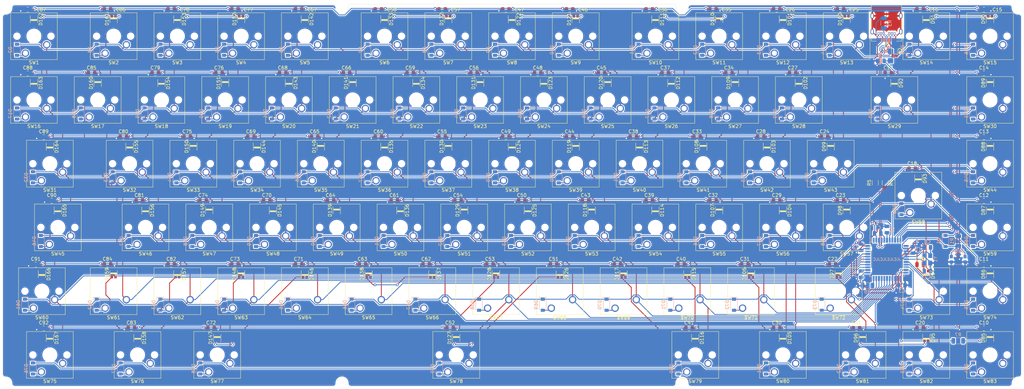
<source format=kicad_pcb>
(kicad_pcb (version 20171130) (host pcbnew 5.1.10)

  (general
    (thickness 1.6)
    (drawings 49)
    (tracks 2819)
    (zones 0)
    (modules 362)
    (nets 216)
  )

  (page A3)
  (layers
    (0 F.Cu signal)
    (31 B.Cu signal)
    (32 B.Adhes user)
    (33 F.Adhes user)
    (34 B.Paste user)
    (35 F.Paste user)
    (36 B.SilkS user)
    (37 F.SilkS user)
    (38 B.Mask user)
    (39 F.Mask user)
    (40 Dwgs.User user hide)
    (41 Cmts.User user)
    (42 Eco1.User user)
    (43 Eco2.User user)
    (44 Edge.Cuts user)
    (45 Margin user)
    (46 B.CrtYd user)
    (47 F.CrtYd user)
    (48 B.Fab user hide)
    (49 F.Fab user hide)
  )

  (setup
    (last_trace_width 0.25)
    (trace_clearance 0.2)
    (zone_clearance 0.508)
    (zone_45_only no)
    (trace_min 0.2)
    (via_size 0.8)
    (via_drill 0.4)
    (via_min_size 0.6)
    (via_min_drill 0.3)
    (uvia_size 0.3)
    (uvia_drill 0.1)
    (uvias_allowed no)
    (uvia_min_size 0.2)
    (uvia_min_drill 0.1)
    (edge_width 0.05)
    (segment_width 0.2)
    (pcb_text_width 0.3)
    (pcb_text_size 1.5 1.5)
    (mod_edge_width 0.12)
    (mod_text_size 1 1)
    (mod_text_width 0.15)
    (pad_size 2 2)
    (pad_drill 0)
    (pad_to_mask_clearance 0.051)
    (solder_mask_min_width 0.25)
    (aux_axis_origin 0 0)
    (visible_elements FFFFF77F)
    (pcbplotparams
      (layerselection 0x010fc_ffffffff)
      (usegerberextensions false)
      (usegerberattributes false)
      (usegerberadvancedattributes false)
      (creategerberjobfile false)
      (excludeedgelayer true)
      (linewidth 0.100000)
      (plotframeref false)
      (viasonmask false)
      (mode 1)
      (useauxorigin false)
      (hpglpennumber 1)
      (hpglpenspeed 20)
      (hpglpendiameter 15.000000)
      (psnegative false)
      (psa4output false)
      (plotreference true)
      (plotvalue true)
      (plotinvisibletext false)
      (padsonsilk false)
      (subtractmaskfromsilk false)
      (outputformat 1)
      (mirror false)
      (drillshape 1)
      (scaleselection 1)
      (outputdirectory ""))
  )

  (net 0 "")
  (net 1 GND)
  (net 2 +5V)
  (net 3 "Net-(C7-Pad1)")
  (net 4 "Net-(C8-Pad2)")
  (net 5 "Net-(C9-Pad1)")
  (net 6 RST)
  (net 7 ROW0)
  (net 8 "Net-(D2-Pad2)")
  (net 9 "Net-(D3-Pad2)")
  (net 10 "Net-(D4-Pad2)")
  (net 11 "Net-(D5-Pad2)")
  (net 12 "Net-(D6-Pad2)")
  (net 13 "Net-(D7-Pad2)")
  (net 14 "Net-(D8-Pad2)")
  (net 15 "Net-(D9-Pad2)")
  (net 16 "Net-(D10-Pad2)")
  (net 17 "Net-(D11-Pad2)")
  (net 18 "Net-(D12-Pad2)")
  (net 19 "Net-(D13-Pad2)")
  (net 20 "Net-(D14-Pad2)")
  (net 21 "Net-(D15-Pad2)")
  (net 22 "Net-(D16-Pad2)")
  (net 23 ROW1)
  (net 24 "Net-(D17-Pad2)")
  (net 25 "Net-(D18-Pad2)")
  (net 26 "Net-(D19-Pad2)")
  (net 27 "Net-(D20-Pad2)")
  (net 28 "Net-(D21-Pad2)")
  (net 29 "Net-(D22-Pad2)")
  (net 30 "Net-(D23-Pad2)")
  (net 31 "Net-(D24-Pad2)")
  (net 32 "Net-(D25-Pad2)")
  (net 33 "Net-(D26-Pad2)")
  (net 34 "Net-(D27-Pad2)")
  (net 35 "Net-(D28-Pad2)")
  (net 36 "Net-(D29-Pad2)")
  (net 37 "Net-(D30-Pad2)")
  (net 38 "Net-(D31-Pad2)")
  (net 39 "Net-(D32-Pad2)")
  (net 40 ROW2)
  (net 41 "Net-(D33-Pad2)")
  (net 42 "Net-(D34-Pad2)")
  (net 43 "Net-(D35-Pad2)")
  (net 44 "Net-(D36-Pad2)")
  (net 45 "Net-(D37-Pad2)")
  (net 46 "Net-(D38-Pad2)")
  (net 47 "Net-(D39-Pad2)")
  (net 48 "Net-(D40-Pad2)")
  (net 49 "Net-(D41-Pad2)")
  (net 50 "Net-(D42-Pad2)")
  (net 51 "Net-(D43-Pad2)")
  (net 52 "Net-(D44-Pad2)")
  (net 53 "Net-(D45-Pad2)")
  (net 54 "Net-(D46-Pad2)")
  (net 55 ROW3)
  (net 56 "Net-(D47-Pad2)")
  (net 57 "Net-(D48-Pad2)")
  (net 58 "Net-(D49-Pad2)")
  (net 59 "Net-(D50-Pad2)")
  (net 60 "Net-(D51-Pad2)")
  (net 61 "Net-(D52-Pad2)")
  (net 62 "Net-(D53-Pad2)")
  (net 63 "Net-(D54-Pad2)")
  (net 64 "Net-(D55-Pad2)")
  (net 65 "Net-(D56-Pad2)")
  (net 66 "Net-(D57-Pad2)")
  (net 67 "Net-(D58-Pad2)")
  (net 68 "Net-(D59-Pad2)")
  (net 69 "Net-(D60-Pad2)")
  (net 70 ROW4)
  (net 71 "Net-(D61-Pad2)")
  (net 72 "Net-(D62-Pad2)")
  (net 73 "Net-(D63-Pad2)")
  (net 74 "Net-(D64-Pad2)")
  (net 75 "Net-(D65-Pad2)")
  (net 76 "Net-(D66-Pad2)")
  (net 77 "Net-(D67-Pad2)")
  (net 78 "Net-(D68-Pad2)")
  (net 79 "Net-(D69-Pad2)")
  (net 80 "Net-(D70-Pad2)")
  (net 81 "Net-(D71-Pad2)")
  (net 82 "Net-(D72-Pad2)")
  (net 83 "Net-(D73-Pad2)")
  (net 84 "Net-(D74-Pad2)")
  (net 85 "Net-(D75-Pad2)")
  (net 86 ROW5)
  (net 87 "Net-(D76-Pad2)")
  (net 88 "Net-(D77-Pad2)")
  (net 89 "Net-(D78-Pad2)")
  (net 90 "Net-(D79-Pad2)")
  (net 91 "Net-(D80-Pad2)")
  (net 92 "Net-(D81-Pad2)")
  (net 93 "Net-(D82-Pad2)")
  (net 94 "Net-(D83-Pad2)")
  (net 95 "Net-(D84-Pad2)")
  (net 96 "Net-(D85-Pad2)")
  (net 97 DIN)
  (net 98 "Net-(D86-Pad2)")
  (net 99 "Net-(D87-Pad2)")
  (net 100 "Net-(D88-Pad2)")
  (net 101 "Net-(D89-Pad2)")
  (net 102 "Net-(D90-Pad2)")
  (net 103 "Net-(D91-Pad2)")
  (net 104 "Net-(D92-Pad2)")
  (net 105 "Net-(D93-Pad2)")
  (net 106 "Net-(D94-Pad2)")
  (net 107 "Net-(D95-Pad2)")
  (net 108 "Net-(D96-Pad2)")
  (net 109 "Net-(D97-Pad2)")
  (net 110 "Net-(D98-Pad2)")
  (net 111 "Net-(D100-Pad4)")
  (net 112 "Net-(D100-Pad2)")
  (net 113 "Net-(D101-Pad2)")
  (net 114 "Net-(D102-Pad2)")
  (net 115 "Net-(D103-Pad2)")
  (net 116 "Net-(D104-Pad2)")
  (net 117 "Net-(D105-Pad2)")
  (net 118 "Net-(D106-Pad2)")
  (net 119 "Net-(D107-Pad2)")
  (net 120 "Net-(D108-Pad2)")
  (net 121 "Net-(D109-Pad2)")
  (net 122 "Net-(D110-Pad2)")
  (net 123 "Net-(D111-Pad2)")
  (net 124 "Net-(D112-Pad2)")
  (net 125 "Net-(D113-Pad2)")
  (net 126 "Net-(D114-Pad2)")
  (net 127 "Net-(D115-Pad2)")
  (net 128 "Net-(D116-Pad2)")
  (net 129 "Net-(D117-Pad2)")
  (net 130 "Net-(D118-Pad2)")
  (net 131 "Net-(D119-Pad2)")
  (net 132 "Net-(D120-Pad2)")
  (net 133 "Net-(D121-Pad2)")
  (net 134 "Net-(D122-Pad2)")
  (net 135 "Net-(D123-Pad2)")
  (net 136 "Net-(D124-Pad2)")
  (net 137 "Net-(D125-Pad2)")
  (net 138 "Net-(D126-Pad2)")
  (net 139 "Net-(D127-Pad2)")
  (net 140 "Net-(D128-Pad2)")
  (net 141 "Net-(D129-Pad2)")
  (net 142 "Net-(D130-Pad2)")
  (net 143 "Net-(D131-Pad2)")
  (net 144 "Net-(D132-Pad2)")
  (net 145 "Net-(D133-Pad2)")
  (net 146 "Net-(D134-Pad2)")
  (net 147 "Net-(D135-Pad2)")
  (net 148 "Net-(D136-Pad2)")
  (net 149 "Net-(D137-Pad2)")
  (net 150 "Net-(D138-Pad2)")
  (net 151 "Net-(D139-Pad2)")
  (net 152 "Net-(D140-Pad2)")
  (net 153 "Net-(D141-Pad2)")
  (net 154 "Net-(D142-Pad2)")
  (net 155 "Net-(D143-Pad2)")
  (net 156 "Net-(D144-Pad2)")
  (net 157 "Net-(D145-Pad2)")
  (net 158 "Net-(D146-Pad2)")
  (net 159 "Net-(D147-Pad2)")
  (net 160 "Net-(D148-Pad2)")
  (net 161 "Net-(D149-Pad2)")
  (net 162 "Net-(D150-Pad2)")
  (net 163 "Net-(D151-Pad2)")
  (net 164 "Net-(D152-Pad2)")
  (net 165 "Net-(D153-Pad2)")
  (net 166 "Net-(D154-Pad2)")
  (net 167 "Net-(D155-Pad2)")
  (net 168 "Net-(D156-Pad2)")
  (net 169 "Net-(D157-Pad2)")
  (net 170 "Net-(D158-Pad2)")
  (net 171 "Net-(D159-Pad2)")
  (net 172 "Net-(D160-Pad2)")
  (net 173 "Net-(D161-Pad2)")
  (net 174 "Net-(D162-Pad2)")
  (net 175 "Net-(D163-Pad2)")
  (net 176 "Net-(D164-Pad2)")
  (net 177 "Net-(D165-Pad2)")
  (net 178 "Net-(D166-Pad2)")
  (net 179 "Net-(D167-Pad2)")
  (net 180 "Net-(F1-Pad2)")
  (net 181 COL02)
  (net 182 COL00)
  (net 183 COL01)
  (net 184 D-)
  (net 185 D+)
  (net 186 "Net-(R6-Pad2)")
  (net 187 COL03)
  (net 188 COL04)
  (net 189 COL06)
  (net 190 COL07)
  (net 191 COL08)
  (net 192 COL09)
  (net 193 COL10)
  (net 194 COL11)
  (net 195 COL12)
  (net 196 COL13)
  (net 197 COL14)
  (net 198 COL15)
  (net 199 COL05)
  (net 200 "Net-(U1-Pad1)")
  (net 201 "Net-(U1-Pad42)")
  (net 202 "Net-(R7-Pad2)")
  (net 203 "Net-(J1-PadB11)")
  (net 204 "Net-(J1-PadB2)")
  (net 205 "Net-(J1-PadB5)")
  (net 206 "Net-(J1-PadB8)")
  (net 207 "Net-(J1-PadB3)")
  (net 208 "Net-(J1-PadB10)")
  (net 209 "Net-(J1-PadA2)")
  (net 210 "Net-(J1-PadA3)")
  (net 211 "Net-(J1-PadA5)")
  (net 212 "Net-(J1-PadA8)")
  (net 213 "Net-(J1-PadA10)")
  (net 214 "Net-(J1-PadA11)")
  (net 215 "Net-(U1-Pad12)")

  (net_class Default "Dies ist die voreingestellte Netzklasse."
    (clearance 0.2)
    (trace_width 0.25)
    (via_dia 0.8)
    (via_drill 0.4)
    (uvia_dia 0.3)
    (uvia_drill 0.1)
    (add_net +5V)
    (add_net COL00)
    (add_net COL01)
    (add_net COL02)
    (add_net COL03)
    (add_net COL04)
    (add_net COL05)
    (add_net COL06)
    (add_net COL07)
    (add_net COL08)
    (add_net COL09)
    (add_net COL10)
    (add_net COL11)
    (add_net COL12)
    (add_net COL13)
    (add_net COL14)
    (add_net COL15)
    (add_net D+)
    (add_net D-)
    (add_net DIN)
    (add_net GND)
    (add_net "Net-(C7-Pad1)")
    (add_net "Net-(C8-Pad2)")
    (add_net "Net-(C9-Pad1)")
    (add_net "Net-(D10-Pad2)")
    (add_net "Net-(D100-Pad2)")
    (add_net "Net-(D100-Pad4)")
    (add_net "Net-(D101-Pad2)")
    (add_net "Net-(D102-Pad2)")
    (add_net "Net-(D103-Pad2)")
    (add_net "Net-(D104-Pad2)")
    (add_net "Net-(D105-Pad2)")
    (add_net "Net-(D106-Pad2)")
    (add_net "Net-(D107-Pad2)")
    (add_net "Net-(D108-Pad2)")
    (add_net "Net-(D109-Pad2)")
    (add_net "Net-(D11-Pad2)")
    (add_net "Net-(D110-Pad2)")
    (add_net "Net-(D111-Pad2)")
    (add_net "Net-(D112-Pad2)")
    (add_net "Net-(D113-Pad2)")
    (add_net "Net-(D114-Pad2)")
    (add_net "Net-(D115-Pad2)")
    (add_net "Net-(D116-Pad2)")
    (add_net "Net-(D117-Pad2)")
    (add_net "Net-(D118-Pad2)")
    (add_net "Net-(D119-Pad2)")
    (add_net "Net-(D12-Pad2)")
    (add_net "Net-(D120-Pad2)")
    (add_net "Net-(D121-Pad2)")
    (add_net "Net-(D122-Pad2)")
    (add_net "Net-(D123-Pad2)")
    (add_net "Net-(D124-Pad2)")
    (add_net "Net-(D125-Pad2)")
    (add_net "Net-(D126-Pad2)")
    (add_net "Net-(D127-Pad2)")
    (add_net "Net-(D128-Pad2)")
    (add_net "Net-(D129-Pad2)")
    (add_net "Net-(D13-Pad2)")
    (add_net "Net-(D130-Pad2)")
    (add_net "Net-(D131-Pad2)")
    (add_net "Net-(D132-Pad2)")
    (add_net "Net-(D133-Pad2)")
    (add_net "Net-(D134-Pad2)")
    (add_net "Net-(D135-Pad2)")
    (add_net "Net-(D136-Pad2)")
    (add_net "Net-(D137-Pad2)")
    (add_net "Net-(D138-Pad2)")
    (add_net "Net-(D139-Pad2)")
    (add_net "Net-(D14-Pad2)")
    (add_net "Net-(D140-Pad2)")
    (add_net "Net-(D141-Pad2)")
    (add_net "Net-(D142-Pad2)")
    (add_net "Net-(D143-Pad2)")
    (add_net "Net-(D144-Pad2)")
    (add_net "Net-(D145-Pad2)")
    (add_net "Net-(D146-Pad2)")
    (add_net "Net-(D147-Pad2)")
    (add_net "Net-(D148-Pad2)")
    (add_net "Net-(D149-Pad2)")
    (add_net "Net-(D15-Pad2)")
    (add_net "Net-(D150-Pad2)")
    (add_net "Net-(D151-Pad2)")
    (add_net "Net-(D152-Pad2)")
    (add_net "Net-(D153-Pad2)")
    (add_net "Net-(D154-Pad2)")
    (add_net "Net-(D155-Pad2)")
    (add_net "Net-(D156-Pad2)")
    (add_net "Net-(D157-Pad2)")
    (add_net "Net-(D158-Pad2)")
    (add_net "Net-(D159-Pad2)")
    (add_net "Net-(D16-Pad2)")
    (add_net "Net-(D160-Pad2)")
    (add_net "Net-(D161-Pad2)")
    (add_net "Net-(D162-Pad2)")
    (add_net "Net-(D163-Pad2)")
    (add_net "Net-(D164-Pad2)")
    (add_net "Net-(D165-Pad2)")
    (add_net "Net-(D166-Pad2)")
    (add_net "Net-(D167-Pad2)")
    (add_net "Net-(D17-Pad2)")
    (add_net "Net-(D18-Pad2)")
    (add_net "Net-(D19-Pad2)")
    (add_net "Net-(D2-Pad2)")
    (add_net "Net-(D20-Pad2)")
    (add_net "Net-(D21-Pad2)")
    (add_net "Net-(D22-Pad2)")
    (add_net "Net-(D23-Pad2)")
    (add_net "Net-(D24-Pad2)")
    (add_net "Net-(D25-Pad2)")
    (add_net "Net-(D26-Pad2)")
    (add_net "Net-(D27-Pad2)")
    (add_net "Net-(D28-Pad2)")
    (add_net "Net-(D29-Pad2)")
    (add_net "Net-(D3-Pad2)")
    (add_net "Net-(D30-Pad2)")
    (add_net "Net-(D31-Pad2)")
    (add_net "Net-(D32-Pad2)")
    (add_net "Net-(D33-Pad2)")
    (add_net "Net-(D34-Pad2)")
    (add_net "Net-(D35-Pad2)")
    (add_net "Net-(D36-Pad2)")
    (add_net "Net-(D37-Pad2)")
    (add_net "Net-(D38-Pad2)")
    (add_net "Net-(D39-Pad2)")
    (add_net "Net-(D4-Pad2)")
    (add_net "Net-(D40-Pad2)")
    (add_net "Net-(D41-Pad2)")
    (add_net "Net-(D42-Pad2)")
    (add_net "Net-(D43-Pad2)")
    (add_net "Net-(D44-Pad2)")
    (add_net "Net-(D45-Pad2)")
    (add_net "Net-(D46-Pad2)")
    (add_net "Net-(D47-Pad2)")
    (add_net "Net-(D48-Pad2)")
    (add_net "Net-(D49-Pad2)")
    (add_net "Net-(D5-Pad2)")
    (add_net "Net-(D50-Pad2)")
    (add_net "Net-(D51-Pad2)")
    (add_net "Net-(D52-Pad2)")
    (add_net "Net-(D53-Pad2)")
    (add_net "Net-(D54-Pad2)")
    (add_net "Net-(D55-Pad2)")
    (add_net "Net-(D56-Pad2)")
    (add_net "Net-(D57-Pad2)")
    (add_net "Net-(D58-Pad2)")
    (add_net "Net-(D59-Pad2)")
    (add_net "Net-(D6-Pad2)")
    (add_net "Net-(D60-Pad2)")
    (add_net "Net-(D61-Pad2)")
    (add_net "Net-(D62-Pad2)")
    (add_net "Net-(D63-Pad2)")
    (add_net "Net-(D64-Pad2)")
    (add_net "Net-(D65-Pad2)")
    (add_net "Net-(D66-Pad2)")
    (add_net "Net-(D67-Pad2)")
    (add_net "Net-(D68-Pad2)")
    (add_net "Net-(D69-Pad2)")
    (add_net "Net-(D7-Pad2)")
    (add_net "Net-(D70-Pad2)")
    (add_net "Net-(D71-Pad2)")
    (add_net "Net-(D72-Pad2)")
    (add_net "Net-(D73-Pad2)")
    (add_net "Net-(D74-Pad2)")
    (add_net "Net-(D75-Pad2)")
    (add_net "Net-(D76-Pad2)")
    (add_net "Net-(D77-Pad2)")
    (add_net "Net-(D78-Pad2)")
    (add_net "Net-(D79-Pad2)")
    (add_net "Net-(D8-Pad2)")
    (add_net "Net-(D80-Pad2)")
    (add_net "Net-(D81-Pad2)")
    (add_net "Net-(D82-Pad2)")
    (add_net "Net-(D83-Pad2)")
    (add_net "Net-(D84-Pad2)")
    (add_net "Net-(D85-Pad2)")
    (add_net "Net-(D86-Pad2)")
    (add_net "Net-(D87-Pad2)")
    (add_net "Net-(D88-Pad2)")
    (add_net "Net-(D89-Pad2)")
    (add_net "Net-(D9-Pad2)")
    (add_net "Net-(D90-Pad2)")
    (add_net "Net-(D91-Pad2)")
    (add_net "Net-(D92-Pad2)")
    (add_net "Net-(D93-Pad2)")
    (add_net "Net-(D94-Pad2)")
    (add_net "Net-(D95-Pad2)")
    (add_net "Net-(D96-Pad2)")
    (add_net "Net-(D97-Pad2)")
    (add_net "Net-(D98-Pad2)")
    (add_net "Net-(F1-Pad2)")
    (add_net "Net-(J1-PadA10)")
    (add_net "Net-(J1-PadA11)")
    (add_net "Net-(J1-PadA2)")
    (add_net "Net-(J1-PadA3)")
    (add_net "Net-(J1-PadA5)")
    (add_net "Net-(J1-PadA8)")
    (add_net "Net-(J1-PadB10)")
    (add_net "Net-(J1-PadB11)")
    (add_net "Net-(J1-PadB2)")
    (add_net "Net-(J1-PadB3)")
    (add_net "Net-(J1-PadB5)")
    (add_net "Net-(J1-PadB8)")
    (add_net "Net-(R6-Pad2)")
    (add_net "Net-(R7-Pad2)")
    (add_net "Net-(U1-Pad1)")
    (add_net "Net-(U1-Pad12)")
    (add_net "Net-(U1-Pad42)")
    (add_net ROW0)
    (add_net ROW1)
    (add_net ROW2)
    (add_net ROW3)
    (add_net ROW4)
    (add_net ROW5)
    (add_net RST)
  )

  (module MountingHole:MountingHole_2mm (layer F.Cu) (tedit 60F2D872) (tstamp 60E8A97D)
    (at 341.8 151.3)
    (descr "Mounting Hole 2mm, no annular")
    (tags "mounting hole 2mm no annular")
    (attr virtual)
    (fp_text reference REF** (at 0 -4.2) (layer F.SilkS) hide
      (effects (font (size 1 1) (thickness 0.15)))
    )
    (fp_text value MountingHole_2mm (at 0 4.2) (layer F.Fab) hide
      (effects (font (size 1 1) (thickness 0.15)))
    )
    (fp_circle (center 0 0) (end 1.6 0) (layer Cmts.User) (width 0.15))
    (fp_circle (center 0 0) (end 1.7 0) (layer F.CrtYd) (width 0.05))
    (fp_text user %R (at 0.3 0) (layer F.Fab) hide
      (effects (font (size 1 1) (thickness 0.15)))
    )
    (pad "" smd circle (at 0 0) (size 2 2) (layers *.Paste))
  )

  (module MountingHole:MountingHole_2mm (layer F.Cu) (tedit 60F2D855) (tstamp 60E8A94A)
    (at 341.8 39.2)
    (descr "Mounting Hole 2mm, no annular")
    (tags "mounting hole 2mm no annular")
    (attr virtual)
    (fp_text reference REF** (at 0 -4.2) (layer F.SilkS) hide
      (effects (font (size 1 1) (thickness 0.15)))
    )
    (fp_text value MountingHole_2mm (at 0 4.2) (layer F.Fab) hide
      (effects (font (size 1 1) (thickness 0.15)))
    )
    (fp_circle (center 0 0) (end 1.6 0) (layer Cmts.User) (width 0.15))
    (fp_circle (center 0 0) (end 1.7 0) (layer F.CrtYd) (width 0.05))
    (fp_text user %R (at 0.3 0) (layer F.Fab) hide
      (effects (font (size 1 1) (thickness 0.15)))
    )
    (pad "" smd circle (at 0 0) (size 2 2) (layers *.Paste))
  )

  (module MountingHole:MountingHole_2mm (layer F.Cu) (tedit 60F2D83E) (tstamp 60E8A17F)
    (at 241.3 39.2)
    (descr "Mounting Hole 2mm, no annular")
    (tags "mounting hole 2mm no annular")
    (attr virtual)
    (fp_text reference REF** (at 0 -4.2) (layer F.SilkS) hide
      (effects (font (size 1 1) (thickness 0.15)))
    )
    (fp_text value MountingHole_2mm (at 0 4.2) (layer F.Fab) hide
      (effects (font (size 1 1) (thickness 0.15)))
    )
    (fp_circle (center 0 0) (end 1.6 0) (layer Cmts.User) (width 0.15))
    (fp_circle (center 0 0) (end 1.7 0) (layer F.CrtYd) (width 0.05))
    (fp_text user %R (at 0.3 0) (layer F.Fab) hide
      (effects (font (size 1 1) (thickness 0.15)))
    )
    (pad "" smd circle (at 0 0) (size 2 2) (layers *.Paste))
  )

  (module MountingHole:MountingHole_2mm (layer F.Cu) (tedit 60F2D7FF) (tstamp 60E89FD7)
    (at 139.7 39.2)
    (descr "Mounting Hole 2mm, no annular")
    (tags "mounting hole 2mm no annular")
    (attr virtual)
    (fp_text reference REF** (at 0 -4.2) (layer F.SilkS) hide
      (effects (font (size 1 1) (thickness 0.15)))
    )
    (fp_text value MountingHole_2mm (at 0 4.2) (layer F.Fab) hide
      (effects (font (size 1 1) (thickness 0.15)))
    )
    (fp_circle (center 0 0) (end 1.6 0) (layer Cmts.User) (width 0.15))
    (fp_circle (center 0 0) (end 1.7 0) (layer F.CrtYd) (width 0.05))
    (fp_text user %R (at 0.3 0) (layer F.Fab) hide
      (effects (font (size 1 1) (thickness 0.15)))
    )
    (pad "" smd circle (at 0 0) (size 2 2) (layers *.Paste))
  )

  (module MountingHole:MountingHole_2mm (layer F.Cu) (tedit 60F2D7D3) (tstamp 60E8A8F8)
    (at 39.2 39.2)
    (descr "Mounting Hole 2mm, no annular")
    (tags "mounting hole 2mm no annular")
    (attr virtual)
    (fp_text reference REF** (at 0 -4.2) (layer F.SilkS) hide
      (effects (font (size 1 1) (thickness 0.15)))
    )
    (fp_text value MountingHole_2mm (at 0 4.2) (layer F.Fab) hide
      (effects (font (size 1 1) (thickness 0.15)))
    )
    (fp_circle (center 0 0) (end 1.6 0) (layer Cmts.User) (width 0.15))
    (fp_circle (center 0 0) (end 1.7 0) (layer F.CrtYd) (width 0.05))
    (fp_text user %R (at 0.3 0) (layer F.Fab) hide
      (effects (font (size 1 1) (thickness 0.15)))
    )
    (pad "" smd circle (at 0 0) (size 2 2) (layers *.Paste))
  )

  (module MountingHole:MountingHole_2mm (layer F.Cu) (tedit 60F2D763) (tstamp 60E8A92F)
    (at 39.2 151.3)
    (descr "Mounting Hole 2mm, no annular")
    (tags "mounting hole 2mm no annular")
    (attr virtual)
    (fp_text reference REF** (at 0 -4.2) (layer F.SilkS) hide
      (effects (font (size 1 1) (thickness 0.15)))
    )
    (fp_text value MountingHole_2mm (at 0 4.2) (layer F.Fab) hide
      (effects (font (size 1 1) (thickness 0.15)))
    )
    (fp_circle (center 0 0) (end 1.6 0) (layer Cmts.User) (width 0.15))
    (fp_circle (center 0 0) (end 1.7 0) (layer F.CrtYd) (width 0.05))
    (fp_text user %R (at 0.3 0) (layer F.Fab) hide
      (effects (font (size 1 1) (thickness 0.15)))
    )
    (pad "" smd circle (at 0 0) (size 2 2) (layers *.Paste))
  )

  (module MountingHole:MountingHole_2mm (layer F.Cu) (tedit 60F2D70C) (tstamp 60E8A18C)
    (at 139.7 151.3)
    (descr "Mounting Hole 2mm, no annular")
    (tags "mounting hole 2mm no annular")
    (attr virtual)
    (fp_text reference REF** (at 0 -4.2) (layer F.SilkS) hide
      (effects (font (size 1 1) (thickness 0.15)))
    )
    (fp_text value MountingHole_2mm (at 0 4.2) (layer F.Fab) hide
      (effects (font (size 1 1) (thickness 0.15)))
    )
    (fp_circle (center 0 0) (end 1.6 0) (layer Cmts.User) (width 0.15))
    (fp_circle (center 0 0) (end 1.7 0) (layer F.CrtYd) (width 0.05))
    (fp_text user %R (at 0.3 0) (layer F.Fab) hide
      (effects (font (size 1 1) (thickness 0.15)))
    )
    (pad "" smd circle (at 0 0) (size 2 2) (layers *.Paste))
  )

  (module MountingHole:MountingHole_2mm (layer F.Cu) (tedit 60F2D69F) (tstamp 60E8A1A1)
    (at 241.3 151.3)
    (descr "Mounting Hole 2mm, no annular")
    (tags "mounting hole 2mm no annular")
    (attr virtual)
    (fp_text reference REF** (at 0 -4.2) (layer F.SilkS) hide
      (effects (font (size 1 1) (thickness 0.15)))
    )
    (fp_text value MountingHole_2mm (at 0 4.2) (layer F.Fab) hide
      (effects (font (size 1 1) (thickness 0.15)))
    )
    (fp_circle (center 0 0) (end 1.6 0) (layer Cmts.User) (width 0.15))
    (fp_circle (center 0 0) (end 1.7 0) (layer F.CrtYd) (width 0.05))
    (fp_text user %R (at 0.3 0) (layer F.Fab) hide
      (effects (font (size 1 1) (thickness 0.15)))
    )
    (pad "" smd circle (at 0 0) (size 2 2) (layers *.Paste))
  )

  (module Button_Switch_Keyboard:SW_Cherry_MX_ISOEnter_PCB (layer F.Cu) (tedit 60E88C41) (tstamp 5F160517)
    (at 309.40375 100.33 180)
    (descr "Cherry MX keyswitch, ISO Enter, PCB mount, http://cherryamericas.com/wp-content/uploads/2014/12/mx_cat.pdf")
    (tags "Cherry MX keyswitch ISO enter PCB")
    (path /5F51BE8C/5F51CE2C)
    (fp_text reference SW58 (at -2.54 -2.794 180) (layer F.SilkS)
      (effects (font (size 1 1) (thickness 0.15)))
    )
    (fp_text value MX1A-G1NA (at -2.286 13.208 180) (layer F.Fab)
      (effects (font (size 1 1) (thickness 0.15)))
    )
    (fp_line (start -9.525 12.065) (end -9.525 -1.905) (layer F.SilkS) (width 0.12))
    (fp_line (start 4.445 12.065) (end -9.525 12.065) (layer F.SilkS) (width 0.12))
    (fp_line (start 4.445 -1.905) (end 4.445 12.065) (layer F.SilkS) (width 0.12))
    (fp_line (start -9.525 -1.905) (end 4.445 -1.905) (layer F.SilkS) (width 0.12))
    (fp_line (start 9.36625 5.08) (end 14.12875 5.08) (layer Dwgs.User) (width 0.15))
    (fp_line (start 14.12875 5.08) (end 14.12875 24.13) (layer Dwgs.User) (width 0.15))
    (fp_line (start -14.44625 -13.97) (end 9.36625 -13.97) (layer Dwgs.User) (width 0.15))
    (fp_line (start -14.44625 24.13) (end -14.44625 -13.97) (layer Dwgs.User) (width 0.15))
    (fp_line (start 14.12875 24.13) (end -14.44625 24.13) (layer Dwgs.User) (width 0.15))
    (fp_line (start 9.36625 -13.97) (end 9.36625 5.08) (layer Dwgs.User) (width 0.15))
    (fp_line (start -9.14 -1.52) (end 4.06 -1.52) (layer F.CrtYd) (width 0.05))
    (fp_line (start 4.06 -1.52) (end 4.06 11.68) (layer F.CrtYd) (width 0.05))
    (fp_line (start 4.06 11.68) (end -9.14 11.68) (layer F.CrtYd) (width 0.05))
    (fp_line (start -9.14 11.68) (end -9.14 -1.52) (layer F.CrtYd) (width 0.05))
    (fp_line (start -8.89 11.43) (end -8.89 -1.27) (layer F.Fab) (width 0.1))
    (fp_line (start 3.81 11.43) (end -8.89 11.43) (layer F.Fab) (width 0.1))
    (fp_line (start 3.81 -1.27) (end 3.81 11.43) (layer F.Fab) (width 0.1))
    (fp_line (start -8.89 -1.27) (end 3.81 -1.27) (layer F.Fab) (width 0.1))
    (fp_text user %R (at -2.54 -2.794 180) (layer F.Fab)
      (effects (font (size 1 1) (thickness 0.15)))
    )
    (pad 1 thru_hole circle (at 0 0 180) (size 2.2 2.2) (drill 1.5) (layers *.Cu *.Mask)
      (net 68 "Net-(D59-Pad2)"))
    (pad 2 thru_hole circle (at -6.35 2.54 180) (size 2.2 2.2) (drill 1.5) (layers *.Cu *.Mask)
      (net 197 COL14))
    (pad "" np_thru_hole circle (at -2.54 5.08 180) (size 4 4) (drill 4) (layers *.Cu *.Mask))
    (pad "" np_thru_hole circle (at -7.62 5.08 180) (size 1.7 1.7) (drill 1.7) (layers *.Cu *.Mask))
    (pad "" np_thru_hole circle (at 2.54 5.08 180) (size 1.7 1.7) (drill 1.7) (layers *.Cu *.Mask))
    (model ${KISYS3DMOD}/Button_Switch_Keyboard.3dshapes/SW_Cherry_MX_ISOEnter_PCB.wrl
      (at (xyz 0 0 0))
      (scale (xyz 1 1 1))
      (rotate (xyz 0 0 0))
    )
  )

  (module Button_Switch_Keyboard:SW_Cherry_MX_2.00u_PCB (layer F.Cu) (tedit 60E88B61) (tstamp 5F16021F)
    (at 302.26 71.755 180)
    (descr "Cherry MX keyswitch, 2.00u, PCB mount, http://cherryamericas.com/wp-content/uploads/2014/12/mx_cat.pdf")
    (tags "Cherry MX keyswitch 2.00u PCB")
    (path /5F51BE8C/5F51CE0E)
    (fp_text reference SW29 (at -2.54 -2.794 180) (layer F.SilkS)
      (effects (font (size 1 1) (thickness 0.15)))
    )
    (fp_text value MX1A-G1NA (at -2.54 12.954 180) (layer F.Fab)
      (effects (font (size 1 1) (thickness 0.15)))
    )
    (fp_line (start -9.525 12.065) (end -9.525 -1.905) (layer F.SilkS) (width 0.12))
    (fp_line (start 4.445 12.065) (end -9.525 12.065) (layer F.SilkS) (width 0.12))
    (fp_line (start 4.445 -1.905) (end 4.445 12.065) (layer F.SilkS) (width 0.12))
    (fp_line (start -9.525 -1.905) (end 4.445 -1.905) (layer F.SilkS) (width 0.12))
    (fp_line (start -21.59 14.605) (end -21.59 -4.445) (layer Dwgs.User) (width 0.15))
    (fp_line (start 16.51 14.605) (end -21.59 14.605) (layer Dwgs.User) (width 0.15))
    (fp_line (start 16.51 -4.445) (end 16.51 14.605) (layer Dwgs.User) (width 0.15))
    (fp_line (start -21.59 -4.445) (end 16.51 -4.445) (layer Dwgs.User) (width 0.15))
    (fp_line (start -9.14 -1.52) (end 4.06 -1.52) (layer F.CrtYd) (width 0.05))
    (fp_line (start 4.06 -1.52) (end 4.06 11.68) (layer F.CrtYd) (width 0.05))
    (fp_line (start 4.06 11.68) (end -9.14 11.68) (layer F.CrtYd) (width 0.05))
    (fp_line (start -9.14 11.68) (end -9.14 -1.52) (layer F.CrtYd) (width 0.05))
    (fp_line (start -8.89 11.43) (end -8.89 -1.27) (layer F.Fab) (width 0.1))
    (fp_line (start 3.81 11.43) (end -8.89 11.43) (layer F.Fab) (width 0.1))
    (fp_line (start 3.81 -1.27) (end 3.81 11.43) (layer F.Fab) (width 0.1))
    (fp_line (start -8.89 -1.27) (end 3.81 -1.27) (layer F.Fab) (width 0.1))
    (fp_text user %R (at -2.54 -2.794 180) (layer F.Fab)
      (effects (font (size 1 1) (thickness 0.15)))
    )
    (pad 1 thru_hole circle (at 0 0 180) (size 2.2 2.2) (drill 1.5) (layers *.Cu *.Mask)
      (net 37 "Net-(D30-Pad2)"))
    (pad 2 thru_hole circle (at -6.35 2.54 180) (size 2.2 2.2) (drill 1.5) (layers *.Cu *.Mask)
      (net 197 COL14))
    (pad "" np_thru_hole circle (at -2.54 5.08 180) (size 4 4) (drill 4) (layers *.Cu *.Mask))
    (pad "" np_thru_hole circle (at -7.62 5.08 180) (size 1.7 1.7) (drill 1.7) (layers *.Cu *.Mask))
    (pad "" np_thru_hole circle (at 2.54 5.08 180) (size 1.7 1.7) (drill 1.7) (layers *.Cu *.Mask))
    (model ${KISYS3DMOD}/Button_Switch_Keyboard.3dshapes/SW_Cherry_MX_2.00u_PCB.wrl
      (at (xyz 0 0 0))
      (scale (xyz 1 1 1))
      (rotate (xyz 0 0 0))
    )
  )

  (module Button_Switch_Keyboard:SW_Cherry_MX_6.25u_PCB (layer F.Cu) (tedit 60E88B4A) (tstamp 5F160723)
    (at 171.29125 147.955 180)
    (descr "Cherry MX keyswitch, 6.25u, PCB mount, http://cherryamericas.com/wp-content/uploads/2014/12/mx_cat.pdf")
    (tags "Cherry MX keyswitch 6.25u PCB")
    (path /5F51BE8C/5F84AEA9)
    (fp_text reference SW78 (at -2.54 -2.794 180) (layer F.SilkS)
      (effects (font (size 1 1) (thickness 0.15)))
    )
    (fp_text value MX1A-G1NA (at -2.54 12.954 180) (layer F.Fab)
      (effects (font (size 1 1) (thickness 0.15)))
    )
    (fp_line (start -9.525 12.065) (end -9.525 -1.905) (layer F.SilkS) (width 0.12))
    (fp_line (start 4.445 12.065) (end -9.525 12.065) (layer F.SilkS) (width 0.12))
    (fp_line (start 4.445 -1.905) (end 4.445 12.065) (layer F.SilkS) (width 0.12))
    (fp_line (start -9.525 -1.905) (end 4.445 -1.905) (layer F.SilkS) (width 0.12))
    (fp_line (start -62.07125 14.605) (end -62.07125 -4.445) (layer Dwgs.User) (width 0.15))
    (fp_line (start 56.99125 14.605) (end -62.07125 14.605) (layer Dwgs.User) (width 0.15))
    (fp_line (start 56.99125 -4.445) (end 56.99125 14.605) (layer Dwgs.User) (width 0.15))
    (fp_line (start -62.07125 -4.445) (end 56.99125 -4.445) (layer Dwgs.User) (width 0.15))
    (fp_line (start -9.14 -1.52) (end 4.06 -1.52) (layer F.CrtYd) (width 0.05))
    (fp_line (start 4.06 -1.52) (end 4.06 11.68) (layer F.CrtYd) (width 0.05))
    (fp_line (start 4.06 11.68) (end -9.14 11.68) (layer F.CrtYd) (width 0.05))
    (fp_line (start -9.14 11.68) (end -9.14 -1.52) (layer F.CrtYd) (width 0.05))
    (fp_line (start -8.89 11.43) (end -8.89 -1.27) (layer F.Fab) (width 0.1))
    (fp_line (start 3.81 11.43) (end -8.89 11.43) (layer F.Fab) (width 0.1))
    (fp_line (start 3.81 -1.27) (end 3.81 11.43) (layer F.Fab) (width 0.1))
    (fp_line (start -8.89 -1.27) (end 3.81 -1.27) (layer F.Fab) (width 0.1))
    (fp_text user %R (at -2.54 -2.794 180) (layer F.Fab)
      (effects (font (size 1 1) (thickness 0.15)))
    )
    (pad 1 thru_hole circle (at 0 0 180) (size 2.2 2.2) (drill 1.5) (layers *.Cu *.Mask)
      (net 90 "Net-(D79-Pad2)"))
    (pad 2 thru_hole circle (at -6.35 2.54 180) (size 2.2 2.2) (drill 1.5) (layers *.Cu *.Mask)
      (net 190 COL07))
    (pad "" np_thru_hole circle (at -2.54 5.08 180) (size 4 4) (drill 4) (layers *.Cu *.Mask))
    (pad "" np_thru_hole circle (at -7.62 5.08 180) (size 1.7 1.7) (drill 1.7) (layers *.Cu *.Mask))
    (pad "" np_thru_hole circle (at 2.54 5.08 180) (size 1.7 1.7) (drill 1.7) (layers *.Cu *.Mask))
    (model ${KISYS3DMOD}/Button_Switch_Keyboard.3dshapes/SW_Cherry_MX_6.25u_PCB.wrl
      (at (xyz 0 0 0))
      (scale (xyz 1 1 1))
      (rotate (xyz 0 0 0))
    )
  )

  (module Crystal:Crystal_SMD_3225-4Pin_3.2x2.5mm (layer B.Cu) (tedit 5A0FD1B2) (tstamp 60EED0B1)
    (at 314.6425 114.3 90)
    (descr "SMD Crystal SERIES SMD3225/4 http://www.txccrystal.com/images/pdf/7m-accuracy.pdf, 3.2x2.5mm^2 package")
    (tags "SMD SMT crystal")
    (path /5F294622)
    (attr smd)
    (fp_text reference Y1 (at 0 2.45 90) (layer B.SilkS)
      (effects (font (size 1 1) (thickness 0.15)) (justify mirror))
    )
    (fp_text value 16MHz (at 0 -2.45 90) (layer B.Fab)
      (effects (font (size 1 1) (thickness 0.15)) (justify mirror))
    )
    (fp_line (start -1.6 1.25) (end -1.6 -1.25) (layer B.Fab) (width 0.1))
    (fp_line (start -1.6 -1.25) (end 1.6 -1.25) (layer B.Fab) (width 0.1))
    (fp_line (start 1.6 -1.25) (end 1.6 1.25) (layer B.Fab) (width 0.1))
    (fp_line (start 1.6 1.25) (end -1.6 1.25) (layer B.Fab) (width 0.1))
    (fp_line (start -1.6 -0.25) (end -0.6 -1.25) (layer B.Fab) (width 0.1))
    (fp_line (start -2 1.65) (end -2 -1.65) (layer B.SilkS) (width 0.12))
    (fp_line (start -2 -1.65) (end 2 -1.65) (layer B.SilkS) (width 0.12))
    (fp_line (start -2.1 1.7) (end -2.1 -1.7) (layer B.CrtYd) (width 0.05))
    (fp_line (start -2.1 -1.7) (end 2.1 -1.7) (layer B.CrtYd) (width 0.05))
    (fp_line (start 2.1 -1.7) (end 2.1 1.7) (layer B.CrtYd) (width 0.05))
    (fp_line (start 2.1 1.7) (end -2.1 1.7) (layer B.CrtYd) (width 0.05))
    (fp_text user %R (at 0 0 90) (layer B.Fab)
      (effects (font (size 0.7 0.7) (thickness 0.105)) (justify mirror))
    )
    (pad 1 smd rect (at -1.1 -0.85 90) (size 1.4 1.2) (layers B.Cu B.Paste B.Mask)
      (net 3 "Net-(C7-Pad1)"))
    (pad 2 smd rect (at 1.1 -0.85 90) (size 1.4 1.2) (layers B.Cu B.Paste B.Mask)
      (net 1 GND))
    (pad 3 smd rect (at 1.1 0.85 90) (size 1.4 1.2) (layers B.Cu B.Paste B.Mask)
      (net 4 "Net-(C8-Pad2)"))
    (pad 4 smd rect (at -1.1 0.85 90) (size 1.4 1.2) (layers B.Cu B.Paste B.Mask)
      (net 1 GND))
    (model ${KISYS3DMOD}/Crystal.3dshapes/Crystal_SMD_3225-4Pin_3.2x2.5mm.wrl
      (at (xyz 0 0 0))
      (scale (xyz 1 1 1))
      (rotate (xyz 0 0 0))
    )
  )

  (module Button_Switch_SMD:SW_Push_1P1T-SH_NO_CK_KMR2xxG (layer B.Cu) (tedit 60F04E96) (tstamp 60EE10F7)
    (at 323.85 114.3 180)
    (descr "CK components KMR2 tactile switch with ground pin http://www.ckswitches.com/media/1479/kmr2.pdf")
    (tags "tactile switch kmr2")
    (path /60FEE33A)
    (attr smd)
    (fp_text reference SW84 (at 0 2.45) (layer B.SilkS)
      (effects (font (size 1 1) (thickness 0.15)) (justify mirror))
    )
    (fp_text value SW_Push (at 0 -2.55) (layer B.Fab)
      (effects (font (size 1 1) (thickness 0.15)) (justify mirror))
    )
    (fp_line (start -2.2 -0.05) (end -2.2 0.05) (layer B.SilkS) (width 0.12))
    (fp_line (start 2.2 1.55) (end 1.15 1.55) (layer B.SilkS) (width 0.12))
    (fp_line (start -2.2 -1.55) (end 2.2 -1.55) (layer B.SilkS) (width 0.12))
    (fp_circle (center 0 0) (end 0 -0.8) (layer B.Fab) (width 0.1))
    (fp_line (start -2.8 -1.8) (end -2.8 1.8) (layer B.CrtYd) (width 0.05))
    (fp_line (start 2.8 -1.8) (end -2.8 -1.8) (layer B.CrtYd) (width 0.05))
    (fp_line (start 2.8 1.8) (end 2.8 -1.8) (layer B.CrtYd) (width 0.05))
    (fp_line (start -2.8 1.8) (end 2.8 1.8) (layer B.CrtYd) (width 0.05))
    (fp_line (start 2.2 -0.05) (end 2.2 0.05) (layer B.SilkS) (width 0.12))
    (fp_line (start -2.1 -1.4) (end -2.1 1.4) (layer B.Fab) (width 0.1))
    (fp_line (start 2.1 -1.4) (end -2.1 -1.4) (layer B.Fab) (width 0.1))
    (fp_line (start 2.1 1.4) (end 2.1 -1.4) (layer B.Fab) (width 0.1))
    (fp_line (start -2.1 1.4) (end 2.1 1.4) (layer B.Fab) (width 0.1))
    (fp_line (start -1.15 1.55) (end -2.2 1.55) (layer B.SilkS) (width 0.12))
    (fp_text user %R (at 0 2.45) (layer B.Fab)
      (effects (font (size 1 1) (thickness 0.15)) (justify mirror))
    )
    (pad 2 smd rect (at 2.05 -0.8 180) (size 0.9 1) (layers B.Cu B.Paste B.Mask)
      (net 1 GND))
    (pad 1 smd rect (at 2.05 0.8 180) (size 0.9 1) (layers B.Cu B.Paste B.Mask)
      (net 6 RST))
    (pad 2 smd rect (at -2.05 -0.8 180) (size 0.9 1) (layers B.Cu B.Paste B.Mask)
      (net 1 GND))
    (pad 1 smd rect (at -2.05 0.8 180) (size 0.9 1) (layers B.Cu B.Paste B.Mask)
      (net 6 RST))
    (pad SH smd rect (at 0 1.425 180) (size 1.7 0.55) (layers B.Cu B.Paste B.Mask)
      (net 1 GND))
    (model ${KISYS3DMOD}/Button_Switch_SMD.3dshapes/SW_Push_1P1T-SH_NO_CK_KMR2xxG.wrl
      (at (xyz 0 0 0))
      (scale (xyz 1 1 1))
      (rotate (xyz 0 0 0))
    )
  )

  (module Resistor_SMD:R_1206_3216Metric (layer B.Cu) (tedit 5F68FEEE) (tstamp 5F26397F)
    (at 323.85 138.684 180)
    (descr "Resistor SMD 1206 (3216 Metric), square (rectangular) end terminal, IPC_7351 nominal, (Body size source: IPC-SM-782 page 72, https://www.pcb-3d.com/wordpress/wp-content/uploads/ipc-sm-782a_amendment_1_and_2.pdf), generated with kicad-footprint-generator")
    (tags resistor)
    (path /5F259898)
    (attr smd)
    (fp_text reference R7 (at 0 1.82) (layer B.SilkS)
      (effects (font (size 1 1) (thickness 0.15)) (justify mirror))
    )
    (fp_text value 470 (at 0 -1.82) (layer B.Fab)
      (effects (font (size 1 1) (thickness 0.15)) (justify mirror))
    )
    (fp_line (start 2.28 -1.12) (end -2.28 -1.12) (layer B.CrtYd) (width 0.05))
    (fp_line (start 2.28 1.12) (end 2.28 -1.12) (layer B.CrtYd) (width 0.05))
    (fp_line (start -2.28 1.12) (end 2.28 1.12) (layer B.CrtYd) (width 0.05))
    (fp_line (start -2.28 -1.12) (end -2.28 1.12) (layer B.CrtYd) (width 0.05))
    (fp_line (start -0.727064 -0.91) (end 0.727064 -0.91) (layer B.SilkS) (width 0.12))
    (fp_line (start -0.727064 0.91) (end 0.727064 0.91) (layer B.SilkS) (width 0.12))
    (fp_line (start 1.6 -0.8) (end -1.6 -0.8) (layer B.Fab) (width 0.1))
    (fp_line (start 1.6 0.8) (end 1.6 -0.8) (layer B.Fab) (width 0.1))
    (fp_line (start -1.6 0.8) (end 1.6 0.8) (layer B.Fab) (width 0.1))
    (fp_line (start -1.6 -0.8) (end -1.6 0.8) (layer B.Fab) (width 0.1))
    (fp_text user %R (at 0 0) (layer B.Fab)
      (effects (font (size 0.8 0.8) (thickness 0.12)) (justify mirror))
    )
    (pad 2 smd roundrect (at 1.4625 0 180) (size 1.125 1.75) (layers B.Cu B.Paste B.Mask) (roundrect_rratio 0.222222)
      (net 202 "Net-(R7-Pad2)"))
    (pad 1 smd roundrect (at -1.4625 0 180) (size 1.125 1.75) (layers B.Cu B.Paste B.Mask) (roundrect_rratio 0.222222)
      (net 97 DIN))
    (model ${KISYS3DMOD}/Resistor_SMD.3dshapes/R_1206_3216Metric.wrl
      (at (xyz 0 0 0))
      (scale (xyz 1 1 1))
      (rotate (xyz 0 0 0))
    )
  )

  (module Resistor_SMD:R_1206_3216Metric (layer B.Cu) (tedit 5F68FEEE) (tstamp 60EDADF2)
    (at 296.7355 122.174)
    (descr "Resistor SMD 1206 (3216 Metric), square (rectangular) end terminal, IPC_7351 nominal, (Body size source: IPC-SM-782 page 72, https://www.pcb-3d.com/wordpress/wp-content/uploads/ipc-sm-782a_amendment_1_and_2.pdf), generated with kicad-footprint-generator")
    (tags resistor)
    (path /5F0D539D)
    (attr smd)
    (fp_text reference R6 (at 0 1.82) (layer B.SilkS)
      (effects (font (size 1 1) (thickness 0.15)) (justify mirror))
    )
    (fp_text value 10k (at 0 -1.82) (layer B.Fab)
      (effects (font (size 1 1) (thickness 0.15)) (justify mirror))
    )
    (fp_line (start 2.28 -1.12) (end -2.28 -1.12) (layer B.CrtYd) (width 0.05))
    (fp_line (start 2.28 1.12) (end 2.28 -1.12) (layer B.CrtYd) (width 0.05))
    (fp_line (start -2.28 1.12) (end 2.28 1.12) (layer B.CrtYd) (width 0.05))
    (fp_line (start -2.28 -1.12) (end -2.28 1.12) (layer B.CrtYd) (width 0.05))
    (fp_line (start -0.727064 -0.91) (end 0.727064 -0.91) (layer B.SilkS) (width 0.12))
    (fp_line (start -0.727064 0.91) (end 0.727064 0.91) (layer B.SilkS) (width 0.12))
    (fp_line (start 1.6 -0.8) (end -1.6 -0.8) (layer B.Fab) (width 0.1))
    (fp_line (start 1.6 0.8) (end 1.6 -0.8) (layer B.Fab) (width 0.1))
    (fp_line (start -1.6 0.8) (end 1.6 0.8) (layer B.Fab) (width 0.1))
    (fp_line (start -1.6 -0.8) (end -1.6 0.8) (layer B.Fab) (width 0.1))
    (fp_text user %R (at 0 0) (layer B.Fab)
      (effects (font (size 0.8 0.8) (thickness 0.12)) (justify mirror))
    )
    (pad 2 smd roundrect (at 1.4625 0) (size 1.125 1.75) (layers B.Cu B.Paste B.Mask) (roundrect_rratio 0.222222)
      (net 186 "Net-(R6-Pad2)"))
    (pad 1 smd roundrect (at -1.4625 0) (size 1.125 1.75) (layers B.Cu B.Paste B.Mask) (roundrect_rratio 0.222222)
      (net 1 GND))
    (model ${KISYS3DMOD}/Resistor_SMD.3dshapes/R_1206_3216Metric.wrl
      (at (xyz 0 0 0))
      (scale (xyz 1 1 1))
      (rotate (xyz 0 0 0))
    )
  )

  (module Resistor_SMD:R_1206_3216Metric (layer F.Cu) (tedit 5F68FEEE) (tstamp 60F1EA6B)
    (at 299.0775 91.44 90)
    (descr "Resistor SMD 1206 (3216 Metric), square (rectangular) end terminal, IPC_7351 nominal, (Body size source: IPC-SM-782 page 72, https://www.pcb-3d.com/wordpress/wp-content/uploads/ipc-sm-782a_amendment_1_and_2.pdf), generated with kicad-footprint-generator")
    (tags resistor)
    (path /5F0B5901)
    (attr smd)
    (fp_text reference R5 (at 0 -1.82 90) (layer F.SilkS)
      (effects (font (size 1 1) (thickness 0.15)))
    )
    (fp_text value 22 (at 0 2 90) (layer F.Fab)
      (effects (font (size 1 1) (thickness 0.15)))
    )
    (fp_line (start 2.28 1.12) (end -2.28 1.12) (layer F.CrtYd) (width 0.05))
    (fp_line (start 2.28 -1.12) (end 2.28 1.12) (layer F.CrtYd) (width 0.05))
    (fp_line (start -2.28 -1.12) (end 2.28 -1.12) (layer F.CrtYd) (width 0.05))
    (fp_line (start -2.28 1.12) (end -2.28 -1.12) (layer F.CrtYd) (width 0.05))
    (fp_line (start -0.727064 0.91) (end 0.727064 0.91) (layer F.SilkS) (width 0.12))
    (fp_line (start -0.727064 -0.91) (end 0.727064 -0.91) (layer F.SilkS) (width 0.12))
    (fp_line (start 1.6 0.8) (end -1.6 0.8) (layer F.Fab) (width 0.1))
    (fp_line (start 1.6 -0.8) (end 1.6 0.8) (layer F.Fab) (width 0.1))
    (fp_line (start -1.6 -0.8) (end 1.6 -0.8) (layer F.Fab) (width 0.1))
    (fp_line (start -1.6 0.8) (end -1.6 -0.8) (layer F.Fab) (width 0.1))
    (fp_text user %R (at 0 0 90) (layer F.Fab)
      (effects (font (size 0.8 0.8) (thickness 0.12)))
    )
    (pad 2 smd roundrect (at 1.4625 0 90) (size 1.125 1.75) (layers F.Cu F.Paste F.Mask) (roundrect_rratio 0.222222)
      (net 184 D-))
    (pad 1 smd roundrect (at -1.4625 0 90) (size 1.125 1.75) (layers F.Cu F.Paste F.Mask) (roundrect_rratio 0.222222)
      (net 184 D-))
    (model ${KISYS3DMOD}/Resistor_SMD.3dshapes/R_1206_3216Metric.wrl
      (at (xyz 0 0 0))
      (scale (xyz 1 1 1))
      (rotate (xyz 0 0 0))
    )
  )

  (module Resistor_SMD:R_1206_3216Metric (layer F.Cu) (tedit 5F68FEEE) (tstamp 60F1EB93)
    (at 302.0775 91.44 270)
    (descr "Resistor SMD 1206 (3216 Metric), square (rectangular) end terminal, IPC_7351 nominal, (Body size source: IPC-SM-782 page 72, https://www.pcb-3d.com/wordpress/wp-content/uploads/ipc-sm-782a_amendment_1_and_2.pdf), generated with kicad-footprint-generator")
    (tags resistor)
    (path /5F0AD349)
    (attr smd)
    (fp_text reference R4 (at 0 -1.82 90) (layer F.SilkS)
      (effects (font (size 1 1) (thickness 0.15)))
    )
    (fp_text value 22 (at 0 1.82 90) (layer F.Fab)
      (effects (font (size 1 1) (thickness 0.15)))
    )
    (fp_line (start 2.28 1.12) (end -2.28 1.12) (layer F.CrtYd) (width 0.05))
    (fp_line (start 2.28 -1.12) (end 2.28 1.12) (layer F.CrtYd) (width 0.05))
    (fp_line (start -2.28 -1.12) (end 2.28 -1.12) (layer F.CrtYd) (width 0.05))
    (fp_line (start -2.28 1.12) (end -2.28 -1.12) (layer F.CrtYd) (width 0.05))
    (fp_line (start -0.727064 0.91) (end 0.727064 0.91) (layer F.SilkS) (width 0.12))
    (fp_line (start -0.727064 -0.91) (end 0.727064 -0.91) (layer F.SilkS) (width 0.12))
    (fp_line (start 1.6 0.8) (end -1.6 0.8) (layer F.Fab) (width 0.1))
    (fp_line (start 1.6 -0.8) (end 1.6 0.8) (layer F.Fab) (width 0.1))
    (fp_line (start -1.6 -0.8) (end 1.6 -0.8) (layer F.Fab) (width 0.1))
    (fp_line (start -1.6 0.8) (end -1.6 -0.8) (layer F.Fab) (width 0.1))
    (fp_text user %R (at 0 0 90) (layer F.Fab)
      (effects (font (size 0.8 0.8) (thickness 0.12)))
    )
    (pad 2 smd roundrect (at 1.4625 0 270) (size 1.125 1.75) (layers F.Cu F.Paste F.Mask) (roundrect_rratio 0.222222)
      (net 185 D+))
    (pad 1 smd roundrect (at -1.4625 0 270) (size 1.125 1.75) (layers F.Cu F.Paste F.Mask) (roundrect_rratio 0.222222)
      (net 185 D+))
    (model ${KISYS3DMOD}/Resistor_SMD.3dshapes/R_1206_3216Metric.wrl
      (at (xyz 0 0 0))
      (scale (xyz 1 1 1))
      (rotate (xyz 0 0 0))
    )
  )

  (module Resistor_SMD:R_1206_3216Metric (layer B.Cu) (tedit 5F68FEEE) (tstamp 5F164238)
    (at 301.625 43.7245 90)
    (descr "Resistor SMD 1206 (3216 Metric), square (rectangular) end terminal, IPC_7351 nominal, (Body size source: IPC-SM-782 page 72, https://www.pcb-3d.com/wordpress/wp-content/uploads/ipc-sm-782a_amendment_1_and_2.pdf), generated with kicad-footprint-generator")
    (tags resistor)
    (path /5F030D08)
    (attr smd)
    (fp_text reference R3 (at 0 1.82 90) (layer B.SilkS)
      (effects (font (size 1 1) (thickness 0.15)) (justify mirror))
    )
    (fp_text value 5.1k (at 0 -1.82 90) (layer B.Fab)
      (effects (font (size 1 1) (thickness 0.15)) (justify mirror))
    )
    (fp_line (start 2.28 -1.12) (end -2.28 -1.12) (layer B.CrtYd) (width 0.05))
    (fp_line (start 2.28 1.12) (end 2.28 -1.12) (layer B.CrtYd) (width 0.05))
    (fp_line (start -2.28 1.12) (end 2.28 1.12) (layer B.CrtYd) (width 0.05))
    (fp_line (start -2.28 -1.12) (end -2.28 1.12) (layer B.CrtYd) (width 0.05))
    (fp_line (start -0.727064 -0.91) (end 0.727064 -0.91) (layer B.SilkS) (width 0.12))
    (fp_line (start -0.727064 0.91) (end 0.727064 0.91) (layer B.SilkS) (width 0.12))
    (fp_line (start 1.6 -0.8) (end -1.6 -0.8) (layer B.Fab) (width 0.1))
    (fp_line (start 1.6 0.8) (end 1.6 -0.8) (layer B.Fab) (width 0.1))
    (fp_line (start -1.6 0.8) (end 1.6 0.8) (layer B.Fab) (width 0.1))
    (fp_line (start -1.6 -0.8) (end -1.6 0.8) (layer B.Fab) (width 0.1))
    (fp_text user %R (at 0 0 90) (layer B.Fab)
      (effects (font (size 0.8 0.8) (thickness 0.12)) (justify mirror))
    )
    (pad 2 smd roundrect (at 1.4625 0 90) (size 1.125 1.75) (layers B.Cu B.Paste B.Mask) (roundrect_rratio 0.222222)
      (net 1 GND))
    (pad 1 smd roundrect (at -1.4625 0 90) (size 1.125 1.75) (layers B.Cu B.Paste B.Mask) (roundrect_rratio 0.222222)
      (net 205 "Net-(J1-PadB5)"))
    (model ${KISYS3DMOD}/Resistor_SMD.3dshapes/R_1206_3216Metric.wrl
      (at (xyz 0 0 0))
      (scale (xyz 1 1 1))
      (rotate (xyz 0 0 0))
    )
  )

  (module Resistor_SMD:R_1206_3216Metric (layer F.Cu) (tedit 5F68FEEE) (tstamp 60EBA96A)
    (at 304.8 52.0335 270)
    (descr "Resistor SMD 1206 (3216 Metric), square (rectangular) end terminal, IPC_7351 nominal, (Body size source: IPC-SM-782 page 72, https://www.pcb-3d.com/wordpress/wp-content/uploads/ipc-sm-782a_amendment_1_and_2.pdf), generated with kicad-footprint-generator")
    (tags resistor)
    (path /5F02FDA7)
    (attr smd)
    (fp_text reference R2 (at 0 -1.82 90) (layer F.SilkS)
      (effects (font (size 1 1) (thickness 0.15)))
    )
    (fp_text value 5.1k (at 0 1.82 90) (layer F.Fab)
      (effects (font (size 1 1) (thickness 0.15)))
    )
    (fp_line (start 2.28 1.12) (end -2.28 1.12) (layer F.CrtYd) (width 0.05))
    (fp_line (start 2.28 -1.12) (end 2.28 1.12) (layer F.CrtYd) (width 0.05))
    (fp_line (start -2.28 -1.12) (end 2.28 -1.12) (layer F.CrtYd) (width 0.05))
    (fp_line (start -2.28 1.12) (end -2.28 -1.12) (layer F.CrtYd) (width 0.05))
    (fp_line (start -0.727064 0.91) (end 0.727064 0.91) (layer F.SilkS) (width 0.12))
    (fp_line (start -0.727064 -0.91) (end 0.727064 -0.91) (layer F.SilkS) (width 0.12))
    (fp_line (start 1.6 0.8) (end -1.6 0.8) (layer F.Fab) (width 0.1))
    (fp_line (start 1.6 -0.8) (end 1.6 0.8) (layer F.Fab) (width 0.1))
    (fp_line (start -1.6 -0.8) (end 1.6 -0.8) (layer F.Fab) (width 0.1))
    (fp_line (start -1.6 0.8) (end -1.6 -0.8) (layer F.Fab) (width 0.1))
    (fp_text user %R (at 0 0 90) (layer F.Fab)
      (effects (font (size 0.8 0.8) (thickness 0.12)))
    )
    (pad 2 smd roundrect (at 1.4625 0 270) (size 1.125 1.75) (layers F.Cu F.Paste F.Mask) (roundrect_rratio 0.222222)
      (net 1 GND))
    (pad 1 smd roundrect (at -1.4625 0 270) (size 1.125 1.75) (layers F.Cu F.Paste F.Mask) (roundrect_rratio 0.222222)
      (net 211 "Net-(J1-PadA5)"))
    (model ${KISYS3DMOD}/Resistor_SMD.3dshapes/R_1206_3216Metric.wrl
      (at (xyz 0 0 0))
      (scale (xyz 1 1 1))
      (rotate (xyz 0 0 0))
    )
  )

  (module Resistor_SMD:R_1206_3216Metric (layer B.Cu) (tedit 5F68FEEE) (tstamp 60F15FCE)
    (at 323.85 108.839 270)
    (descr "Resistor SMD 1206 (3216 Metric), square (rectangular) end terminal, IPC_7351 nominal, (Body size source: IPC-SM-782 page 72, https://www.pcb-3d.com/wordpress/wp-content/uploads/ipc-sm-782a_amendment_1_and_2.pdf), generated with kicad-footprint-generator")
    (tags resistor)
    (path /5F058934)
    (attr smd)
    (fp_text reference R1 (at 0 1.82 90) (layer B.SilkS)
      (effects (font (size 1 1) (thickness 0.15)) (justify mirror))
    )
    (fp_text value 10k (at 0 -1.82 90) (layer B.Fab)
      (effects (font (size 1 1) (thickness 0.15)) (justify mirror))
    )
    (fp_line (start -1.6 -0.8) (end -1.6 0.8) (layer B.Fab) (width 0.1))
    (fp_line (start -1.6 0.8) (end 1.6 0.8) (layer B.Fab) (width 0.1))
    (fp_line (start 1.6 0.8) (end 1.6 -0.8) (layer B.Fab) (width 0.1))
    (fp_line (start 1.6 -0.8) (end -1.6 -0.8) (layer B.Fab) (width 0.1))
    (fp_line (start -0.727064 0.91) (end 0.727064 0.91) (layer B.SilkS) (width 0.12))
    (fp_line (start -0.727064 -0.91) (end 0.727064 -0.91) (layer B.SilkS) (width 0.12))
    (fp_line (start -2.28 -1.12) (end -2.28 1.12) (layer B.CrtYd) (width 0.05))
    (fp_line (start -2.28 1.12) (end 2.28 1.12) (layer B.CrtYd) (width 0.05))
    (fp_line (start 2.28 1.12) (end 2.28 -1.12) (layer B.CrtYd) (width 0.05))
    (fp_line (start 2.28 -1.12) (end -2.28 -1.12) (layer B.CrtYd) (width 0.05))
    (fp_text user %R (at 0 0 90) (layer B.Fab)
      (effects (font (size 0.8 0.8) (thickness 0.12)) (justify mirror))
    )
    (pad 1 smd roundrect (at -1.4625 0 270) (size 1.125 1.75) (layers B.Cu B.Paste B.Mask) (roundrect_rratio 0.222222)
      (net 2 +5V))
    (pad 2 smd roundrect (at 1.4625 0 270) (size 1.125 1.75) (layers B.Cu B.Paste B.Mask) (roundrect_rratio 0.222222)
      (net 6 RST))
    (model ${KISYS3DMOD}/Resistor_SMD.3dshapes/R_1206_3216Metric.wrl
      (at (xyz 0 0 0))
      (scale (xyz 1 1 1))
      (rotate (xyz 0 0 0))
    )
  )

  (module kezboard-pcb:USB_C_Receptacle_Stewart_SS-52400-003 (layer F.Cu) (tedit 5F26DA6C) (tstamp 5F25978F)
    (at 302.41875 38.1 180)
    (descr https://belfuse.com/resources/drawings/stewartconnector/dr-stw-ss-52400-003.pdf)
    (path /5EFFEB48)
    (clearance 0.15)
    (fp_text reference J1 (at 0 -11.9) (layer F.SilkS)
      (effects (font (size 1 1) (thickness 0.15)))
    )
    (fp_text value USB_C_Receptacle (at 0 2.54) (layer F.Fab)
      (effects (font (size 1 1) (thickness 0.15)))
    )
    (fp_line (start 4.49 -4.35) (end 4.49 -7.35) (layer F.SilkS) (width 0.12))
    (fp_line (start -4.49 -7.35) (end -4.49 -4.35) (layer F.SilkS) (width 0.12))
    (fp_line (start 4.49 -11) (end 3 -11) (layer F.SilkS) (width 0.12))
    (fp_line (start -4.49 -11) (end -4.49 -9) (layer F.SilkS) (width 0.12))
    (fp_line (start -3 -11) (end -4.49 -11) (layer F.SilkS) (width 0.12))
    (fp_line (start -5.08 -11.43) (end -5.08 1.27) (layer F.CrtYd) (width 0.05))
    (fp_line (start 5.08 1.27) (end 5.08 -11.43) (layer F.CrtYd) (width 0.05))
    (fp_line (start -4.37 0.95) (end 4.37 0.95) (layer F.Fab) (width 0.1))
    (fp_line (start -4.37 -10.88) (end -4.37 0.95) (layer F.Fab) (width 0.1))
    (fp_line (start 4.37 -10.88) (end -4.37 -10.88) (layer F.Fab) (width 0.1))
    (fp_line (start 4.37 0.95) (end 4.37 -10.88) (layer F.Fab) (width 0.1))
    (fp_line (start -2 0) (end 2 0) (layer Dwgs.User) (width 0.1))
    (fp_line (start -5.08 1.27) (end 5.08 1.27) (layer F.CrtYd) (width 0.05))
    (fp_line (start -5.08 -11.43) (end 5.08 -11.43) (layer F.CrtYd) (width 0.05))
    (fp_line (start 4.49 -9) (end 4.49 -11) (layer F.SilkS) (width 0.12))
    (fp_line (start 4.49 -0.21) (end 4.49 -2.55) (layer F.SilkS) (width 0.12))
    (fp_line (start -4.49 -2.55) (end -4.49 -0.21) (layer F.SilkS) (width 0.12))
    (fp_text user "PCB Edge" (at 0 -0.5) (layer Dwgs.User)
      (effects (font (size 0.5 0.5) (thickness 0.1)))
    )
    (fp_text user %R (at 0 -4.52) (layer F.Fab)
      (effects (font (size 1 1) (thickness 0.15)))
    )
    (pad A12 smd rect (at 2.75 -10.58 180) (size 0.3 1.2) (layers F.Cu F.Paste F.Mask)
      (net 1 GND))
    (pad A11 smd rect (at 2.25 -10.58 180) (size 0.3 1.2) (layers F.Cu F.Paste F.Mask)
      (net 214 "Net-(J1-PadA11)"))
    (pad A10 smd rect (at 1.75 -10.58 180) (size 0.3 1.2) (layers F.Cu F.Paste F.Mask)
      (net 213 "Net-(J1-PadA10)"))
    (pad A9 smd rect (at 1.25 -10.58 180) (size 0.3 1.2) (layers F.Cu F.Paste F.Mask)
      (net 180 "Net-(F1-Pad2)"))
    (pad A8 smd rect (at 0.75 -10.58 180) (size 0.3 1.2) (layers F.Cu F.Paste F.Mask)
      (net 212 "Net-(J1-PadA8)"))
    (pad A7 smd rect (at 0.25 -10.58 180) (size 0.3 1.2) (layers F.Cu F.Paste F.Mask)
      (net 184 D-))
    (pad A6 smd rect (at -0.25 -10.58 180) (size 0.3 1.2) (layers F.Cu F.Paste F.Mask)
      (net 185 D+))
    (pad A5 smd rect (at -0.75 -10.58 180) (size 0.3 1.2) (layers F.Cu F.Paste F.Mask)
      (net 211 "Net-(J1-PadA5)"))
    (pad A4 smd rect (at -1.25 -10.58 180) (size 0.3 1.2) (layers F.Cu F.Paste F.Mask)
      (net 180 "Net-(F1-Pad2)"))
    (pad A3 smd rect (at -1.75 -10.58 180) (size 0.3 1.2) (layers F.Cu F.Paste F.Mask)
      (net 210 "Net-(J1-PadA3)"))
    (pad A2 smd rect (at -2.25 -10.58 180) (size 0.3 1.2) (layers F.Cu F.Paste F.Mask)
      (net 209 "Net-(J1-PadA2)"))
    (pad A1 smd rect (at -2.75 -10.58 180) (size 0.3 1.2) (layers F.Cu F.Paste F.Mask)
      (net 1 GND))
    (pad S1 thru_hole oval (at 4.27 -3.45 180) (size 1 1.6) (drill oval 0.6 1.2) (layers *.Cu *.Mask)
      (net 1 GND))
    (pad S1 thru_hole oval (at -4.27 -3.45 180) (size 1 1.6) (drill oval 0.6 1.2) (layers *.Cu *.Mask)
      (net 1 GND))
    (pad S1 thru_hole oval (at -4.27 -8.18 180) (size 1 1.6) (drill oval 0.6 1.2) (layers *.Cu *.Mask)
      (net 1 GND))
    (pad S1 thru_hole oval (at 4.27 -8.18 180) (size 1 1.6) (drill oval 0.6 1.2) (layers *.Cu *.Mask)
      (net 1 GND))
    (pad S1 smd rect (at 0 -2.9 180) (size 0.2 1) (layers F.Cu F.Paste F.Mask)
      (net 1 GND))
    (pad S1 smd rect (at 0 -6 180) (size 0.2 1) (layers F.Cu F.Paste F.Mask)
      (net 1 GND))
    (pad B6 thru_hole circle (at 0.4 -9.33 180) (size 0.65 0.65) (drill 0.4) (layers *.Cu *.Mask)
      (net 185 D+))
    (pad B7 thru_hole circle (at -0.4 -9.33 180) (size 0.65 0.65) (drill 0.4) (layers *.Cu *.Mask)
      (net 184 D-))
    (pad B4 thru_hole circle (at 1.2 -9.33 180) (size 0.65 0.65) (drill 0.4) (layers *.Cu *.Mask)
      (net 180 "Net-(F1-Pad2)"))
    (pad B9 thru_hole circle (at -1.2 -9.33 180) (size 0.65 0.65) (drill 0.4) (layers *.Cu *.Mask)
      (net 180 "Net-(F1-Pad2)"))
    (pad S1 thru_hole circle (at 2 -9.33 180) (size 0.65 0.65) (drill 0.4) (layers *.Cu *.Mask)
      (net 1 GND))
    (pad S1 thru_hole circle (at -2 -9.33 180) (size 0.65 0.65) (drill 0.4) (layers *.Cu *.Mask)
      (net 1 GND))
    (pad B1 thru_hole circle (at 2.8 -9.33 180) (size 0.65 0.65) (drill 0.4) (layers *.Cu *.Mask)
      (net 1 GND))
    (pad B10 thru_hole circle (at -1.6 -8.62 180) (size 0.65 0.65) (drill 0.4) (layers *.Cu *.Mask)
      (net 208 "Net-(J1-PadB10)"))
    (pad B3 thru_hole circle (at 1.6 -8.62 180) (size 0.65 0.65) (drill 0.4) (layers *.Cu *.Mask)
      (net 207 "Net-(J1-PadB3)"))
    (pad B8 thru_hole circle (at -0.8 -8.62 180) (size 0.65 0.65) (drill 0.4) (layers *.Cu *.Mask)
      (net 206 "Net-(J1-PadB8)"))
    (pad B5 thru_hole circle (at 0.8 -8.62 180) (size 0.65 0.65) (drill 0.4) (layers *.Cu *.Mask)
      (net 205 "Net-(J1-PadB5)"))
    (pad B12 thru_hole circle (at -2.8 -9.33 180) (size 0.65 0.65) (drill 0.4) (layers *.Cu *.Mask)
      (net 1 GND))
    (pad B2 thru_hole circle (at 2.4 -8.62 180) (size 0.65 0.65) (drill 0.4) (layers *.Cu *.Mask)
      (net 204 "Net-(J1-PadB2)"))
    (pad B11 thru_hole circle (at -2.4 -8.62 180) (size 0.65 0.65) (drill 0.4) (layers *.Cu *.Mask)
      (net 203 "Net-(J1-PadB11)"))
  )

  (module Fuse:Fuse_1206_3216Metric_Castellated (layer B.Cu) (tedit 5F68FEF1) (tstamp 60EBA9BB)
    (at 303.61875 53.5575 90)
    (descr "Fuse SMD 1206 (3216 Metric), castellated end terminal, IPC_7351. (Body size source: http://www.tortai-tech.com/upload/download/2011102023233369053.pdf), generated with kicad-footprint-generator")
    (tags "fuse castellated")
    (path /5F286423)
    (attr smd)
    (fp_text reference F1 (at 0 1.78 90) (layer B.SilkS)
      (effects (font (size 1 1) (thickness 0.15)) (justify mirror))
    )
    (fp_text value 500mA (at 0 -1.78 90) (layer B.Fab)
      (effects (font (size 1 1) (thickness 0.15)) (justify mirror))
    )
    (fp_line (start 2.48 -1.08) (end -2.48 -1.08) (layer B.CrtYd) (width 0.05))
    (fp_line (start 2.48 1.08) (end 2.48 -1.08) (layer B.CrtYd) (width 0.05))
    (fp_line (start -2.48 1.08) (end 2.48 1.08) (layer B.CrtYd) (width 0.05))
    (fp_line (start -2.48 -1.08) (end -2.48 1.08) (layer B.CrtYd) (width 0.05))
    (fp_line (start -0.490455 -0.91) (end 0.490455 -0.91) (layer B.SilkS) (width 0.12))
    (fp_line (start -0.490455 0.91) (end 0.490455 0.91) (layer B.SilkS) (width 0.12))
    (fp_line (start 1.6 -0.8) (end -1.6 -0.8) (layer B.Fab) (width 0.1))
    (fp_line (start 1.6 0.8) (end 1.6 -0.8) (layer B.Fab) (width 0.1))
    (fp_line (start -1.6 0.8) (end 1.6 0.8) (layer B.Fab) (width 0.1))
    (fp_line (start -1.6 -0.8) (end -1.6 0.8) (layer B.Fab) (width 0.1))
    (fp_text user %R (at 0 0 90) (layer B.Fab)
      (effects (font (size 0.8 0.8) (thickness 0.12)) (justify mirror))
    )
    (pad 2 smd roundrect (at 1.425 0 90) (size 1.6 1.65) (layers B.Cu B.Paste B.Mask) (roundrect_rratio 0.15625)
      (net 180 "Net-(F1-Pad2)"))
    (pad 1 smd roundrect (at -1.425 0 90) (size 1.6 1.65) (layers B.Cu B.Paste B.Mask) (roundrect_rratio 0.15625)
      (net 2 +5V))
    (model ${KISYS3DMOD}/Fuse.3dshapes/Fuse_1206_3216Metric_Castellated.wrl
      (at (xyz 0 0 0))
      (scale (xyz 1 1 1))
      (rotate (xyz 0 0 0))
    )
  )

  (module Capacitor_SMD:C_0805_2012Metric (layer F.Cu) (tedit 5F68FEEE) (tstamp 5F15F123)
    (at 50.546 134.9375 180)
    (descr "Capacitor SMD 0805 (2012 Metric), square (rectangular) end terminal, IPC_7351 nominal, (Body size source: IPC-SM-782 page 76, https://www.pcb-3d.com/wordpress/wp-content/uploads/ipc-sm-782a_amendment_1_and_2.pdf, https://docs.google.com/spreadsheets/d/1BsfQQcO9C6DZCsRaXUlFlo91Tg2WpOkGARC1WS5S8t0/edit?usp=sharing), generated with kicad-footprint-generator")
    (tags capacitor)
    (path /5F949B9C/5FB73237)
    (attr smd)
    (fp_text reference C92 (at 0 1.68) (layer F.SilkS)
      (effects (font (size 1 1) (thickness 0.15)))
    )
    (fp_text value 0.1uF (at 0 1.68) (layer F.Fab)
      (effects (font (size 1 1) (thickness 0.15)))
    )
    (fp_line (start 1.7 0.98) (end -1.7 0.98) (layer F.CrtYd) (width 0.05))
    (fp_line (start 1.7 -0.98) (end 1.7 0.98) (layer F.CrtYd) (width 0.05))
    (fp_line (start -1.7 -0.98) (end 1.7 -0.98) (layer F.CrtYd) (width 0.05))
    (fp_line (start -1.7 0.98) (end -1.7 -0.98) (layer F.CrtYd) (width 0.05))
    (fp_line (start -0.261252 0.735) (end 0.261252 0.735) (layer F.SilkS) (width 0.12))
    (fp_line (start -0.261252 -0.735) (end 0.261252 -0.735) (layer F.SilkS) (width 0.12))
    (fp_line (start 1 0.625) (end -1 0.625) (layer F.Fab) (width 0.1))
    (fp_line (start 1 -0.625) (end 1 0.625) (layer F.Fab) (width 0.1))
    (fp_line (start -1 -0.625) (end 1 -0.625) (layer F.Fab) (width 0.1))
    (fp_line (start -1 0.625) (end -1 -0.625) (layer F.Fab) (width 0.1))
    (fp_text user %R (at 0 0) (layer F.Fab)
      (effects (font (size 0.5 0.5) (thickness 0.08)))
    )
    (pad 2 smd roundrect (at 0.95 0 180) (size 1 1.45) (layers F.Cu F.Paste F.Mask) (roundrect_rratio 0.25)
      (net 1 GND))
    (pad 1 smd roundrect (at -0.95 0 180) (size 1 1.45) (layers F.Cu F.Paste F.Mask) (roundrect_rratio 0.25)
      (net 2 +5V))
    (model ${KISYS3DMOD}/Capacitor_SMD.3dshapes/C_0805_2012Metric.wrl
      (at (xyz 0 0 0))
      (scale (xyz 1 1 1))
      (rotate (xyz 0 0 0))
    )
  )

  (module Capacitor_SMD:C_0805_2012Metric (layer F.Cu) (tedit 5F68FEEE) (tstamp 5F15F112)
    (at 48.16475 115.8875 180)
    (descr "Capacitor SMD 0805 (2012 Metric), square (rectangular) end terminal, IPC_7351 nominal, (Body size source: IPC-SM-782 page 76, https://www.pcb-3d.com/wordpress/wp-content/uploads/ipc-sm-782a_amendment_1_and_2.pdf, https://docs.google.com/spreadsheets/d/1BsfQQcO9C6DZCsRaXUlFlo91Tg2WpOkGARC1WS5S8t0/edit?usp=sharing), generated with kicad-footprint-generator")
    (tags capacitor)
    (path /5F949B9C/5FB73214)
    (attr smd)
    (fp_text reference C91 (at 0 1.68) (layer F.SilkS)
      (effects (font (size 1 1) (thickness 0.15)))
    )
    (fp_text value 0.1uF (at 0 1.68) (layer F.Fab)
      (effects (font (size 1 1) (thickness 0.15)))
    )
    (fp_line (start 1.7 0.98) (end -1.7 0.98) (layer F.CrtYd) (width 0.05))
    (fp_line (start 1.7 -0.98) (end 1.7 0.98) (layer F.CrtYd) (width 0.05))
    (fp_line (start -1.7 -0.98) (end 1.7 -0.98) (layer F.CrtYd) (width 0.05))
    (fp_line (start -1.7 0.98) (end -1.7 -0.98) (layer F.CrtYd) (width 0.05))
    (fp_line (start -0.261252 0.735) (end 0.261252 0.735) (layer F.SilkS) (width 0.12))
    (fp_line (start -0.261252 -0.735) (end 0.261252 -0.735) (layer F.SilkS) (width 0.12))
    (fp_line (start 1 0.625) (end -1 0.625) (layer F.Fab) (width 0.1))
    (fp_line (start 1 -0.625) (end 1 0.625) (layer F.Fab) (width 0.1))
    (fp_line (start -1 -0.625) (end 1 -0.625) (layer F.Fab) (width 0.1))
    (fp_line (start -1 0.625) (end -1 -0.625) (layer F.Fab) (width 0.1))
    (fp_text user %R (at 0 0) (layer F.Fab)
      (effects (font (size 0.5 0.5) (thickness 0.08)))
    )
    (pad 2 smd roundrect (at 0.95 0 180) (size 1 1.45) (layers F.Cu F.Paste F.Mask) (roundrect_rratio 0.25)
      (net 1 GND))
    (pad 1 smd roundrect (at -0.95 0 180) (size 1 1.45) (layers F.Cu F.Paste F.Mask) (roundrect_rratio 0.25)
      (net 2 +5V))
    (model ${KISYS3DMOD}/Capacitor_SMD.3dshapes/C_0805_2012Metric.wrl
      (at (xyz 0 0 0))
      (scale (xyz 1 1 1))
      (rotate (xyz 0 0 0))
    )
  )

  (module Capacitor_SMD:C_0805_2012Metric (layer F.Cu) (tedit 5F68FEEE) (tstamp 5F15F101)
    (at 52.92725 96.8375 180)
    (descr "Capacitor SMD 0805 (2012 Metric), square (rectangular) end terminal, IPC_7351 nominal, (Body size source: IPC-SM-782 page 76, https://www.pcb-3d.com/wordpress/wp-content/uploads/ipc-sm-782a_amendment_1_and_2.pdf, https://docs.google.com/spreadsheets/d/1BsfQQcO9C6DZCsRaXUlFlo91Tg2WpOkGARC1WS5S8t0/edit?usp=sharing), generated with kicad-footprint-generator")
    (tags capacitor)
    (path /5F949B9C/5FB731F1)
    (attr smd)
    (fp_text reference C90 (at 0 1.68) (layer F.SilkS)
      (effects (font (size 1 1) (thickness 0.15)))
    )
    (fp_text value 0.1uF (at 0 1.68) (layer F.Fab)
      (effects (font (size 1 1) (thickness 0.15)))
    )
    (fp_line (start 1.7 0.98) (end -1.7 0.98) (layer F.CrtYd) (width 0.05))
    (fp_line (start 1.7 -0.98) (end 1.7 0.98) (layer F.CrtYd) (width 0.05))
    (fp_line (start -1.7 -0.98) (end 1.7 -0.98) (layer F.CrtYd) (width 0.05))
    (fp_line (start -1.7 0.98) (end -1.7 -0.98) (layer F.CrtYd) (width 0.05))
    (fp_line (start -0.261252 0.735) (end 0.261252 0.735) (layer F.SilkS) (width 0.12))
    (fp_line (start -0.261252 -0.735) (end 0.261252 -0.735) (layer F.SilkS) (width 0.12))
    (fp_line (start 1 0.625) (end -1 0.625) (layer F.Fab) (width 0.1))
    (fp_line (start 1 -0.625) (end 1 0.625) (layer F.Fab) (width 0.1))
    (fp_line (start -1 -0.625) (end 1 -0.625) (layer F.Fab) (width 0.1))
    (fp_line (start -1 0.625) (end -1 -0.625) (layer F.Fab) (width 0.1))
    (fp_text user %R (at 0 0) (layer F.Fab)
      (effects (font (size 0.5 0.5) (thickness 0.08)))
    )
    (pad 2 smd roundrect (at 0.95 0 180) (size 1 1.45) (layers F.Cu F.Paste F.Mask) (roundrect_rratio 0.25)
      (net 1 GND))
    (pad 1 smd roundrect (at -0.95 0 180) (size 1 1.45) (layers F.Cu F.Paste F.Mask) (roundrect_rratio 0.25)
      (net 2 +5V))
    (model ${KISYS3DMOD}/Capacitor_SMD.3dshapes/C_0805_2012Metric.wrl
      (at (xyz 0 0 0))
      (scale (xyz 1 1 1))
      (rotate (xyz 0 0 0))
    )
  )

  (module Capacitor_SMD:C_0805_2012Metric (layer F.Cu) (tedit 5F68FEEE) (tstamp 5F15F0F0)
    (at 50.546 77.7875 180)
    (descr "Capacitor SMD 0805 (2012 Metric), square (rectangular) end terminal, IPC_7351 nominal, (Body size source: IPC-SM-782 page 76, https://www.pcb-3d.com/wordpress/wp-content/uploads/ipc-sm-782a_amendment_1_and_2.pdf, https://docs.google.com/spreadsheets/d/1BsfQQcO9C6DZCsRaXUlFlo91Tg2WpOkGARC1WS5S8t0/edit?usp=sharing), generated with kicad-footprint-generator")
    (tags capacitor)
    (path /5F949B9C/5FB731CE)
    (attr smd)
    (fp_text reference C89 (at 0 1.68) (layer F.SilkS)
      (effects (font (size 1 1) (thickness 0.15)))
    )
    (fp_text value 0.1uF (at 0 1.68) (layer F.Fab)
      (effects (font (size 1 1) (thickness 0.15)))
    )
    (fp_line (start 1.7 0.98) (end -1.7 0.98) (layer F.CrtYd) (width 0.05))
    (fp_line (start 1.7 -0.98) (end 1.7 0.98) (layer F.CrtYd) (width 0.05))
    (fp_line (start -1.7 -0.98) (end 1.7 -0.98) (layer F.CrtYd) (width 0.05))
    (fp_line (start -1.7 0.98) (end -1.7 -0.98) (layer F.CrtYd) (width 0.05))
    (fp_line (start -0.261252 0.735) (end 0.261252 0.735) (layer F.SilkS) (width 0.12))
    (fp_line (start -0.261252 -0.735) (end 0.261252 -0.735) (layer F.SilkS) (width 0.12))
    (fp_line (start 1 0.625) (end -1 0.625) (layer F.Fab) (width 0.1))
    (fp_line (start 1 -0.625) (end 1 0.625) (layer F.Fab) (width 0.1))
    (fp_line (start -1 -0.625) (end 1 -0.625) (layer F.Fab) (width 0.1))
    (fp_line (start -1 0.625) (end -1 -0.625) (layer F.Fab) (width 0.1))
    (fp_text user %R (at 0 0) (layer F.Fab)
      (effects (font (size 0.5 0.5) (thickness 0.08)))
    )
    (pad 2 smd roundrect (at 0.95 0 180) (size 1 1.45) (layers F.Cu F.Paste F.Mask) (roundrect_rratio 0.25)
      (net 1 GND))
    (pad 1 smd roundrect (at -0.95 0 180) (size 1 1.45) (layers F.Cu F.Paste F.Mask) (roundrect_rratio 0.25)
      (net 2 +5V))
    (model ${KISYS3DMOD}/Capacitor_SMD.3dshapes/C_0805_2012Metric.wrl
      (at (xyz 0 0 0))
      (scale (xyz 1 1 1))
      (rotate (xyz 0 0 0))
    )
  )

  (module Capacitor_SMD:C_0805_2012Metric (layer F.Cu) (tedit 5F68FEEE) (tstamp 5F267EAC)
    (at 45.7835 58.7375 180)
    (descr "Capacitor SMD 0805 (2012 Metric), square (rectangular) end terminal, IPC_7351 nominal, (Body size source: IPC-SM-782 page 76, https://www.pcb-3d.com/wordpress/wp-content/uploads/ipc-sm-782a_amendment_1_and_2.pdf, https://docs.google.com/spreadsheets/d/1BsfQQcO9C6DZCsRaXUlFlo91Tg2WpOkGARC1WS5S8t0/edit?usp=sharing), generated with kicad-footprint-generator")
    (tags capacitor)
    (path /5F949B9C/5FB731AB)
    (attr smd)
    (fp_text reference C88 (at 0 1.68) (layer F.SilkS)
      (effects (font (size 1 1) (thickness 0.15)))
    )
    (fp_text value 0.1uF (at 0 1.68) (layer F.Fab)
      (effects (font (size 1 1) (thickness 0.15)))
    )
    (fp_line (start 1.7 0.98) (end -1.7 0.98) (layer F.CrtYd) (width 0.05))
    (fp_line (start 1.7 -0.98) (end 1.7 0.98) (layer F.CrtYd) (width 0.05))
    (fp_line (start -1.7 -0.98) (end 1.7 -0.98) (layer F.CrtYd) (width 0.05))
    (fp_line (start -1.7 0.98) (end -1.7 -0.98) (layer F.CrtYd) (width 0.05))
    (fp_line (start -0.261252 0.735) (end 0.261252 0.735) (layer F.SilkS) (width 0.12))
    (fp_line (start -0.261252 -0.735) (end 0.261252 -0.735) (layer F.SilkS) (width 0.12))
    (fp_line (start 1 0.625) (end -1 0.625) (layer F.Fab) (width 0.1))
    (fp_line (start 1 -0.625) (end 1 0.625) (layer F.Fab) (width 0.1))
    (fp_line (start -1 -0.625) (end 1 -0.625) (layer F.Fab) (width 0.1))
    (fp_line (start -1 0.625) (end -1 -0.625) (layer F.Fab) (width 0.1))
    (fp_text user %R (at 0 0) (layer F.Fab)
      (effects (font (size 0.5 0.5) (thickness 0.08)))
    )
    (pad 2 smd roundrect (at 0.95 0 180) (size 1 1.45) (layers F.Cu F.Paste F.Mask) (roundrect_rratio 0.25)
      (net 1 GND))
    (pad 1 smd roundrect (at -0.95 0 180) (size 1 1.45) (layers F.Cu F.Paste F.Mask) (roundrect_rratio 0.25)
      (net 2 +5V))
    (model ${KISYS3DMOD}/Capacitor_SMD.3dshapes/C_0805_2012Metric.wrl
      (at (xyz 0 0 0))
      (scale (xyz 1 1 1))
      (rotate (xyz 0 0 0))
    )
  )

  (module Capacitor_SMD:C_0805_2012Metric (layer F.Cu) (tedit 5F68FEEE) (tstamp 5F269C39)
    (at 45.7835 39.6875 180)
    (descr "Capacitor SMD 0805 (2012 Metric), square (rectangular) end terminal, IPC_7351 nominal, (Body size source: IPC-SM-782 page 76, https://www.pcb-3d.com/wordpress/wp-content/uploads/ipc-sm-782a_amendment_1_and_2.pdf, https://docs.google.com/spreadsheets/d/1BsfQQcO9C6DZCsRaXUlFlo91Tg2WpOkGARC1WS5S8t0/edit?usp=sharing), generated with kicad-footprint-generator")
    (tags capacitor)
    (path /5F949B9C/5FB73188)
    (attr smd)
    (fp_text reference C87 (at -4 0) (layer F.SilkS)
      (effects (font (size 1 1) (thickness 0.15)))
    )
    (fp_text value 0.1uF (at 0 1.68) (layer F.Fab)
      (effects (font (size 1 1) (thickness 0.15)))
    )
    (fp_line (start 1.7 0.98) (end -1.7 0.98) (layer F.CrtYd) (width 0.05))
    (fp_line (start 1.7 -0.98) (end 1.7 0.98) (layer F.CrtYd) (width 0.05))
    (fp_line (start -1.7 -0.98) (end 1.7 -0.98) (layer F.CrtYd) (width 0.05))
    (fp_line (start -1.7 0.98) (end -1.7 -0.98) (layer F.CrtYd) (width 0.05))
    (fp_line (start -0.261252 0.735) (end 0.261252 0.735) (layer F.SilkS) (width 0.12))
    (fp_line (start -0.261252 -0.735) (end 0.261252 -0.735) (layer F.SilkS) (width 0.12))
    (fp_line (start 1 0.625) (end -1 0.625) (layer F.Fab) (width 0.1))
    (fp_line (start 1 -0.625) (end 1 0.625) (layer F.Fab) (width 0.1))
    (fp_line (start -1 -0.625) (end 1 -0.625) (layer F.Fab) (width 0.1))
    (fp_line (start -1 0.625) (end -1 -0.625) (layer F.Fab) (width 0.1))
    (fp_text user %R (at 0 0) (layer F.Fab)
      (effects (font (size 0.5 0.5) (thickness 0.08)))
    )
    (pad 2 smd roundrect (at 0.95 0 180) (size 1 1.45) (layers F.Cu F.Paste F.Mask) (roundrect_rratio 0.25)
      (net 1 GND))
    (pad 1 smd roundrect (at -0.95 0 180) (size 1 1.45) (layers F.Cu F.Paste F.Mask) (roundrect_rratio 0.25)
      (net 2 +5V))
    (model ${KISYS3DMOD}/Capacitor_SMD.3dshapes/C_0805_2012Metric.wrl
      (at (xyz 0 0 0))
      (scale (xyz 1 1 1))
      (rotate (xyz 0 0 0))
    )
  )

  (module Capacitor_SMD:C_0805_2012Metric (layer F.Cu) (tedit 5F68FEEE) (tstamp 5F15F0BD)
    (at 69.596 39.6875)
    (descr "Capacitor SMD 0805 (2012 Metric), square (rectangular) end terminal, IPC_7351 nominal, (Body size source: IPC-SM-782 page 76, https://www.pcb-3d.com/wordpress/wp-content/uploads/ipc-sm-782a_amendment_1_and_2.pdf, https://docs.google.com/spreadsheets/d/1BsfQQcO9C6DZCsRaXUlFlo91Tg2WpOkGARC1WS5S8t0/edit?usp=sharing), generated with kicad-footprint-generator")
    (tags capacitor)
    (path /5F949B9C/5F944F33)
    (attr smd)
    (fp_text reference C86 (at 4 0) (layer F.SilkS)
      (effects (font (size 1 1) (thickness 0.15)))
    )
    (fp_text value 0.1uF (at 0 1.68) (layer F.Fab)
      (effects (font (size 1 1) (thickness 0.15)))
    )
    (fp_line (start 1.7 0.98) (end -1.7 0.98) (layer F.CrtYd) (width 0.05))
    (fp_line (start 1.7 -0.98) (end 1.7 0.98) (layer F.CrtYd) (width 0.05))
    (fp_line (start -1.7 -0.98) (end 1.7 -0.98) (layer F.CrtYd) (width 0.05))
    (fp_line (start -1.7 0.98) (end -1.7 -0.98) (layer F.CrtYd) (width 0.05))
    (fp_line (start -0.261252 0.735) (end 0.261252 0.735) (layer F.SilkS) (width 0.12))
    (fp_line (start -0.261252 -0.735) (end 0.261252 -0.735) (layer F.SilkS) (width 0.12))
    (fp_line (start 1 0.625) (end -1 0.625) (layer F.Fab) (width 0.1))
    (fp_line (start 1 -0.625) (end 1 0.625) (layer F.Fab) (width 0.1))
    (fp_line (start -1 -0.625) (end 1 -0.625) (layer F.Fab) (width 0.1))
    (fp_line (start -1 0.625) (end -1 -0.625) (layer F.Fab) (width 0.1))
    (fp_text user %R (at 0 0) (layer F.Fab)
      (effects (font (size 0.5 0.5) (thickness 0.08)))
    )
    (pad 2 smd roundrect (at 0.95 0) (size 1 1.45) (layers F.Cu F.Paste F.Mask) (roundrect_rratio 0.25)
      (net 1 GND))
    (pad 1 smd roundrect (at -0.95 0) (size 1 1.45) (layers F.Cu F.Paste F.Mask) (roundrect_rratio 0.25)
      (net 2 +5V))
    (model ${KISYS3DMOD}/Capacitor_SMD.3dshapes/C_0805_2012Metric.wrl
      (at (xyz 0 0 0))
      (scale (xyz 1 1 1))
      (rotate (xyz 0 0 0))
    )
  )

  (module Capacitor_SMD:C_0805_2012Metric (layer F.Cu) (tedit 5F68FEEE) (tstamp 5F15F0AC)
    (at 64.8335 58.7375)
    (descr "Capacitor SMD 0805 (2012 Metric), square (rectangular) end terminal, IPC_7351 nominal, (Body size source: IPC-SM-782 page 76, https://www.pcb-3d.com/wordpress/wp-content/uploads/ipc-sm-782a_amendment_1_and_2.pdf, https://docs.google.com/spreadsheets/d/1BsfQQcO9C6DZCsRaXUlFlo91Tg2WpOkGARC1WS5S8t0/edit?usp=sharing), generated with kicad-footprint-generator")
    (tags capacitor)
    (path /5F949B9C/5F944F10)
    (attr smd)
    (fp_text reference C85 (at 0 -1.68) (layer F.SilkS)
      (effects (font (size 1 1) (thickness 0.15)))
    )
    (fp_text value 0.1uF (at 0 1.68) (layer F.Fab)
      (effects (font (size 1 1) (thickness 0.15)))
    )
    (fp_line (start 1.7 0.98) (end -1.7 0.98) (layer F.CrtYd) (width 0.05))
    (fp_line (start 1.7 -0.98) (end 1.7 0.98) (layer F.CrtYd) (width 0.05))
    (fp_line (start -1.7 -0.98) (end 1.7 -0.98) (layer F.CrtYd) (width 0.05))
    (fp_line (start -1.7 0.98) (end -1.7 -0.98) (layer F.CrtYd) (width 0.05))
    (fp_line (start -0.261252 0.735) (end 0.261252 0.735) (layer F.SilkS) (width 0.12))
    (fp_line (start -0.261252 -0.735) (end 0.261252 -0.735) (layer F.SilkS) (width 0.12))
    (fp_line (start 1 0.625) (end -1 0.625) (layer F.Fab) (width 0.1))
    (fp_line (start 1 -0.625) (end 1 0.625) (layer F.Fab) (width 0.1))
    (fp_line (start -1 -0.625) (end 1 -0.625) (layer F.Fab) (width 0.1))
    (fp_line (start -1 0.625) (end -1 -0.625) (layer F.Fab) (width 0.1))
    (fp_text user %R (at 0 0) (layer F.Fab)
      (effects (font (size 0.5 0.5) (thickness 0.08)))
    )
    (pad 2 smd roundrect (at 0.95 0) (size 1 1.45) (layers F.Cu F.Paste F.Mask) (roundrect_rratio 0.25)
      (net 1 GND))
    (pad 1 smd roundrect (at -0.95 0) (size 1 1.45) (layers F.Cu F.Paste F.Mask) (roundrect_rratio 0.25)
      (net 2 +5V))
    (model ${KISYS3DMOD}/Capacitor_SMD.3dshapes/C_0805_2012Metric.wrl
      (at (xyz 0 0 0))
      (scale (xyz 1 1 1))
      (rotate (xyz 0 0 0))
    )
  )

  (module Capacitor_SMD:C_0805_2012Metric (layer F.Cu) (tedit 5F68FEEE) (tstamp 5F15F09B)
    (at 69.596 115.8875)
    (descr "Capacitor SMD 0805 (2012 Metric), square (rectangular) end terminal, IPC_7351 nominal, (Body size source: IPC-SM-782 page 76, https://www.pcb-3d.com/wordpress/wp-content/uploads/ipc-sm-782a_amendment_1_and_2.pdf, https://docs.google.com/spreadsheets/d/1BsfQQcO9C6DZCsRaXUlFlo91Tg2WpOkGARC1WS5S8t0/edit?usp=sharing), generated with kicad-footprint-generator")
    (tags capacitor)
    (path /5F949B9C/5F944EED)
    (attr smd)
    (fp_text reference C84 (at 0 -1.68) (layer F.SilkS)
      (effects (font (size 1 1) (thickness 0.15)))
    )
    (fp_text value 0.1uF (at 0 1.68) (layer F.Fab)
      (effects (font (size 1 1) (thickness 0.15)))
    )
    (fp_line (start 1.7 0.98) (end -1.7 0.98) (layer F.CrtYd) (width 0.05))
    (fp_line (start 1.7 -0.98) (end 1.7 0.98) (layer F.CrtYd) (width 0.05))
    (fp_line (start -1.7 -0.98) (end 1.7 -0.98) (layer F.CrtYd) (width 0.05))
    (fp_line (start -1.7 0.98) (end -1.7 -0.98) (layer F.CrtYd) (width 0.05))
    (fp_line (start -0.261252 0.735) (end 0.261252 0.735) (layer F.SilkS) (width 0.12))
    (fp_line (start -0.261252 -0.735) (end 0.261252 -0.735) (layer F.SilkS) (width 0.12))
    (fp_line (start 1 0.625) (end -1 0.625) (layer F.Fab) (width 0.1))
    (fp_line (start 1 -0.625) (end 1 0.625) (layer F.Fab) (width 0.1))
    (fp_line (start -1 -0.625) (end 1 -0.625) (layer F.Fab) (width 0.1))
    (fp_line (start -1 0.625) (end -1 -0.625) (layer F.Fab) (width 0.1))
    (fp_text user %R (at 0 0) (layer F.Fab)
      (effects (font (size 0.5 0.5) (thickness 0.08)))
    )
    (pad 2 smd roundrect (at 0.95 0) (size 1 1.45) (layers F.Cu F.Paste F.Mask) (roundrect_rratio 0.25)
      (net 1 GND))
    (pad 1 smd roundrect (at -0.95 0) (size 1 1.45) (layers F.Cu F.Paste F.Mask) (roundrect_rratio 0.25)
      (net 2 +5V))
    (model ${KISYS3DMOD}/Capacitor_SMD.3dshapes/C_0805_2012Metric.wrl
      (at (xyz 0 0 0))
      (scale (xyz 1 1 1))
      (rotate (xyz 0 0 0))
    )
  )

  (module Capacitor_SMD:C_0805_2012Metric (layer F.Cu) (tedit 5F68FEEE) (tstamp 5F15F08A)
    (at 76.73975 134.9375 180)
    (descr "Capacitor SMD 0805 (2012 Metric), square (rectangular) end terminal, IPC_7351 nominal, (Body size source: IPC-SM-782 page 76, https://www.pcb-3d.com/wordpress/wp-content/uploads/ipc-sm-782a_amendment_1_and_2.pdf, https://docs.google.com/spreadsheets/d/1BsfQQcO9C6DZCsRaXUlFlo91Tg2WpOkGARC1WS5S8t0/edit?usp=sharing), generated with kicad-footprint-generator")
    (tags capacitor)
    (path /5F949B9C/5F944ECA)
    (attr smd)
    (fp_text reference C83 (at 0 1.68) (layer F.SilkS)
      (effects (font (size 1 1) (thickness 0.15)))
    )
    (fp_text value 0.1uF (at 0 1.68) (layer F.Fab)
      (effects (font (size 1 1) (thickness 0.15)))
    )
    (fp_line (start 1.7 0.98) (end -1.7 0.98) (layer F.CrtYd) (width 0.05))
    (fp_line (start 1.7 -0.98) (end 1.7 0.98) (layer F.CrtYd) (width 0.05))
    (fp_line (start -1.7 -0.98) (end 1.7 -0.98) (layer F.CrtYd) (width 0.05))
    (fp_line (start -1.7 0.98) (end -1.7 -0.98) (layer F.CrtYd) (width 0.05))
    (fp_line (start -0.261252 0.735) (end 0.261252 0.735) (layer F.SilkS) (width 0.12))
    (fp_line (start -0.261252 -0.735) (end 0.261252 -0.735) (layer F.SilkS) (width 0.12))
    (fp_line (start 1 0.625) (end -1 0.625) (layer F.Fab) (width 0.1))
    (fp_line (start 1 -0.625) (end 1 0.625) (layer F.Fab) (width 0.1))
    (fp_line (start -1 -0.625) (end 1 -0.625) (layer F.Fab) (width 0.1))
    (fp_line (start -1 0.625) (end -1 -0.625) (layer F.Fab) (width 0.1))
    (fp_text user %R (at 0 0) (layer F.Fab)
      (effects (font (size 0.5 0.5) (thickness 0.08)))
    )
    (pad 2 smd roundrect (at 0.95 0 180) (size 1 1.45) (layers F.Cu F.Paste F.Mask) (roundrect_rratio 0.25)
      (net 1 GND))
    (pad 1 smd roundrect (at -0.95 0 180) (size 1 1.45) (layers F.Cu F.Paste F.Mask) (roundrect_rratio 0.25)
      (net 2 +5V))
    (model ${KISYS3DMOD}/Capacitor_SMD.3dshapes/C_0805_2012Metric.wrl
      (at (xyz 0 0 0))
      (scale (xyz 1 1 1))
      (rotate (xyz 0 0 0))
    )
  )

  (module Capacitor_SMD:C_0805_2012Metric (layer F.Cu) (tedit 5F68FEEE) (tstamp 5F15F079)
    (at 88.646 115.8875 180)
    (descr "Capacitor SMD 0805 (2012 Metric), square (rectangular) end terminal, IPC_7351 nominal, (Body size source: IPC-SM-782 page 76, https://www.pcb-3d.com/wordpress/wp-content/uploads/ipc-sm-782a_amendment_1_and_2.pdf, https://docs.google.com/spreadsheets/d/1BsfQQcO9C6DZCsRaXUlFlo91Tg2WpOkGARC1WS5S8t0/edit?usp=sharing), generated with kicad-footprint-generator")
    (tags capacitor)
    (path /5F949B9C/5F944EA7)
    (attr smd)
    (fp_text reference C82 (at 0 1.68) (layer F.SilkS)
      (effects (font (size 1 1) (thickness 0.15)))
    )
    (fp_text value 0.1uF (at 0 1.68) (layer F.Fab)
      (effects (font (size 1 1) (thickness 0.15)))
    )
    (fp_line (start 1.7 0.98) (end -1.7 0.98) (layer F.CrtYd) (width 0.05))
    (fp_line (start 1.7 -0.98) (end 1.7 0.98) (layer F.CrtYd) (width 0.05))
    (fp_line (start -1.7 -0.98) (end 1.7 -0.98) (layer F.CrtYd) (width 0.05))
    (fp_line (start -1.7 0.98) (end -1.7 -0.98) (layer F.CrtYd) (width 0.05))
    (fp_line (start -0.261252 0.735) (end 0.261252 0.735) (layer F.SilkS) (width 0.12))
    (fp_line (start -0.261252 -0.735) (end 0.261252 -0.735) (layer F.SilkS) (width 0.12))
    (fp_line (start 1 0.625) (end -1 0.625) (layer F.Fab) (width 0.1))
    (fp_line (start 1 -0.625) (end 1 0.625) (layer F.Fab) (width 0.1))
    (fp_line (start -1 -0.625) (end 1 -0.625) (layer F.Fab) (width 0.1))
    (fp_line (start -1 0.625) (end -1 -0.625) (layer F.Fab) (width 0.1))
    (fp_text user %R (at 0 0) (layer F.Fab)
      (effects (font (size 0.5 0.5) (thickness 0.08)))
    )
    (pad 2 smd roundrect (at 0.95 0 180) (size 1 1.45) (layers F.Cu F.Paste F.Mask) (roundrect_rratio 0.25)
      (net 1 GND))
    (pad 1 smd roundrect (at -0.95 0 180) (size 1 1.45) (layers F.Cu F.Paste F.Mask) (roundrect_rratio 0.25)
      (net 2 +5V))
    (model ${KISYS3DMOD}/Capacitor_SMD.3dshapes/C_0805_2012Metric.wrl
      (at (xyz 0 0 0))
      (scale (xyz 1 1 1))
      (rotate (xyz 0 0 0))
    )
  )

  (module Capacitor_SMD:C_0805_2012Metric (layer F.Cu) (tedit 5F68FEEE) (tstamp 5F15F068)
    (at 79.121 96.8375 180)
    (descr "Capacitor SMD 0805 (2012 Metric), square (rectangular) end terminal, IPC_7351 nominal, (Body size source: IPC-SM-782 page 76, https://www.pcb-3d.com/wordpress/wp-content/uploads/ipc-sm-782a_amendment_1_and_2.pdf, https://docs.google.com/spreadsheets/d/1BsfQQcO9C6DZCsRaXUlFlo91Tg2WpOkGARC1WS5S8t0/edit?usp=sharing), generated with kicad-footprint-generator")
    (tags capacitor)
    (path /5F949B9C/5F944E84)
    (attr smd)
    (fp_text reference C81 (at 0 1.68) (layer F.SilkS)
      (effects (font (size 1 1) (thickness 0.15)))
    )
    (fp_text value 0.1uF (at 0 1.68) (layer F.Fab)
      (effects (font (size 1 1) (thickness 0.15)))
    )
    (fp_line (start 1.7 0.98) (end -1.7 0.98) (layer F.CrtYd) (width 0.05))
    (fp_line (start 1.7 -0.98) (end 1.7 0.98) (layer F.CrtYd) (width 0.05))
    (fp_line (start -1.7 -0.98) (end 1.7 -0.98) (layer F.CrtYd) (width 0.05))
    (fp_line (start -1.7 0.98) (end -1.7 -0.98) (layer F.CrtYd) (width 0.05))
    (fp_line (start -0.261252 0.735) (end 0.261252 0.735) (layer F.SilkS) (width 0.12))
    (fp_line (start -0.261252 -0.735) (end 0.261252 -0.735) (layer F.SilkS) (width 0.12))
    (fp_line (start 1 0.625) (end -1 0.625) (layer F.Fab) (width 0.1))
    (fp_line (start 1 -0.625) (end 1 0.625) (layer F.Fab) (width 0.1))
    (fp_line (start -1 -0.625) (end 1 -0.625) (layer F.Fab) (width 0.1))
    (fp_line (start -1 0.625) (end -1 -0.625) (layer F.Fab) (width 0.1))
    (fp_text user %R (at 0 0) (layer F.Fab)
      (effects (font (size 0.5 0.5) (thickness 0.08)))
    )
    (pad 2 smd roundrect (at 0.95 0 180) (size 1 1.45) (layers F.Cu F.Paste F.Mask) (roundrect_rratio 0.25)
      (net 1 GND))
    (pad 1 smd roundrect (at -0.95 0 180) (size 1 1.45) (layers F.Cu F.Paste F.Mask) (roundrect_rratio 0.25)
      (net 2 +5V))
    (model ${KISYS3DMOD}/Capacitor_SMD.3dshapes/C_0805_2012Metric.wrl
      (at (xyz 0 0 0))
      (scale (xyz 1 1 1))
      (rotate (xyz 0 0 0))
    )
  )

  (module Capacitor_SMD:C_0805_2012Metric (layer F.Cu) (tedit 5F68FEEE) (tstamp 5F1BEDFF)
    (at 74.3585 77.7875 180)
    (descr "Capacitor SMD 0805 (2012 Metric), square (rectangular) end terminal, IPC_7351 nominal, (Body size source: IPC-SM-782 page 76, https://www.pcb-3d.com/wordpress/wp-content/uploads/ipc-sm-782a_amendment_1_and_2.pdf, https://docs.google.com/spreadsheets/d/1BsfQQcO9C6DZCsRaXUlFlo91Tg2WpOkGARC1WS5S8t0/edit?usp=sharing), generated with kicad-footprint-generator")
    (tags capacitor)
    (path /5F949B9C/5F944E61)
    (attr smd)
    (fp_text reference C80 (at 0 1.68) (layer F.SilkS)
      (effects (font (size 1 1) (thickness 0.15)))
    )
    (fp_text value 0.1uF (at 0 1.68) (layer F.Fab)
      (effects (font (size 1 1) (thickness 0.15)))
    )
    (fp_line (start 1.7 0.98) (end -1.7 0.98) (layer F.CrtYd) (width 0.05))
    (fp_line (start 1.7 -0.98) (end 1.7 0.98) (layer F.CrtYd) (width 0.05))
    (fp_line (start -1.7 -0.98) (end 1.7 -0.98) (layer F.CrtYd) (width 0.05))
    (fp_line (start -1.7 0.98) (end -1.7 -0.98) (layer F.CrtYd) (width 0.05))
    (fp_line (start -0.261252 0.735) (end 0.261252 0.735) (layer F.SilkS) (width 0.12))
    (fp_line (start -0.261252 -0.735) (end 0.261252 -0.735) (layer F.SilkS) (width 0.12))
    (fp_line (start 1 0.625) (end -1 0.625) (layer F.Fab) (width 0.1))
    (fp_line (start 1 -0.625) (end 1 0.625) (layer F.Fab) (width 0.1))
    (fp_line (start -1 -0.625) (end 1 -0.625) (layer F.Fab) (width 0.1))
    (fp_line (start -1 0.625) (end -1 -0.625) (layer F.Fab) (width 0.1))
    (fp_text user %R (at 0 0) (layer F.Fab)
      (effects (font (size 0.5 0.5) (thickness 0.08)))
    )
    (pad 2 smd roundrect (at 0.95 0 180) (size 1 1.45) (layers F.Cu F.Paste F.Mask) (roundrect_rratio 0.25)
      (net 1 GND))
    (pad 1 smd roundrect (at -0.95 0 180) (size 1 1.45) (layers F.Cu F.Paste F.Mask) (roundrect_rratio 0.25)
      (net 2 +5V))
    (model ${KISYS3DMOD}/Capacitor_SMD.3dshapes/C_0805_2012Metric.wrl
      (at (xyz 0 0 0))
      (scale (xyz 1 1 1))
      (rotate (xyz 0 0 0))
    )
  )

  (module Capacitor_SMD:C_0805_2012Metric (layer F.Cu) (tedit 5F68FEEE) (tstamp 5F15F046)
    (at 83.8835 58.7375 180)
    (descr "Capacitor SMD 0805 (2012 Metric), square (rectangular) end terminal, IPC_7351 nominal, (Body size source: IPC-SM-782 page 76, https://www.pcb-3d.com/wordpress/wp-content/uploads/ipc-sm-782a_amendment_1_and_2.pdf, https://docs.google.com/spreadsheets/d/1BsfQQcO9C6DZCsRaXUlFlo91Tg2WpOkGARC1WS5S8t0/edit?usp=sharing), generated with kicad-footprint-generator")
    (tags capacitor)
    (path /5F949B9C/5F7EFD3B)
    (attr smd)
    (fp_text reference C79 (at 0 1.68) (layer F.SilkS)
      (effects (font (size 1 1) (thickness 0.15)))
    )
    (fp_text value 0.1uF (at 0 1.68) (layer F.Fab)
      (effects (font (size 1 1) (thickness 0.15)))
    )
    (fp_line (start 1.7 0.98) (end -1.7 0.98) (layer F.CrtYd) (width 0.05))
    (fp_line (start 1.7 -0.98) (end 1.7 0.98) (layer F.CrtYd) (width 0.05))
    (fp_line (start -1.7 -0.98) (end 1.7 -0.98) (layer F.CrtYd) (width 0.05))
    (fp_line (start -1.7 0.98) (end -1.7 -0.98) (layer F.CrtYd) (width 0.05))
    (fp_line (start -0.261252 0.735) (end 0.261252 0.735) (layer F.SilkS) (width 0.12))
    (fp_line (start -0.261252 -0.735) (end 0.261252 -0.735) (layer F.SilkS) (width 0.12))
    (fp_line (start 1 0.625) (end -1 0.625) (layer F.Fab) (width 0.1))
    (fp_line (start 1 -0.625) (end 1 0.625) (layer F.Fab) (width 0.1))
    (fp_line (start -1 -0.625) (end 1 -0.625) (layer F.Fab) (width 0.1))
    (fp_line (start -1 0.625) (end -1 -0.625) (layer F.Fab) (width 0.1))
    (fp_text user %R (at 0 0) (layer F.Fab)
      (effects (font (size 0.5 0.5) (thickness 0.08)))
    )
    (pad 2 smd roundrect (at 0.95 0 180) (size 1 1.45) (layers F.Cu F.Paste F.Mask) (roundrect_rratio 0.25)
      (net 1 GND))
    (pad 1 smd roundrect (at -0.95 0 180) (size 1 1.45) (layers F.Cu F.Paste F.Mask) (roundrect_rratio 0.25)
      (net 2 +5V))
    (model ${KISYS3DMOD}/Capacitor_SMD.3dshapes/C_0805_2012Metric.wrl
      (at (xyz 0 0 0))
      (scale (xyz 1 1 1))
      (rotate (xyz 0 0 0))
    )
  )

  (module Capacitor_SMD:C_0805_2012Metric (layer F.Cu) (tedit 5F68FEEE) (tstamp 5F21E55E)
    (at 88.646 39.6875 180)
    (descr "Capacitor SMD 0805 (2012 Metric), square (rectangular) end terminal, IPC_7351 nominal, (Body size source: IPC-SM-782 page 76, https://www.pcb-3d.com/wordpress/wp-content/uploads/ipc-sm-782a_amendment_1_and_2.pdf, https://docs.google.com/spreadsheets/d/1BsfQQcO9C6DZCsRaXUlFlo91Tg2WpOkGARC1WS5S8t0/edit?usp=sharing), generated with kicad-footprint-generator")
    (tags capacitor)
    (path /5F949B9C/5F7EFD19)
    (attr smd)
    (fp_text reference C78 (at -4 0) (layer F.SilkS)
      (effects (font (size 1 1) (thickness 0.15)))
    )
    (fp_text value 0.1uF (at 0 1.68) (layer F.Fab)
      (effects (font (size 1 1) (thickness 0.15)))
    )
    (fp_line (start 1.7 0.98) (end -1.7 0.98) (layer F.CrtYd) (width 0.05))
    (fp_line (start 1.7 -0.98) (end 1.7 0.98) (layer F.CrtYd) (width 0.05))
    (fp_line (start -1.7 -0.98) (end 1.7 -0.98) (layer F.CrtYd) (width 0.05))
    (fp_line (start -1.7 0.98) (end -1.7 -0.98) (layer F.CrtYd) (width 0.05))
    (fp_line (start -0.261252 0.735) (end 0.261252 0.735) (layer F.SilkS) (width 0.12))
    (fp_line (start -0.261252 -0.735) (end 0.261252 -0.735) (layer F.SilkS) (width 0.12))
    (fp_line (start 1 0.625) (end -1 0.625) (layer F.Fab) (width 0.1))
    (fp_line (start 1 -0.625) (end 1 0.625) (layer F.Fab) (width 0.1))
    (fp_line (start -1 -0.625) (end 1 -0.625) (layer F.Fab) (width 0.1))
    (fp_line (start -1 0.625) (end -1 -0.625) (layer F.Fab) (width 0.1))
    (fp_text user %R (at 0 0) (layer F.Fab)
      (effects (font (size 0.5 0.5) (thickness 0.08)))
    )
    (pad 2 smd roundrect (at 0.95 0 180) (size 1 1.45) (layers F.Cu F.Paste F.Mask) (roundrect_rratio 0.25)
      (net 1 GND))
    (pad 1 smd roundrect (at -0.95 0 180) (size 1 1.45) (layers F.Cu F.Paste F.Mask) (roundrect_rratio 0.25)
      (net 2 +5V))
    (model ${KISYS3DMOD}/Capacitor_SMD.3dshapes/C_0805_2012Metric.wrl
      (at (xyz 0 0 0))
      (scale (xyz 1 1 1))
      (rotate (xyz 0 0 0))
    )
  )

  (module Capacitor_SMD:C_0805_2012Metric (layer F.Cu) (tedit 5F68FEEE) (tstamp 5F15F024)
    (at 107.696 39.6875)
    (descr "Capacitor SMD 0805 (2012 Metric), square (rectangular) end terminal, IPC_7351 nominal, (Body size source: IPC-SM-782 page 76, https://www.pcb-3d.com/wordpress/wp-content/uploads/ipc-sm-782a_amendment_1_and_2.pdf, https://docs.google.com/spreadsheets/d/1BsfQQcO9C6DZCsRaXUlFlo91Tg2WpOkGARC1WS5S8t0/edit?usp=sharing), generated with kicad-footprint-generator")
    (tags capacitor)
    (path /5F949B9C/5F7EFCF6)
    (attr smd)
    (fp_text reference C77 (at 4 0) (layer F.SilkS)
      (effects (font (size 1 1) (thickness 0.15)))
    )
    (fp_text value 0.1uF (at 0 1.68) (layer F.Fab)
      (effects (font (size 1 1) (thickness 0.15)))
    )
    (fp_line (start 1.7 0.98) (end -1.7 0.98) (layer F.CrtYd) (width 0.05))
    (fp_line (start 1.7 -0.98) (end 1.7 0.98) (layer F.CrtYd) (width 0.05))
    (fp_line (start -1.7 -0.98) (end 1.7 -0.98) (layer F.CrtYd) (width 0.05))
    (fp_line (start -1.7 0.98) (end -1.7 -0.98) (layer F.CrtYd) (width 0.05))
    (fp_line (start -0.261252 0.735) (end 0.261252 0.735) (layer F.SilkS) (width 0.12))
    (fp_line (start -0.261252 -0.735) (end 0.261252 -0.735) (layer F.SilkS) (width 0.12))
    (fp_line (start 1 0.625) (end -1 0.625) (layer F.Fab) (width 0.1))
    (fp_line (start 1 -0.625) (end 1 0.625) (layer F.Fab) (width 0.1))
    (fp_line (start -1 -0.625) (end 1 -0.625) (layer F.Fab) (width 0.1))
    (fp_line (start -1 0.625) (end -1 -0.625) (layer F.Fab) (width 0.1))
    (fp_text user %R (at 0 0) (layer F.Fab)
      (effects (font (size 0.5 0.5) (thickness 0.08)))
    )
    (pad 2 smd roundrect (at 0.95 0) (size 1 1.45) (layers F.Cu F.Paste F.Mask) (roundrect_rratio 0.25)
      (net 1 GND))
    (pad 1 smd roundrect (at -0.95 0) (size 1 1.45) (layers F.Cu F.Paste F.Mask) (roundrect_rratio 0.25)
      (net 2 +5V))
    (model ${KISYS3DMOD}/Capacitor_SMD.3dshapes/C_0805_2012Metric.wrl
      (at (xyz 0 0 0))
      (scale (xyz 1 1 1))
      (rotate (xyz 0 0 0))
    )
  )

  (module Capacitor_SMD:C_0805_2012Metric (layer F.Cu) (tedit 5F68FEEE) (tstamp 5F15F013)
    (at 102.9335 58.7375)
    (descr "Capacitor SMD 0805 (2012 Metric), square (rectangular) end terminal, IPC_7351 nominal, (Body size source: IPC-SM-782 page 76, https://www.pcb-3d.com/wordpress/wp-content/uploads/ipc-sm-782a_amendment_1_and_2.pdf, https://docs.google.com/spreadsheets/d/1BsfQQcO9C6DZCsRaXUlFlo91Tg2WpOkGARC1WS5S8t0/edit?usp=sharing), generated with kicad-footprint-generator")
    (tags capacitor)
    (path /5F949B9C/5F7EFCD3)
    (attr smd)
    (fp_text reference C76 (at 0 -1.68) (layer F.SilkS)
      (effects (font (size 1 1) (thickness 0.15)))
    )
    (fp_text value 0.1uF (at 0 1.68) (layer F.Fab)
      (effects (font (size 1 1) (thickness 0.15)))
    )
    (fp_line (start 1.7 0.98) (end -1.7 0.98) (layer F.CrtYd) (width 0.05))
    (fp_line (start 1.7 -0.98) (end 1.7 0.98) (layer F.CrtYd) (width 0.05))
    (fp_line (start -1.7 -0.98) (end 1.7 -0.98) (layer F.CrtYd) (width 0.05))
    (fp_line (start -1.7 0.98) (end -1.7 -0.98) (layer F.CrtYd) (width 0.05))
    (fp_line (start -0.261252 0.735) (end 0.261252 0.735) (layer F.SilkS) (width 0.12))
    (fp_line (start -0.261252 -0.735) (end 0.261252 -0.735) (layer F.SilkS) (width 0.12))
    (fp_line (start 1 0.625) (end -1 0.625) (layer F.Fab) (width 0.1))
    (fp_line (start 1 -0.625) (end 1 0.625) (layer F.Fab) (width 0.1))
    (fp_line (start -1 -0.625) (end 1 -0.625) (layer F.Fab) (width 0.1))
    (fp_line (start -1 0.625) (end -1 -0.625) (layer F.Fab) (width 0.1))
    (fp_text user %R (at 0 0) (layer F.Fab)
      (effects (font (size 0.5 0.5) (thickness 0.08)))
    )
    (pad 2 smd roundrect (at 0.95 0) (size 1 1.45) (layers F.Cu F.Paste F.Mask) (roundrect_rratio 0.25)
      (net 1 GND))
    (pad 1 smd roundrect (at -0.95 0) (size 1 1.45) (layers F.Cu F.Paste F.Mask) (roundrect_rratio 0.25)
      (net 2 +5V))
    (model ${KISYS3DMOD}/Capacitor_SMD.3dshapes/C_0805_2012Metric.wrl
      (at (xyz 0 0 0))
      (scale (xyz 1 1 1))
      (rotate (xyz 0 0 0))
    )
  )

  (module Capacitor_SMD:C_0805_2012Metric (layer F.Cu) (tedit 5F68FEEE) (tstamp 5F15F002)
    (at 93.4085 77.7875)
    (descr "Capacitor SMD 0805 (2012 Metric), square (rectangular) end terminal, IPC_7351 nominal, (Body size source: IPC-SM-782 page 76, https://www.pcb-3d.com/wordpress/wp-content/uploads/ipc-sm-782a_amendment_1_and_2.pdf, https://docs.google.com/spreadsheets/d/1BsfQQcO9C6DZCsRaXUlFlo91Tg2WpOkGARC1WS5S8t0/edit?usp=sharing), generated with kicad-footprint-generator")
    (tags capacitor)
    (path /5F949B9C/5F7EFCB0)
    (attr smd)
    (fp_text reference C75 (at 0 -1.68) (layer F.SilkS)
      (effects (font (size 1 1) (thickness 0.15)))
    )
    (fp_text value 0.1uF (at 0 1.68) (layer F.Fab)
      (effects (font (size 1 1) (thickness 0.15)))
    )
    (fp_line (start 1.7 0.98) (end -1.7 0.98) (layer F.CrtYd) (width 0.05))
    (fp_line (start 1.7 -0.98) (end 1.7 0.98) (layer F.CrtYd) (width 0.05))
    (fp_line (start -1.7 -0.98) (end 1.7 -0.98) (layer F.CrtYd) (width 0.05))
    (fp_line (start -1.7 0.98) (end -1.7 -0.98) (layer F.CrtYd) (width 0.05))
    (fp_line (start -0.261252 0.735) (end 0.261252 0.735) (layer F.SilkS) (width 0.12))
    (fp_line (start -0.261252 -0.735) (end 0.261252 -0.735) (layer F.SilkS) (width 0.12))
    (fp_line (start 1 0.625) (end -1 0.625) (layer F.Fab) (width 0.1))
    (fp_line (start 1 -0.625) (end 1 0.625) (layer F.Fab) (width 0.1))
    (fp_line (start -1 -0.625) (end 1 -0.625) (layer F.Fab) (width 0.1))
    (fp_line (start -1 0.625) (end -1 -0.625) (layer F.Fab) (width 0.1))
    (fp_text user %R (at 0 0) (layer F.Fab)
      (effects (font (size 0.5 0.5) (thickness 0.08)))
    )
    (pad 2 smd roundrect (at 0.95 0) (size 1 1.45) (layers F.Cu F.Paste F.Mask) (roundrect_rratio 0.25)
      (net 1 GND))
    (pad 1 smd roundrect (at -0.95 0) (size 1 1.45) (layers F.Cu F.Paste F.Mask) (roundrect_rratio 0.25)
      (net 2 +5V))
    (model ${KISYS3DMOD}/Capacitor_SMD.3dshapes/C_0805_2012Metric.wrl
      (at (xyz 0 0 0))
      (scale (xyz 1 1 1))
      (rotate (xyz 0 0 0))
    )
  )

  (module Capacitor_SMD:C_0805_2012Metric (layer F.Cu) (tedit 5F68FEEE) (tstamp 5F15EFF1)
    (at 98.171 96.8375)
    (descr "Capacitor SMD 0805 (2012 Metric), square (rectangular) end terminal, IPC_7351 nominal, (Body size source: IPC-SM-782 page 76, https://www.pcb-3d.com/wordpress/wp-content/uploads/ipc-sm-782a_amendment_1_and_2.pdf, https://docs.google.com/spreadsheets/d/1BsfQQcO9C6DZCsRaXUlFlo91Tg2WpOkGARC1WS5S8t0/edit?usp=sharing), generated with kicad-footprint-generator")
    (tags capacitor)
    (path /5F949B9C/5F7EFC8D)
    (attr smd)
    (fp_text reference C74 (at 0 -1.68) (layer F.SilkS)
      (effects (font (size 1 1) (thickness 0.15)))
    )
    (fp_text value 0.1uF (at 0 1.68) (layer F.Fab)
      (effects (font (size 1 1) (thickness 0.15)))
    )
    (fp_line (start 1.7 0.98) (end -1.7 0.98) (layer F.CrtYd) (width 0.05))
    (fp_line (start 1.7 -0.98) (end 1.7 0.98) (layer F.CrtYd) (width 0.05))
    (fp_line (start -1.7 -0.98) (end 1.7 -0.98) (layer F.CrtYd) (width 0.05))
    (fp_line (start -1.7 0.98) (end -1.7 -0.98) (layer F.CrtYd) (width 0.05))
    (fp_line (start -0.261252 0.735) (end 0.261252 0.735) (layer F.SilkS) (width 0.12))
    (fp_line (start -0.261252 -0.735) (end 0.261252 -0.735) (layer F.SilkS) (width 0.12))
    (fp_line (start 1 0.625) (end -1 0.625) (layer F.Fab) (width 0.1))
    (fp_line (start 1 -0.625) (end 1 0.625) (layer F.Fab) (width 0.1))
    (fp_line (start -1 -0.625) (end 1 -0.625) (layer F.Fab) (width 0.1))
    (fp_line (start -1 0.625) (end -1 -0.625) (layer F.Fab) (width 0.1))
    (fp_text user %R (at 0 0) (layer F.Fab)
      (effects (font (size 0.5 0.5) (thickness 0.08)))
    )
    (pad 2 smd roundrect (at 0.95 0) (size 1 1.45) (layers F.Cu F.Paste F.Mask) (roundrect_rratio 0.25)
      (net 1 GND))
    (pad 1 smd roundrect (at -0.95 0) (size 1 1.45) (layers F.Cu F.Paste F.Mask) (roundrect_rratio 0.25)
      (net 2 +5V))
    (model ${KISYS3DMOD}/Capacitor_SMD.3dshapes/C_0805_2012Metric.wrl
      (at (xyz 0 0 0))
      (scale (xyz 1 1 1))
      (rotate (xyz 0 0 0))
    )
  )

  (module Capacitor_SMD:C_0805_2012Metric (layer F.Cu) (tedit 5F68FEEE) (tstamp 5F15EFE0)
    (at 107.696 115.8875)
    (descr "Capacitor SMD 0805 (2012 Metric), square (rectangular) end terminal, IPC_7351 nominal, (Body size source: IPC-SM-782 page 76, https://www.pcb-3d.com/wordpress/wp-content/uploads/ipc-sm-782a_amendment_1_and_2.pdf, https://docs.google.com/spreadsheets/d/1BsfQQcO9C6DZCsRaXUlFlo91Tg2WpOkGARC1WS5S8t0/edit?usp=sharing), generated with kicad-footprint-generator")
    (tags capacitor)
    (path /5F949B9C/5F7EFC6A)
    (attr smd)
    (fp_text reference C73 (at 0 -1.68) (layer F.SilkS)
      (effects (font (size 1 1) (thickness 0.15)))
    )
    (fp_text value 0.1uF (at 0 1.68) (layer F.Fab)
      (effects (font (size 1 1) (thickness 0.15)))
    )
    (fp_line (start 1.7 0.98) (end -1.7 0.98) (layer F.CrtYd) (width 0.05))
    (fp_line (start 1.7 -0.98) (end 1.7 0.98) (layer F.CrtYd) (width 0.05))
    (fp_line (start -1.7 -0.98) (end 1.7 -0.98) (layer F.CrtYd) (width 0.05))
    (fp_line (start -1.7 0.98) (end -1.7 -0.98) (layer F.CrtYd) (width 0.05))
    (fp_line (start -0.261252 0.735) (end 0.261252 0.735) (layer F.SilkS) (width 0.12))
    (fp_line (start -0.261252 -0.735) (end 0.261252 -0.735) (layer F.SilkS) (width 0.12))
    (fp_line (start 1 0.625) (end -1 0.625) (layer F.Fab) (width 0.1))
    (fp_line (start 1 -0.625) (end 1 0.625) (layer F.Fab) (width 0.1))
    (fp_line (start -1 -0.625) (end 1 -0.625) (layer F.Fab) (width 0.1))
    (fp_line (start -1 0.625) (end -1 -0.625) (layer F.Fab) (width 0.1))
    (fp_text user %R (at 0 0) (layer F.Fab)
      (effects (font (size 0.5 0.5) (thickness 0.08)))
    )
    (pad 2 smd roundrect (at 0.95 0) (size 1 1.45) (layers F.Cu F.Paste F.Mask) (roundrect_rratio 0.25)
      (net 1 GND))
    (pad 1 smd roundrect (at -0.95 0) (size 1 1.45) (layers F.Cu F.Paste F.Mask) (roundrect_rratio 0.25)
      (net 2 +5V))
    (model ${KISYS3DMOD}/Capacitor_SMD.3dshapes/C_0805_2012Metric.wrl
      (at (xyz 0 0 0))
      (scale (xyz 1 1 1))
      (rotate (xyz 0 0 0))
    )
  )

  (module Capacitor_SMD:C_0805_2012Metric (layer F.Cu) (tedit 5F68FEEE) (tstamp 5F2673DA)
    (at 100.55225 134.9375)
    (descr "Capacitor SMD 0805 (2012 Metric), square (rectangular) end terminal, IPC_7351 nominal, (Body size source: IPC-SM-782 page 76, https://www.pcb-3d.com/wordpress/wp-content/uploads/ipc-sm-782a_amendment_1_and_2.pdf, https://docs.google.com/spreadsheets/d/1BsfQQcO9C6DZCsRaXUlFlo91Tg2WpOkGARC1WS5S8t0/edit?usp=sharing), generated with kicad-footprint-generator")
    (tags capacitor)
    (path /5F949B9C/5F7EFC47)
    (attr smd)
    (fp_text reference C72 (at 0 -1.68) (layer F.SilkS)
      (effects (font (size 1 1) (thickness 0.15)))
    )
    (fp_text value 0.1uF (at 0 1.68) (layer F.Fab)
      (effects (font (size 1 1) (thickness 0.15)))
    )
    (fp_line (start 1.7 0.98) (end -1.7 0.98) (layer F.CrtYd) (width 0.05))
    (fp_line (start 1.7 -0.98) (end 1.7 0.98) (layer F.CrtYd) (width 0.05))
    (fp_line (start -1.7 -0.98) (end 1.7 -0.98) (layer F.CrtYd) (width 0.05))
    (fp_line (start -1.7 0.98) (end -1.7 -0.98) (layer F.CrtYd) (width 0.05))
    (fp_line (start -0.261252 0.735) (end 0.261252 0.735) (layer F.SilkS) (width 0.12))
    (fp_line (start -0.261252 -0.735) (end 0.261252 -0.735) (layer F.SilkS) (width 0.12))
    (fp_line (start 1 0.625) (end -1 0.625) (layer F.Fab) (width 0.1))
    (fp_line (start 1 -0.625) (end 1 0.625) (layer F.Fab) (width 0.1))
    (fp_line (start -1 -0.625) (end 1 -0.625) (layer F.Fab) (width 0.1))
    (fp_line (start -1 0.625) (end -1 -0.625) (layer F.Fab) (width 0.1))
    (fp_text user %R (at 0 0) (layer F.Fab)
      (effects (font (size 0.5 0.5) (thickness 0.08)))
    )
    (pad 2 smd roundrect (at 0.95 0) (size 1 1.45) (layers F.Cu F.Paste F.Mask) (roundrect_rratio 0.25)
      (net 1 GND))
    (pad 1 smd roundrect (at -0.95 0) (size 1 1.45) (layers F.Cu F.Paste F.Mask) (roundrect_rratio 0.25)
      (net 2 +5V))
    (model ${KISYS3DMOD}/Capacitor_SMD.3dshapes/C_0805_2012Metric.wrl
      (at (xyz 0 0 0))
      (scale (xyz 1 1 1))
      (rotate (xyz 0 0 0))
    )
  )

  (module Capacitor_SMD:C_0805_2012Metric (layer F.Cu) (tedit 5F68FEEE) (tstamp 5F15EFBE)
    (at 126.746 115.8875 180)
    (descr "Capacitor SMD 0805 (2012 Metric), square (rectangular) end terminal, IPC_7351 nominal, (Body size source: IPC-SM-782 page 76, https://www.pcb-3d.com/wordpress/wp-content/uploads/ipc-sm-782a_amendment_1_and_2.pdf, https://docs.google.com/spreadsheets/d/1BsfQQcO9C6DZCsRaXUlFlo91Tg2WpOkGARC1WS5S8t0/edit?usp=sharing), generated with kicad-footprint-generator")
    (tags capacitor)
    (path /5F949B9C/5F7EFC24)
    (attr smd)
    (fp_text reference C71 (at 0 1.68) (layer F.SilkS)
      (effects (font (size 1 1) (thickness 0.15)))
    )
    (fp_text value 0.1uF (at 0 1.68) (layer F.Fab)
      (effects (font (size 1 1) (thickness 0.15)))
    )
    (fp_line (start 1.7 0.98) (end -1.7 0.98) (layer F.CrtYd) (width 0.05))
    (fp_line (start 1.7 -0.98) (end 1.7 0.98) (layer F.CrtYd) (width 0.05))
    (fp_line (start -1.7 -0.98) (end 1.7 -0.98) (layer F.CrtYd) (width 0.05))
    (fp_line (start -1.7 0.98) (end -1.7 -0.98) (layer F.CrtYd) (width 0.05))
    (fp_line (start -0.261252 0.735) (end 0.261252 0.735) (layer F.SilkS) (width 0.12))
    (fp_line (start -0.261252 -0.735) (end 0.261252 -0.735) (layer F.SilkS) (width 0.12))
    (fp_line (start 1 0.625) (end -1 0.625) (layer F.Fab) (width 0.1))
    (fp_line (start 1 -0.625) (end 1 0.625) (layer F.Fab) (width 0.1))
    (fp_line (start -1 -0.625) (end 1 -0.625) (layer F.Fab) (width 0.1))
    (fp_line (start -1 0.625) (end -1 -0.625) (layer F.Fab) (width 0.1))
    (fp_text user %R (at 0 0) (layer F.Fab)
      (effects (font (size 0.5 0.5) (thickness 0.08)))
    )
    (pad 2 smd roundrect (at 0.95 0 180) (size 1 1.45) (layers F.Cu F.Paste F.Mask) (roundrect_rratio 0.25)
      (net 1 GND))
    (pad 1 smd roundrect (at -0.95 0 180) (size 1 1.45) (layers F.Cu F.Paste F.Mask) (roundrect_rratio 0.25)
      (net 2 +5V))
    (model ${KISYS3DMOD}/Capacitor_SMD.3dshapes/C_0805_2012Metric.wrl
      (at (xyz 0 0 0))
      (scale (xyz 1 1 1))
      (rotate (xyz 0 0 0))
    )
  )

  (module Capacitor_SMD:C_0805_2012Metric (layer F.Cu) (tedit 5F68FEEE) (tstamp 5F15EFAD)
    (at 117.221 96.8375 180)
    (descr "Capacitor SMD 0805 (2012 Metric), square (rectangular) end terminal, IPC_7351 nominal, (Body size source: IPC-SM-782 page 76, https://www.pcb-3d.com/wordpress/wp-content/uploads/ipc-sm-782a_amendment_1_and_2.pdf, https://docs.google.com/spreadsheets/d/1BsfQQcO9C6DZCsRaXUlFlo91Tg2WpOkGARC1WS5S8t0/edit?usp=sharing), generated with kicad-footprint-generator")
    (tags capacitor)
    (path /5F949B9C/5F7EFC01)
    (attr smd)
    (fp_text reference C70 (at 0 1.68) (layer F.SilkS)
      (effects (font (size 1 1) (thickness 0.15)))
    )
    (fp_text value 0.1uF (at 0 1.68) (layer F.Fab)
      (effects (font (size 1 1) (thickness 0.15)))
    )
    (fp_line (start 1.7 0.98) (end -1.7 0.98) (layer F.CrtYd) (width 0.05))
    (fp_line (start 1.7 -0.98) (end 1.7 0.98) (layer F.CrtYd) (width 0.05))
    (fp_line (start -1.7 -0.98) (end 1.7 -0.98) (layer F.CrtYd) (width 0.05))
    (fp_line (start -1.7 0.98) (end -1.7 -0.98) (layer F.CrtYd) (width 0.05))
    (fp_line (start -0.261252 0.735) (end 0.261252 0.735) (layer F.SilkS) (width 0.12))
    (fp_line (start -0.261252 -0.735) (end 0.261252 -0.735) (layer F.SilkS) (width 0.12))
    (fp_line (start 1 0.625) (end -1 0.625) (layer F.Fab) (width 0.1))
    (fp_line (start 1 -0.625) (end 1 0.625) (layer F.Fab) (width 0.1))
    (fp_line (start -1 -0.625) (end 1 -0.625) (layer F.Fab) (width 0.1))
    (fp_line (start -1 0.625) (end -1 -0.625) (layer F.Fab) (width 0.1))
    (fp_text user %R (at 0 0) (layer F.Fab)
      (effects (font (size 0.5 0.5) (thickness 0.08)))
    )
    (pad 2 smd roundrect (at 0.95 0 180) (size 1 1.45) (layers F.Cu F.Paste F.Mask) (roundrect_rratio 0.25)
      (net 1 GND))
    (pad 1 smd roundrect (at -0.95 0 180) (size 1 1.45) (layers F.Cu F.Paste F.Mask) (roundrect_rratio 0.25)
      (net 2 +5V))
    (model ${KISYS3DMOD}/Capacitor_SMD.3dshapes/C_0805_2012Metric.wrl
      (at (xyz 0 0 0))
      (scale (xyz 1 1 1))
      (rotate (xyz 0 0 0))
    )
  )

  (module Capacitor_SMD:C_0805_2012Metric (layer F.Cu) (tedit 5F68FEEE) (tstamp 5F15EF9C)
    (at 112.4585 77.7875 180)
    (descr "Capacitor SMD 0805 (2012 Metric), square (rectangular) end terminal, IPC_7351 nominal, (Body size source: IPC-SM-782 page 76, https://www.pcb-3d.com/wordpress/wp-content/uploads/ipc-sm-782a_amendment_1_and_2.pdf, https://docs.google.com/spreadsheets/d/1BsfQQcO9C6DZCsRaXUlFlo91Tg2WpOkGARC1WS5S8t0/edit?usp=sharing), generated with kicad-footprint-generator")
    (tags capacitor)
    (path /5F949B9C/5F78DCB9)
    (attr smd)
    (fp_text reference C69 (at 0 1.68) (layer F.SilkS)
      (effects (font (size 1 1) (thickness 0.15)))
    )
    (fp_text value 0.1uF (at 0 1.68) (layer F.Fab)
      (effects (font (size 1 1) (thickness 0.15)))
    )
    (fp_line (start 1.7 0.98) (end -1.7 0.98) (layer F.CrtYd) (width 0.05))
    (fp_line (start 1.7 -0.98) (end 1.7 0.98) (layer F.CrtYd) (width 0.05))
    (fp_line (start -1.7 -0.98) (end 1.7 -0.98) (layer F.CrtYd) (width 0.05))
    (fp_line (start -1.7 0.98) (end -1.7 -0.98) (layer F.CrtYd) (width 0.05))
    (fp_line (start -0.261252 0.735) (end 0.261252 0.735) (layer F.SilkS) (width 0.12))
    (fp_line (start -0.261252 -0.735) (end 0.261252 -0.735) (layer F.SilkS) (width 0.12))
    (fp_line (start 1 0.625) (end -1 0.625) (layer F.Fab) (width 0.1))
    (fp_line (start 1 -0.625) (end 1 0.625) (layer F.Fab) (width 0.1))
    (fp_line (start -1 -0.625) (end 1 -0.625) (layer F.Fab) (width 0.1))
    (fp_line (start -1 0.625) (end -1 -0.625) (layer F.Fab) (width 0.1))
    (fp_text user %R (at 0 0) (layer F.Fab)
      (effects (font (size 0.5 0.5) (thickness 0.08)))
    )
    (pad 2 smd roundrect (at 0.95 0 180) (size 1 1.45) (layers F.Cu F.Paste F.Mask) (roundrect_rratio 0.25)
      (net 1 GND))
    (pad 1 smd roundrect (at -0.95 0 180) (size 1 1.45) (layers F.Cu F.Paste F.Mask) (roundrect_rratio 0.25)
      (net 2 +5V))
    (model ${KISYS3DMOD}/Capacitor_SMD.3dshapes/C_0805_2012Metric.wrl
      (at (xyz 0 0 0))
      (scale (xyz 1 1 1))
      (rotate (xyz 0 0 0))
    )
  )

  (module Capacitor_SMD:C_0805_2012Metric (layer F.Cu) (tedit 5F68FEEE) (tstamp 5F1BEA37)
    (at 121.9835 58.7375 180)
    (descr "Capacitor SMD 0805 (2012 Metric), square (rectangular) end terminal, IPC_7351 nominal, (Body size source: IPC-SM-782 page 76, https://www.pcb-3d.com/wordpress/wp-content/uploads/ipc-sm-782a_amendment_1_and_2.pdf, https://docs.google.com/spreadsheets/d/1BsfQQcO9C6DZCsRaXUlFlo91Tg2WpOkGARC1WS5S8t0/edit?usp=sharing), generated with kicad-footprint-generator")
    (tags capacitor)
    (path /5F949B9C/5F78DC97)
    (attr smd)
    (fp_text reference C68 (at 0 1.68) (layer F.SilkS)
      (effects (font (size 1 1) (thickness 0.15)))
    )
    (fp_text value 0.1uF (at 0 1.68) (layer F.Fab)
      (effects (font (size 1 1) (thickness 0.15)))
    )
    (fp_line (start 1.7 0.98) (end -1.7 0.98) (layer F.CrtYd) (width 0.05))
    (fp_line (start 1.7 -0.98) (end 1.7 0.98) (layer F.CrtYd) (width 0.05))
    (fp_line (start -1.7 -0.98) (end 1.7 -0.98) (layer F.CrtYd) (width 0.05))
    (fp_line (start -1.7 0.98) (end -1.7 -0.98) (layer F.CrtYd) (width 0.05))
    (fp_line (start -0.261252 0.735) (end 0.261252 0.735) (layer F.SilkS) (width 0.12))
    (fp_line (start -0.261252 -0.735) (end 0.261252 -0.735) (layer F.SilkS) (width 0.12))
    (fp_line (start 1 0.625) (end -1 0.625) (layer F.Fab) (width 0.1))
    (fp_line (start 1 -0.625) (end 1 0.625) (layer F.Fab) (width 0.1))
    (fp_line (start -1 -0.625) (end 1 -0.625) (layer F.Fab) (width 0.1))
    (fp_line (start -1 0.625) (end -1 -0.625) (layer F.Fab) (width 0.1))
    (fp_text user %R (at 0 0) (layer F.Fab)
      (effects (font (size 0.5 0.5) (thickness 0.08)))
    )
    (pad 2 smd roundrect (at 0.95 0 180) (size 1 1.45) (layers F.Cu F.Paste F.Mask) (roundrect_rratio 0.25)
      (net 1 GND))
    (pad 1 smd roundrect (at -0.95 0 180) (size 1 1.45) (layers F.Cu F.Paste F.Mask) (roundrect_rratio 0.25)
      (net 2 +5V))
    (model ${KISYS3DMOD}/Capacitor_SMD.3dshapes/C_0805_2012Metric.wrl
      (at (xyz 0 0 0))
      (scale (xyz 1 1 1))
      (rotate (xyz 0 0 0))
    )
  )

  (module Capacitor_SMD:C_0805_2012Metric (layer F.Cu) (tedit 5F68FEEE) (tstamp 5F15EF7A)
    (at 126.746 39.6875 180)
    (descr "Capacitor SMD 0805 (2012 Metric), square (rectangular) end terminal, IPC_7351 nominal, (Body size source: IPC-SM-782 page 76, https://www.pcb-3d.com/wordpress/wp-content/uploads/ipc-sm-782a_amendment_1_and_2.pdf, https://docs.google.com/spreadsheets/d/1BsfQQcO9C6DZCsRaXUlFlo91Tg2WpOkGARC1WS5S8t0/edit?usp=sharing), generated with kicad-footprint-generator")
    (tags capacitor)
    (path /5F949B9C/5F78DC74)
    (attr smd)
    (fp_text reference C67 (at -4 0) (layer F.SilkS)
      (effects (font (size 1 1) (thickness 0.15)))
    )
    (fp_text value 0.1uF (at 0 1.68) (layer F.Fab)
      (effects (font (size 1 1) (thickness 0.15)))
    )
    (fp_line (start 1.7 0.98) (end -1.7 0.98) (layer F.CrtYd) (width 0.05))
    (fp_line (start 1.7 -0.98) (end 1.7 0.98) (layer F.CrtYd) (width 0.05))
    (fp_line (start -1.7 -0.98) (end 1.7 -0.98) (layer F.CrtYd) (width 0.05))
    (fp_line (start -1.7 0.98) (end -1.7 -0.98) (layer F.CrtYd) (width 0.05))
    (fp_line (start -0.261252 0.735) (end 0.261252 0.735) (layer F.SilkS) (width 0.12))
    (fp_line (start -0.261252 -0.735) (end 0.261252 -0.735) (layer F.SilkS) (width 0.12))
    (fp_line (start 1 0.625) (end -1 0.625) (layer F.Fab) (width 0.1))
    (fp_line (start 1 -0.625) (end 1 0.625) (layer F.Fab) (width 0.1))
    (fp_line (start -1 -0.625) (end 1 -0.625) (layer F.Fab) (width 0.1))
    (fp_line (start -1 0.625) (end -1 -0.625) (layer F.Fab) (width 0.1))
    (fp_text user %R (at 0 0) (layer F.Fab)
      (effects (font (size 0.5 0.5) (thickness 0.08)))
    )
    (pad 2 smd roundrect (at 0.95 0 180) (size 1 1.45) (layers F.Cu F.Paste F.Mask) (roundrect_rratio 0.25)
      (net 1 GND))
    (pad 1 smd roundrect (at -0.95 0 180) (size 1 1.45) (layers F.Cu F.Paste F.Mask) (roundrect_rratio 0.25)
      (net 2 +5V))
    (model ${KISYS3DMOD}/Capacitor_SMD.3dshapes/C_0805_2012Metric.wrl
      (at (xyz 0 0 0))
      (scale (xyz 1 1 1))
      (rotate (xyz 0 0 0))
    )
  )

  (module Capacitor_SMD:C_0805_2012Metric (layer F.Cu) (tedit 5F68FEEE) (tstamp 5F15EF69)
    (at 141.0335 58.7375)
    (descr "Capacitor SMD 0805 (2012 Metric), square (rectangular) end terminal, IPC_7351 nominal, (Body size source: IPC-SM-782 page 76, https://www.pcb-3d.com/wordpress/wp-content/uploads/ipc-sm-782a_amendment_1_and_2.pdf, https://docs.google.com/spreadsheets/d/1BsfQQcO9C6DZCsRaXUlFlo91Tg2WpOkGARC1WS5S8t0/edit?usp=sharing), generated with kicad-footprint-generator")
    (tags capacitor)
    (path /5F949B9C/5F78DC51)
    (attr smd)
    (fp_text reference C66 (at 0 -1.68) (layer F.SilkS)
      (effects (font (size 1 1) (thickness 0.15)))
    )
    (fp_text value 0.1uF (at 0 1.68) (layer F.Fab)
      (effects (font (size 1 1) (thickness 0.15)))
    )
    (fp_line (start 1.7 0.98) (end -1.7 0.98) (layer F.CrtYd) (width 0.05))
    (fp_line (start 1.7 -0.98) (end 1.7 0.98) (layer F.CrtYd) (width 0.05))
    (fp_line (start -1.7 -0.98) (end 1.7 -0.98) (layer F.CrtYd) (width 0.05))
    (fp_line (start -1.7 0.98) (end -1.7 -0.98) (layer F.CrtYd) (width 0.05))
    (fp_line (start -0.261252 0.735) (end 0.261252 0.735) (layer F.SilkS) (width 0.12))
    (fp_line (start -0.261252 -0.735) (end 0.261252 -0.735) (layer F.SilkS) (width 0.12))
    (fp_line (start 1 0.625) (end -1 0.625) (layer F.Fab) (width 0.1))
    (fp_line (start 1 -0.625) (end 1 0.625) (layer F.Fab) (width 0.1))
    (fp_line (start -1 -0.625) (end 1 -0.625) (layer F.Fab) (width 0.1))
    (fp_line (start -1 0.625) (end -1 -0.625) (layer F.Fab) (width 0.1))
    (fp_text user %R (at 0 0) (layer F.Fab)
      (effects (font (size 0.5 0.5) (thickness 0.08)))
    )
    (pad 2 smd roundrect (at 0.95 0) (size 1 1.45) (layers F.Cu F.Paste F.Mask) (roundrect_rratio 0.25)
      (net 1 GND))
    (pad 1 smd roundrect (at -0.95 0) (size 1 1.45) (layers F.Cu F.Paste F.Mask) (roundrect_rratio 0.25)
      (net 2 +5V))
    (model ${KISYS3DMOD}/Capacitor_SMD.3dshapes/C_0805_2012Metric.wrl
      (at (xyz 0 0 0))
      (scale (xyz 1 1 1))
      (rotate (xyz 0 0 0))
    )
  )

  (module Capacitor_SMD:C_0805_2012Metric (layer F.Cu) (tedit 5F68FEEE) (tstamp 5F15EF58)
    (at 131.5085 77.7875)
    (descr "Capacitor SMD 0805 (2012 Metric), square (rectangular) end terminal, IPC_7351 nominal, (Body size source: IPC-SM-782 page 76, https://www.pcb-3d.com/wordpress/wp-content/uploads/ipc-sm-782a_amendment_1_and_2.pdf, https://docs.google.com/spreadsheets/d/1BsfQQcO9C6DZCsRaXUlFlo91Tg2WpOkGARC1WS5S8t0/edit?usp=sharing), generated with kicad-footprint-generator")
    (tags capacitor)
    (path /5F949B9C/5F78DC2E)
    (attr smd)
    (fp_text reference C65 (at 0 -1.68) (layer F.SilkS)
      (effects (font (size 1 1) (thickness 0.15)))
    )
    (fp_text value 0.1uF (at 0 1.68) (layer F.Fab)
      (effects (font (size 1 1) (thickness 0.15)))
    )
    (fp_line (start 1.7 0.98) (end -1.7 0.98) (layer F.CrtYd) (width 0.05))
    (fp_line (start 1.7 -0.98) (end 1.7 0.98) (layer F.CrtYd) (width 0.05))
    (fp_line (start -1.7 -0.98) (end 1.7 -0.98) (layer F.CrtYd) (width 0.05))
    (fp_line (start -1.7 0.98) (end -1.7 -0.98) (layer F.CrtYd) (width 0.05))
    (fp_line (start -0.261252 0.735) (end 0.261252 0.735) (layer F.SilkS) (width 0.12))
    (fp_line (start -0.261252 -0.735) (end 0.261252 -0.735) (layer F.SilkS) (width 0.12))
    (fp_line (start 1 0.625) (end -1 0.625) (layer F.Fab) (width 0.1))
    (fp_line (start 1 -0.625) (end 1 0.625) (layer F.Fab) (width 0.1))
    (fp_line (start -1 -0.625) (end 1 -0.625) (layer F.Fab) (width 0.1))
    (fp_line (start -1 0.625) (end -1 -0.625) (layer F.Fab) (width 0.1))
    (fp_text user %R (at 0 0) (layer F.Fab)
      (effects (font (size 0.5 0.5) (thickness 0.08)))
    )
    (pad 2 smd roundrect (at 0.95 0) (size 1 1.45) (layers F.Cu F.Paste F.Mask) (roundrect_rratio 0.25)
      (net 1 GND))
    (pad 1 smd roundrect (at -0.95 0) (size 1 1.45) (layers F.Cu F.Paste F.Mask) (roundrect_rratio 0.25)
      (net 2 +5V))
    (model ${KISYS3DMOD}/Capacitor_SMD.3dshapes/C_0805_2012Metric.wrl
      (at (xyz 0 0 0))
      (scale (xyz 1 1 1))
      (rotate (xyz 0 0 0))
    )
  )

  (module Capacitor_SMD:C_0805_2012Metric (layer F.Cu) (tedit 5F68FEEE) (tstamp 5F15EF47)
    (at 136.271 96.8375)
    (descr "Capacitor SMD 0805 (2012 Metric), square (rectangular) end terminal, IPC_7351 nominal, (Body size source: IPC-SM-782 page 76, https://www.pcb-3d.com/wordpress/wp-content/uploads/ipc-sm-782a_amendment_1_and_2.pdf, https://docs.google.com/spreadsheets/d/1BsfQQcO9C6DZCsRaXUlFlo91Tg2WpOkGARC1WS5S8t0/edit?usp=sharing), generated with kicad-footprint-generator")
    (tags capacitor)
    (path /5F949B9C/5F78DC0B)
    (attr smd)
    (fp_text reference C64 (at 0 -1.68) (layer F.SilkS)
      (effects (font (size 1 1) (thickness 0.15)))
    )
    (fp_text value 0.1uF (at 0 1.68) (layer F.Fab)
      (effects (font (size 1 1) (thickness 0.15)))
    )
    (fp_line (start 1.7 0.98) (end -1.7 0.98) (layer F.CrtYd) (width 0.05))
    (fp_line (start 1.7 -0.98) (end 1.7 0.98) (layer F.CrtYd) (width 0.05))
    (fp_line (start -1.7 -0.98) (end 1.7 -0.98) (layer F.CrtYd) (width 0.05))
    (fp_line (start -1.7 0.98) (end -1.7 -0.98) (layer F.CrtYd) (width 0.05))
    (fp_line (start -0.261252 0.735) (end 0.261252 0.735) (layer F.SilkS) (width 0.12))
    (fp_line (start -0.261252 -0.735) (end 0.261252 -0.735) (layer F.SilkS) (width 0.12))
    (fp_line (start 1 0.625) (end -1 0.625) (layer F.Fab) (width 0.1))
    (fp_line (start 1 -0.625) (end 1 0.625) (layer F.Fab) (width 0.1))
    (fp_line (start -1 -0.625) (end 1 -0.625) (layer F.Fab) (width 0.1))
    (fp_line (start -1 0.625) (end -1 -0.625) (layer F.Fab) (width 0.1))
    (fp_text user %R (at 0 0) (layer F.Fab)
      (effects (font (size 0.5 0.5) (thickness 0.08)))
    )
    (pad 2 smd roundrect (at 0.95 0) (size 1 1.45) (layers F.Cu F.Paste F.Mask) (roundrect_rratio 0.25)
      (net 1 GND))
    (pad 1 smd roundrect (at -0.95 0) (size 1 1.45) (layers F.Cu F.Paste F.Mask) (roundrect_rratio 0.25)
      (net 2 +5V))
    (model ${KISYS3DMOD}/Capacitor_SMD.3dshapes/C_0805_2012Metric.wrl
      (at (xyz 0 0 0))
      (scale (xyz 1 1 1))
      (rotate (xyz 0 0 0))
    )
  )

  (module Capacitor_SMD:C_0805_2012Metric (layer F.Cu) (tedit 5F68FEEE) (tstamp 5F15EF36)
    (at 145.796 115.8875)
    (descr "Capacitor SMD 0805 (2012 Metric), square (rectangular) end terminal, IPC_7351 nominal, (Body size source: IPC-SM-782 page 76, https://www.pcb-3d.com/wordpress/wp-content/uploads/ipc-sm-782a_amendment_1_and_2.pdf, https://docs.google.com/spreadsheets/d/1BsfQQcO9C6DZCsRaXUlFlo91Tg2WpOkGARC1WS5S8t0/edit?usp=sharing), generated with kicad-footprint-generator")
    (tags capacitor)
    (path /5F949B9C/5F78DBE8)
    (attr smd)
    (fp_text reference C63 (at 0 -1.68) (layer F.SilkS)
      (effects (font (size 1 1) (thickness 0.15)))
    )
    (fp_text value 0.1uF (at 0 1.68) (layer F.Fab)
      (effects (font (size 1 1) (thickness 0.15)))
    )
    (fp_line (start 1.7 0.98) (end -1.7 0.98) (layer F.CrtYd) (width 0.05))
    (fp_line (start 1.7 -0.98) (end 1.7 0.98) (layer F.CrtYd) (width 0.05))
    (fp_line (start -1.7 -0.98) (end 1.7 -0.98) (layer F.CrtYd) (width 0.05))
    (fp_line (start -1.7 0.98) (end -1.7 -0.98) (layer F.CrtYd) (width 0.05))
    (fp_line (start -0.261252 0.735) (end 0.261252 0.735) (layer F.SilkS) (width 0.12))
    (fp_line (start -0.261252 -0.735) (end 0.261252 -0.735) (layer F.SilkS) (width 0.12))
    (fp_line (start 1 0.625) (end -1 0.625) (layer F.Fab) (width 0.1))
    (fp_line (start 1 -0.625) (end 1 0.625) (layer F.Fab) (width 0.1))
    (fp_line (start -1 -0.625) (end 1 -0.625) (layer F.Fab) (width 0.1))
    (fp_line (start -1 0.625) (end -1 -0.625) (layer F.Fab) (width 0.1))
    (fp_text user %R (at 0 0) (layer F.Fab)
      (effects (font (size 0.5 0.5) (thickness 0.08)))
    )
    (pad 2 smd roundrect (at 0.95 0) (size 1 1.45) (layers F.Cu F.Paste F.Mask) (roundrect_rratio 0.25)
      (net 1 GND))
    (pad 1 smd roundrect (at -0.95 0) (size 1 1.45) (layers F.Cu F.Paste F.Mask) (roundrect_rratio 0.25)
      (net 2 +5V))
    (model ${KISYS3DMOD}/Capacitor_SMD.3dshapes/C_0805_2012Metric.wrl
      (at (xyz 0 0 0))
      (scale (xyz 1 1 1))
      (rotate (xyz 0 0 0))
    )
  )

  (module Capacitor_SMD:C_0805_2012Metric (layer F.Cu) (tedit 5F68FEEE) (tstamp 5F15EF25)
    (at 164.846 115.8875 180)
    (descr "Capacitor SMD 0805 (2012 Metric), square (rectangular) end terminal, IPC_7351 nominal, (Body size source: IPC-SM-782 page 76, https://www.pcb-3d.com/wordpress/wp-content/uploads/ipc-sm-782a_amendment_1_and_2.pdf, https://docs.google.com/spreadsheets/d/1BsfQQcO9C6DZCsRaXUlFlo91Tg2WpOkGARC1WS5S8t0/edit?usp=sharing), generated with kicad-footprint-generator")
    (tags capacitor)
    (path /5F949B9C/5F78DBC5)
    (attr smd)
    (fp_text reference C62 (at 0 1.68) (layer F.SilkS)
      (effects (font (size 1 1) (thickness 0.15)))
    )
    (fp_text value 0.1uF (at 0 1.68) (layer F.Fab)
      (effects (font (size 1 1) (thickness 0.15)))
    )
    (fp_line (start 1.7 0.98) (end -1.7 0.98) (layer F.CrtYd) (width 0.05))
    (fp_line (start 1.7 -0.98) (end 1.7 0.98) (layer F.CrtYd) (width 0.05))
    (fp_line (start -1.7 -0.98) (end 1.7 -0.98) (layer F.CrtYd) (width 0.05))
    (fp_line (start -1.7 0.98) (end -1.7 -0.98) (layer F.CrtYd) (width 0.05))
    (fp_line (start -0.261252 0.735) (end 0.261252 0.735) (layer F.SilkS) (width 0.12))
    (fp_line (start -0.261252 -0.735) (end 0.261252 -0.735) (layer F.SilkS) (width 0.12))
    (fp_line (start 1 0.625) (end -1 0.625) (layer F.Fab) (width 0.1))
    (fp_line (start 1 -0.625) (end 1 0.625) (layer F.Fab) (width 0.1))
    (fp_line (start -1 -0.625) (end 1 -0.625) (layer F.Fab) (width 0.1))
    (fp_line (start -1 0.625) (end -1 -0.625) (layer F.Fab) (width 0.1))
    (fp_text user %R (at 0 0) (layer F.Fab)
      (effects (font (size 0.5 0.5) (thickness 0.08)))
    )
    (pad 2 smd roundrect (at 0.95 0 180) (size 1 1.45) (layers F.Cu F.Paste F.Mask) (roundrect_rratio 0.25)
      (net 1 GND))
    (pad 1 smd roundrect (at -0.95 0 180) (size 1 1.45) (layers F.Cu F.Paste F.Mask) (roundrect_rratio 0.25)
      (net 2 +5V))
    (model ${KISYS3DMOD}/Capacitor_SMD.3dshapes/C_0805_2012Metric.wrl
      (at (xyz 0 0 0))
      (scale (xyz 1 1 1))
      (rotate (xyz 0 0 0))
    )
  )

  (module Capacitor_SMD:C_0805_2012Metric (layer F.Cu) (tedit 5F68FEEE) (tstamp 5F26DDBC)
    (at 155.321 96.8375 180)
    (descr "Capacitor SMD 0805 (2012 Metric), square (rectangular) end terminal, IPC_7351 nominal, (Body size source: IPC-SM-782 page 76, https://www.pcb-3d.com/wordpress/wp-content/uploads/ipc-sm-782a_amendment_1_and_2.pdf, https://docs.google.com/spreadsheets/d/1BsfQQcO9C6DZCsRaXUlFlo91Tg2WpOkGARC1WS5S8t0/edit?usp=sharing), generated with kicad-footprint-generator")
    (tags capacitor)
    (path /5F949B9C/5F78DBA2)
    (attr smd)
    (fp_text reference C61 (at 0 1.68) (layer F.SilkS)
      (effects (font (size 1 1) (thickness 0.15)))
    )
    (fp_text value 0.1uF (at 0 1.68) (layer F.Fab)
      (effects (font (size 1 1) (thickness 0.15)))
    )
    (fp_line (start 1.7 0.98) (end -1.7 0.98) (layer F.CrtYd) (width 0.05))
    (fp_line (start 1.7 -0.98) (end 1.7 0.98) (layer F.CrtYd) (width 0.05))
    (fp_line (start -1.7 -0.98) (end 1.7 -0.98) (layer F.CrtYd) (width 0.05))
    (fp_line (start -1.7 0.98) (end -1.7 -0.98) (layer F.CrtYd) (width 0.05))
    (fp_line (start -0.261252 0.735) (end 0.261252 0.735) (layer F.SilkS) (width 0.12))
    (fp_line (start -0.261252 -0.735) (end 0.261252 -0.735) (layer F.SilkS) (width 0.12))
    (fp_line (start 1 0.625) (end -1 0.625) (layer F.Fab) (width 0.1))
    (fp_line (start 1 -0.625) (end 1 0.625) (layer F.Fab) (width 0.1))
    (fp_line (start -1 -0.625) (end 1 -0.625) (layer F.Fab) (width 0.1))
    (fp_line (start -1 0.625) (end -1 -0.625) (layer F.Fab) (width 0.1))
    (fp_text user %R (at 0 0) (layer F.Fab)
      (effects (font (size 0.5 0.5) (thickness 0.08)))
    )
    (pad 2 smd roundrect (at 0.95 0 180) (size 1 1.45) (layers F.Cu F.Paste F.Mask) (roundrect_rratio 0.25)
      (net 1 GND))
    (pad 1 smd roundrect (at -0.95 0 180) (size 1 1.45) (layers F.Cu F.Paste F.Mask) (roundrect_rratio 0.25)
      (net 2 +5V))
    (model ${KISYS3DMOD}/Capacitor_SMD.3dshapes/C_0805_2012Metric.wrl
      (at (xyz 0 0 0))
      (scale (xyz 1 1 1))
      (rotate (xyz 0 0 0))
    )
  )

  (module Capacitor_SMD:C_0805_2012Metric (layer F.Cu) (tedit 5F68FEEE) (tstamp 5F15EF03)
    (at 150.5585 77.7875 180)
    (descr "Capacitor SMD 0805 (2012 Metric), square (rectangular) end terminal, IPC_7351 nominal, (Body size source: IPC-SM-782 page 76, https://www.pcb-3d.com/wordpress/wp-content/uploads/ipc-sm-782a_amendment_1_and_2.pdf, https://docs.google.com/spreadsheets/d/1BsfQQcO9C6DZCsRaXUlFlo91Tg2WpOkGARC1WS5S8t0/edit?usp=sharing), generated with kicad-footprint-generator")
    (tags capacitor)
    (path /5F949B9C/5F78DB7F)
    (attr smd)
    (fp_text reference C60 (at 0 1.68) (layer F.SilkS)
      (effects (font (size 1 1) (thickness 0.15)))
    )
    (fp_text value 0.1uF (at 0 1.68) (layer F.Fab)
      (effects (font (size 1 1) (thickness 0.15)))
    )
    (fp_line (start 1.7 0.98) (end -1.7 0.98) (layer F.CrtYd) (width 0.05))
    (fp_line (start 1.7 -0.98) (end 1.7 0.98) (layer F.CrtYd) (width 0.05))
    (fp_line (start -1.7 -0.98) (end 1.7 -0.98) (layer F.CrtYd) (width 0.05))
    (fp_line (start -1.7 0.98) (end -1.7 -0.98) (layer F.CrtYd) (width 0.05))
    (fp_line (start -0.261252 0.735) (end 0.261252 0.735) (layer F.SilkS) (width 0.12))
    (fp_line (start -0.261252 -0.735) (end 0.261252 -0.735) (layer F.SilkS) (width 0.12))
    (fp_line (start 1 0.625) (end -1 0.625) (layer F.Fab) (width 0.1))
    (fp_line (start 1 -0.625) (end 1 0.625) (layer F.Fab) (width 0.1))
    (fp_line (start -1 -0.625) (end 1 -0.625) (layer F.Fab) (width 0.1))
    (fp_line (start -1 0.625) (end -1 -0.625) (layer F.Fab) (width 0.1))
    (fp_text user %R (at 0 0) (layer F.Fab)
      (effects (font (size 0.5 0.5) (thickness 0.08)))
    )
    (pad 2 smd roundrect (at 0.95 0 180) (size 1 1.45) (layers F.Cu F.Paste F.Mask) (roundrect_rratio 0.25)
      (net 1 GND))
    (pad 1 smd roundrect (at -0.95 0 180) (size 1 1.45) (layers F.Cu F.Paste F.Mask) (roundrect_rratio 0.25)
      (net 2 +5V))
    (model ${KISYS3DMOD}/Capacitor_SMD.3dshapes/C_0805_2012Metric.wrl
      (at (xyz 0 0 0))
      (scale (xyz 1 1 1))
      (rotate (xyz 0 0 0))
    )
  )

  (module Capacitor_SMD:C_0805_2012Metric (layer F.Cu) (tedit 5F68FEEE) (tstamp 5F15EEF2)
    (at 160.0835 58.7375 180)
    (descr "Capacitor SMD 0805 (2012 Metric), square (rectangular) end terminal, IPC_7351 nominal, (Body size source: IPC-SM-782 page 76, https://www.pcb-3d.com/wordpress/wp-content/uploads/ipc-sm-782a_amendment_1_and_2.pdf, https://docs.google.com/spreadsheets/d/1BsfQQcO9C6DZCsRaXUlFlo91Tg2WpOkGARC1WS5S8t0/edit?usp=sharing), generated with kicad-footprint-generator")
    (tags capacitor)
    (path /5F949B9C/5F72C2D9)
    (attr smd)
    (fp_text reference C59 (at 0 1.68) (layer F.SilkS)
      (effects (font (size 1 1) (thickness 0.15)))
    )
    (fp_text value 0.1uF (at 0 1.68) (layer F.Fab)
      (effects (font (size 1 1) (thickness 0.15)))
    )
    (fp_line (start 1.7 0.98) (end -1.7 0.98) (layer F.CrtYd) (width 0.05))
    (fp_line (start 1.7 -0.98) (end 1.7 0.98) (layer F.CrtYd) (width 0.05))
    (fp_line (start -1.7 -0.98) (end 1.7 -0.98) (layer F.CrtYd) (width 0.05))
    (fp_line (start -1.7 0.98) (end -1.7 -0.98) (layer F.CrtYd) (width 0.05))
    (fp_line (start -0.261252 0.735) (end 0.261252 0.735) (layer F.SilkS) (width 0.12))
    (fp_line (start -0.261252 -0.735) (end 0.261252 -0.735) (layer F.SilkS) (width 0.12))
    (fp_line (start 1 0.625) (end -1 0.625) (layer F.Fab) (width 0.1))
    (fp_line (start 1 -0.625) (end 1 0.625) (layer F.Fab) (width 0.1))
    (fp_line (start -1 -0.625) (end 1 -0.625) (layer F.Fab) (width 0.1))
    (fp_line (start -1 0.625) (end -1 -0.625) (layer F.Fab) (width 0.1))
    (fp_text user %R (at 0 0) (layer F.Fab)
      (effects (font (size 0.5 0.5) (thickness 0.08)))
    )
    (pad 2 smd roundrect (at 0.95 0 180) (size 1 1.45) (layers F.Cu F.Paste F.Mask) (roundrect_rratio 0.25)
      (net 1 GND))
    (pad 1 smd roundrect (at -0.95 0 180) (size 1 1.45) (layers F.Cu F.Paste F.Mask) (roundrect_rratio 0.25)
      (net 2 +5V))
    (model ${KISYS3DMOD}/Capacitor_SMD.3dshapes/C_0805_2012Metric.wrl
      (at (xyz 0 0 0))
      (scale (xyz 1 1 1))
      (rotate (xyz 0 0 0))
    )
  )

  (module Capacitor_SMD:C_0805_2012Metric (layer F.Cu) (tedit 5F68FEEE) (tstamp 5F15EEE1)
    (at 150.5585 39.6875 180)
    (descr "Capacitor SMD 0805 (2012 Metric), square (rectangular) end terminal, IPC_7351 nominal, (Body size source: IPC-SM-782 page 76, https://www.pcb-3d.com/wordpress/wp-content/uploads/ipc-sm-782a_amendment_1_and_2.pdf, https://docs.google.com/spreadsheets/d/1BsfQQcO9C6DZCsRaXUlFlo91Tg2WpOkGARC1WS5S8t0/edit?usp=sharing), generated with kicad-footprint-generator")
    (tags capacitor)
    (path /5F949B9C/5F72C2B7)
    (attr smd)
    (fp_text reference C58 (at -4 0) (layer F.SilkS)
      (effects (font (size 1 1) (thickness 0.15)))
    )
    (fp_text value 0.1uF (at 0 1.68) (layer F.Fab)
      (effects (font (size 1 1) (thickness 0.15)))
    )
    (fp_line (start 1.7 0.98) (end -1.7 0.98) (layer F.CrtYd) (width 0.05))
    (fp_line (start 1.7 -0.98) (end 1.7 0.98) (layer F.CrtYd) (width 0.05))
    (fp_line (start -1.7 -0.98) (end 1.7 -0.98) (layer F.CrtYd) (width 0.05))
    (fp_line (start -1.7 0.98) (end -1.7 -0.98) (layer F.CrtYd) (width 0.05))
    (fp_line (start -0.261252 0.735) (end 0.261252 0.735) (layer F.SilkS) (width 0.12))
    (fp_line (start -0.261252 -0.735) (end 0.261252 -0.735) (layer F.SilkS) (width 0.12))
    (fp_line (start 1 0.625) (end -1 0.625) (layer F.Fab) (width 0.1))
    (fp_line (start 1 -0.625) (end 1 0.625) (layer F.Fab) (width 0.1))
    (fp_line (start -1 -0.625) (end 1 -0.625) (layer F.Fab) (width 0.1))
    (fp_line (start -1 0.625) (end -1 -0.625) (layer F.Fab) (width 0.1))
    (fp_text user %R (at 0 0) (layer F.Fab)
      (effects (font (size 0.5 0.5) (thickness 0.08)))
    )
    (pad 2 smd roundrect (at 0.95 0 180) (size 1 1.45) (layers F.Cu F.Paste F.Mask) (roundrect_rratio 0.25)
      (net 1 GND))
    (pad 1 smd roundrect (at -0.95 0 180) (size 1 1.45) (layers F.Cu F.Paste F.Mask) (roundrect_rratio 0.25)
      (net 2 +5V))
    (model ${KISYS3DMOD}/Capacitor_SMD.3dshapes/C_0805_2012Metric.wrl
      (at (xyz 0 0 0))
      (scale (xyz 1 1 1))
      (rotate (xyz 0 0 0))
    )
  )

  (module Capacitor_SMD:C_0805_2012Metric (layer F.Cu) (tedit 5F68FEEE) (tstamp 5F1BE50F)
    (at 169.6085 39.6875)
    (descr "Capacitor SMD 0805 (2012 Metric), square (rectangular) end terminal, IPC_7351 nominal, (Body size source: IPC-SM-782 page 76, https://www.pcb-3d.com/wordpress/wp-content/uploads/ipc-sm-782a_amendment_1_and_2.pdf, https://docs.google.com/spreadsheets/d/1BsfQQcO9C6DZCsRaXUlFlo91Tg2WpOkGARC1WS5S8t0/edit?usp=sharing), generated with kicad-footprint-generator")
    (tags capacitor)
    (path /5F949B9C/5F72C294)
    (attr smd)
    (fp_text reference C57 (at 4 0) (layer F.SilkS)
      (effects (font (size 1 1) (thickness 0.15)))
    )
    (fp_text value 0.1uF (at 0 1.68) (layer F.Fab)
      (effects (font (size 1 1) (thickness 0.15)))
    )
    (fp_line (start -1 0.625) (end -1 -0.625) (layer F.Fab) (width 0.1))
    (fp_line (start -1 -0.625) (end 1 -0.625) (layer F.Fab) (width 0.1))
    (fp_line (start 1 -0.625) (end 1 0.625) (layer F.Fab) (width 0.1))
    (fp_line (start 1 0.625) (end -1 0.625) (layer F.Fab) (width 0.1))
    (fp_line (start -0.261252 -0.735) (end 0.261252 -0.735) (layer F.SilkS) (width 0.12))
    (fp_line (start -0.261252 0.735) (end 0.261252 0.735) (layer F.SilkS) (width 0.12))
    (fp_line (start -1.7 0.98) (end -1.7 -0.98) (layer F.CrtYd) (width 0.05))
    (fp_line (start -1.7 -0.98) (end 1.7 -0.98) (layer F.CrtYd) (width 0.05))
    (fp_line (start 1.7 -0.98) (end 1.7 0.98) (layer F.CrtYd) (width 0.05))
    (fp_line (start 1.7 0.98) (end -1.7 0.98) (layer F.CrtYd) (width 0.05))
    (fp_text user %R (at 0 0) (layer F.Fab)
      (effects (font (size 0.5 0.5) (thickness 0.08)))
    )
    (pad 1 smd roundrect (at -0.95 0) (size 1 1.45) (layers F.Cu F.Paste F.Mask) (roundrect_rratio 0.25)
      (net 2 +5V))
    (pad 2 smd roundrect (at 0.95 0) (size 1 1.45) (layers F.Cu F.Paste F.Mask) (roundrect_rratio 0.25)
      (net 1 GND))
    (model ${KISYS3DMOD}/Capacitor_SMD.3dshapes/C_0805_2012Metric.wrl
      (at (xyz 0 0 0))
      (scale (xyz 1 1 1))
      (rotate (xyz 0 0 0))
    )
  )

  (module Capacitor_SMD:C_0805_2012Metric (layer F.Cu) (tedit 5F68FEEE) (tstamp 5F1BE3DC)
    (at 179.1335 58.7375)
    (descr "Capacitor SMD 0805 (2012 Metric), square (rectangular) end terminal, IPC_7351 nominal, (Body size source: IPC-SM-782 page 76, https://www.pcb-3d.com/wordpress/wp-content/uploads/ipc-sm-782a_amendment_1_and_2.pdf, https://docs.google.com/spreadsheets/d/1BsfQQcO9C6DZCsRaXUlFlo91Tg2WpOkGARC1WS5S8t0/edit?usp=sharing), generated with kicad-footprint-generator")
    (tags capacitor)
    (path /5F949B9C/5F72C271)
    (attr smd)
    (fp_text reference C56 (at 0 -1.68) (layer F.SilkS)
      (effects (font (size 1 1) (thickness 0.15)))
    )
    (fp_text value 0.1uF (at 0 1.68) (layer F.Fab)
      (effects (font (size 1 1) (thickness 0.15)))
    )
    (fp_line (start 1.7 0.98) (end -1.7 0.98) (layer F.CrtYd) (width 0.05))
    (fp_line (start 1.7 -0.98) (end 1.7 0.98) (layer F.CrtYd) (width 0.05))
    (fp_line (start -1.7 -0.98) (end 1.7 -0.98) (layer F.CrtYd) (width 0.05))
    (fp_line (start -1.7 0.98) (end -1.7 -0.98) (layer F.CrtYd) (width 0.05))
    (fp_line (start -0.261252 0.735) (end 0.261252 0.735) (layer F.SilkS) (width 0.12))
    (fp_line (start -0.261252 -0.735) (end 0.261252 -0.735) (layer F.SilkS) (width 0.12))
    (fp_line (start 1 0.625) (end -1 0.625) (layer F.Fab) (width 0.1))
    (fp_line (start 1 -0.625) (end 1 0.625) (layer F.Fab) (width 0.1))
    (fp_line (start -1 -0.625) (end 1 -0.625) (layer F.Fab) (width 0.1))
    (fp_line (start -1 0.625) (end -1 -0.625) (layer F.Fab) (width 0.1))
    (fp_text user %R (at 0 0) (layer F.Fab)
      (effects (font (size 0.5 0.5) (thickness 0.08)))
    )
    (pad 2 smd roundrect (at 0.95 0) (size 1 1.45) (layers F.Cu F.Paste F.Mask) (roundrect_rratio 0.25)
      (net 1 GND))
    (pad 1 smd roundrect (at -0.95 0) (size 1 1.45) (layers F.Cu F.Paste F.Mask) (roundrect_rratio 0.25)
      (net 2 +5V))
    (model ${KISYS3DMOD}/Capacitor_SMD.3dshapes/C_0805_2012Metric.wrl
      (at (xyz 0 0 0))
      (scale (xyz 1 1 1))
      (rotate (xyz 0 0 0))
    )
  )

  (module Capacitor_SMD:C_0805_2012Metric (layer F.Cu) (tedit 5F68FEEE) (tstamp 5F15EEAE)
    (at 169.6085 77.7875)
    (descr "Capacitor SMD 0805 (2012 Metric), square (rectangular) end terminal, IPC_7351 nominal, (Body size source: IPC-SM-782 page 76, https://www.pcb-3d.com/wordpress/wp-content/uploads/ipc-sm-782a_amendment_1_and_2.pdf, https://docs.google.com/spreadsheets/d/1BsfQQcO9C6DZCsRaXUlFlo91Tg2WpOkGARC1WS5S8t0/edit?usp=sharing), generated with kicad-footprint-generator")
    (tags capacitor)
    (path /5F949B9C/5F72C24E)
    (attr smd)
    (fp_text reference C55 (at 0 -1.68) (layer F.SilkS)
      (effects (font (size 1 1) (thickness 0.15)))
    )
    (fp_text value 0.1uF (at 0 1.68) (layer F.Fab)
      (effects (font (size 1 1) (thickness 0.15)))
    )
    (fp_line (start 1.7 0.98) (end -1.7 0.98) (layer F.CrtYd) (width 0.05))
    (fp_line (start 1.7 -0.98) (end 1.7 0.98) (layer F.CrtYd) (width 0.05))
    (fp_line (start -1.7 -0.98) (end 1.7 -0.98) (layer F.CrtYd) (width 0.05))
    (fp_line (start -1.7 0.98) (end -1.7 -0.98) (layer F.CrtYd) (width 0.05))
    (fp_line (start -0.261252 0.735) (end 0.261252 0.735) (layer F.SilkS) (width 0.12))
    (fp_line (start -0.261252 -0.735) (end 0.261252 -0.735) (layer F.SilkS) (width 0.12))
    (fp_line (start 1 0.625) (end -1 0.625) (layer F.Fab) (width 0.1))
    (fp_line (start 1 -0.625) (end 1 0.625) (layer F.Fab) (width 0.1))
    (fp_line (start -1 -0.625) (end 1 -0.625) (layer F.Fab) (width 0.1))
    (fp_line (start -1 0.625) (end -1 -0.625) (layer F.Fab) (width 0.1))
    (fp_text user %R (at 0 0) (layer F.Fab)
      (effects (font (size 0.5 0.5) (thickness 0.08)))
    )
    (pad 2 smd roundrect (at 0.95 0) (size 1 1.45) (layers F.Cu F.Paste F.Mask) (roundrect_rratio 0.25)
      (net 1 GND))
    (pad 1 smd roundrect (at -0.95 0) (size 1 1.45) (layers F.Cu F.Paste F.Mask) (roundrect_rratio 0.25)
      (net 2 +5V))
    (model ${KISYS3DMOD}/Capacitor_SMD.3dshapes/C_0805_2012Metric.wrl
      (at (xyz 0 0 0))
      (scale (xyz 1 1 1))
      (rotate (xyz 0 0 0))
    )
  )

  (module Capacitor_SMD:C_0805_2012Metric (layer F.Cu) (tedit 5F68FEEE) (tstamp 5F15EE9D)
    (at 174.371 96.8375)
    (descr "Capacitor SMD 0805 (2012 Metric), square (rectangular) end terminal, IPC_7351 nominal, (Body size source: IPC-SM-782 page 76, https://www.pcb-3d.com/wordpress/wp-content/uploads/ipc-sm-782a_amendment_1_and_2.pdf, https://docs.google.com/spreadsheets/d/1BsfQQcO9C6DZCsRaXUlFlo91Tg2WpOkGARC1WS5S8t0/edit?usp=sharing), generated with kicad-footprint-generator")
    (tags capacitor)
    (path /5F949B9C/5F72C22B)
    (attr smd)
    (fp_text reference C54 (at 0 -1.68) (layer F.SilkS)
      (effects (font (size 1 1) (thickness 0.15)))
    )
    (fp_text value 0.1uF (at 0 1.68) (layer F.Fab)
      (effects (font (size 1 1) (thickness 0.15)))
    )
    (fp_line (start 1.7 0.98) (end -1.7 0.98) (layer F.CrtYd) (width 0.05))
    (fp_line (start 1.7 -0.98) (end 1.7 0.98) (layer F.CrtYd) (width 0.05))
    (fp_line (start -1.7 -0.98) (end 1.7 -0.98) (layer F.CrtYd) (width 0.05))
    (fp_line (start -1.7 0.98) (end -1.7 -0.98) (layer F.CrtYd) (width 0.05))
    (fp_line (start -0.261252 0.735) (end 0.261252 0.735) (layer F.SilkS) (width 0.12))
    (fp_line (start -0.261252 -0.735) (end 0.261252 -0.735) (layer F.SilkS) (width 0.12))
    (fp_line (start 1 0.625) (end -1 0.625) (layer F.Fab) (width 0.1))
    (fp_line (start 1 -0.625) (end 1 0.625) (layer F.Fab) (width 0.1))
    (fp_line (start -1 -0.625) (end 1 -0.625) (layer F.Fab) (width 0.1))
    (fp_line (start -1 0.625) (end -1 -0.625) (layer F.Fab) (width 0.1))
    (fp_text user %R (at 0 0) (layer F.Fab)
      (effects (font (size 0.5 0.5) (thickness 0.08)))
    )
    (pad 2 smd roundrect (at 0.95 0) (size 1 1.45) (layers F.Cu F.Paste F.Mask) (roundrect_rratio 0.25)
      (net 1 GND))
    (pad 1 smd roundrect (at -0.95 0) (size 1 1.45) (layers F.Cu F.Paste F.Mask) (roundrect_rratio 0.25)
      (net 2 +5V))
    (model ${KISYS3DMOD}/Capacitor_SMD.3dshapes/C_0805_2012Metric.wrl
      (at (xyz 0 0 0))
      (scale (xyz 1 1 1))
      (rotate (xyz 0 0 0))
    )
  )

  (module Capacitor_SMD:C_0805_2012Metric (layer F.Cu) (tedit 5F68FEEE) (tstamp 5F15EE8C)
    (at 183.896 115.8875)
    (descr "Capacitor SMD 0805 (2012 Metric), square (rectangular) end terminal, IPC_7351 nominal, (Body size source: IPC-SM-782 page 76, https://www.pcb-3d.com/wordpress/wp-content/uploads/ipc-sm-782a_amendment_1_and_2.pdf, https://docs.google.com/spreadsheets/d/1BsfQQcO9C6DZCsRaXUlFlo91Tg2WpOkGARC1WS5S8t0/edit?usp=sharing), generated with kicad-footprint-generator")
    (tags capacitor)
    (path /5F949B9C/5F72C208)
    (attr smd)
    (fp_text reference C53 (at 0 -1.68) (layer F.SilkS)
      (effects (font (size 1 1) (thickness 0.15)))
    )
    (fp_text value 0.1uF (at 0 1.68) (layer F.Fab)
      (effects (font (size 1 1) (thickness 0.15)))
    )
    (fp_line (start 1.7 0.98) (end -1.7 0.98) (layer F.CrtYd) (width 0.05))
    (fp_line (start 1.7 -0.98) (end 1.7 0.98) (layer F.CrtYd) (width 0.05))
    (fp_line (start -1.7 -0.98) (end 1.7 -0.98) (layer F.CrtYd) (width 0.05))
    (fp_line (start -1.7 0.98) (end -1.7 -0.98) (layer F.CrtYd) (width 0.05))
    (fp_line (start -0.261252 0.735) (end 0.261252 0.735) (layer F.SilkS) (width 0.12))
    (fp_line (start -0.261252 -0.735) (end 0.261252 -0.735) (layer F.SilkS) (width 0.12))
    (fp_line (start 1 0.625) (end -1 0.625) (layer F.Fab) (width 0.1))
    (fp_line (start 1 -0.625) (end 1 0.625) (layer F.Fab) (width 0.1))
    (fp_line (start -1 -0.625) (end 1 -0.625) (layer F.Fab) (width 0.1))
    (fp_line (start -1 0.625) (end -1 -0.625) (layer F.Fab) (width 0.1))
    (fp_text user %R (at 0 0) (layer F.Fab)
      (effects (font (size 0.5 0.5) (thickness 0.08)))
    )
    (pad 2 smd roundrect (at 0.95 0) (size 1 1.45) (layers F.Cu F.Paste F.Mask) (roundrect_rratio 0.25)
      (net 1 GND))
    (pad 1 smd roundrect (at -0.95 0) (size 1 1.45) (layers F.Cu F.Paste F.Mask) (roundrect_rratio 0.25)
      (net 2 +5V))
    (model ${KISYS3DMOD}/Capacitor_SMD.3dshapes/C_0805_2012Metric.wrl
      (at (xyz 0 0 0))
      (scale (xyz 1 1 1))
      (rotate (xyz 0 0 0))
    )
  )

  (module Capacitor_SMD:C_0805_2012Metric (layer F.Cu) (tedit 5F68FEEE) (tstamp 5F15EE7B)
    (at 171.98975 134.9375)
    (descr "Capacitor SMD 0805 (2012 Metric), square (rectangular) end terminal, IPC_7351 nominal, (Body size source: IPC-SM-782 page 76, https://www.pcb-3d.com/wordpress/wp-content/uploads/ipc-sm-782a_amendment_1_and_2.pdf, https://docs.google.com/spreadsheets/d/1BsfQQcO9C6DZCsRaXUlFlo91Tg2WpOkGARC1WS5S8t0/edit?usp=sharing), generated with kicad-footprint-generator")
    (tags capacitor)
    (path /5F949B9C/5F72C1E5)
    (attr smd)
    (fp_text reference C52 (at 0 -1.68) (layer F.SilkS)
      (effects (font (size 1 1) (thickness 0.15)))
    )
    (fp_text value 0.1uF (at 0 1.68) (layer F.Fab)
      (effects (font (size 1 1) (thickness 0.15)))
    )
    (fp_line (start 1.7 0.98) (end -1.7 0.98) (layer F.CrtYd) (width 0.05))
    (fp_line (start 1.7 -0.98) (end 1.7 0.98) (layer F.CrtYd) (width 0.05))
    (fp_line (start -1.7 -0.98) (end 1.7 -0.98) (layer F.CrtYd) (width 0.05))
    (fp_line (start -1.7 0.98) (end -1.7 -0.98) (layer F.CrtYd) (width 0.05))
    (fp_line (start -0.261252 0.735) (end 0.261252 0.735) (layer F.SilkS) (width 0.12))
    (fp_line (start -0.261252 -0.735) (end 0.261252 -0.735) (layer F.SilkS) (width 0.12))
    (fp_line (start 1 0.625) (end -1 0.625) (layer F.Fab) (width 0.1))
    (fp_line (start 1 -0.625) (end 1 0.625) (layer F.Fab) (width 0.1))
    (fp_line (start -1 -0.625) (end 1 -0.625) (layer F.Fab) (width 0.1))
    (fp_line (start -1 0.625) (end -1 -0.625) (layer F.Fab) (width 0.1))
    (fp_text user %R (at 0 0) (layer F.Fab)
      (effects (font (size 0.5 0.5) (thickness 0.08)))
    )
    (pad 2 smd roundrect (at 0.95 0) (size 1 1.45) (layers F.Cu F.Paste F.Mask) (roundrect_rratio 0.25)
      (net 1 GND))
    (pad 1 smd roundrect (at -0.95 0) (size 1 1.45) (layers F.Cu F.Paste F.Mask) (roundrect_rratio 0.25)
      (net 2 +5V))
    (model ${KISYS3DMOD}/Capacitor_SMD.3dshapes/C_0805_2012Metric.wrl
      (at (xyz 0 0 0))
      (scale (xyz 1 1 1))
      (rotate (xyz 0 0 0))
    )
  )

  (module Capacitor_SMD:C_0805_2012Metric (layer F.Cu) (tedit 5F68FEEE) (tstamp 5F15EE6A)
    (at 202.946 115.8875 180)
    (descr "Capacitor SMD 0805 (2012 Metric), square (rectangular) end terminal, IPC_7351 nominal, (Body size source: IPC-SM-782 page 76, https://www.pcb-3d.com/wordpress/wp-content/uploads/ipc-sm-782a_amendment_1_and_2.pdf, https://docs.google.com/spreadsheets/d/1BsfQQcO9C6DZCsRaXUlFlo91Tg2WpOkGARC1WS5S8t0/edit?usp=sharing), generated with kicad-footprint-generator")
    (tags capacitor)
    (path /5F949B9C/5F72C1C2)
    (attr smd)
    (fp_text reference C51 (at 0 1.68) (layer F.SilkS)
      (effects (font (size 1 1) (thickness 0.15)))
    )
    (fp_text value 0.1uF (at 0 1.68) (layer F.Fab)
      (effects (font (size 1 1) (thickness 0.15)))
    )
    (fp_line (start 1.7 0.98) (end -1.7 0.98) (layer F.CrtYd) (width 0.05))
    (fp_line (start 1.7 -0.98) (end 1.7 0.98) (layer F.CrtYd) (width 0.05))
    (fp_line (start -1.7 -0.98) (end 1.7 -0.98) (layer F.CrtYd) (width 0.05))
    (fp_line (start -1.7 0.98) (end -1.7 -0.98) (layer F.CrtYd) (width 0.05))
    (fp_line (start -0.261252 0.735) (end 0.261252 0.735) (layer F.SilkS) (width 0.12))
    (fp_line (start -0.261252 -0.735) (end 0.261252 -0.735) (layer F.SilkS) (width 0.12))
    (fp_line (start 1 0.625) (end -1 0.625) (layer F.Fab) (width 0.1))
    (fp_line (start 1 -0.625) (end 1 0.625) (layer F.Fab) (width 0.1))
    (fp_line (start -1 -0.625) (end 1 -0.625) (layer F.Fab) (width 0.1))
    (fp_line (start -1 0.625) (end -1 -0.625) (layer F.Fab) (width 0.1))
    (fp_text user %R (at 0 0) (layer F.Fab)
      (effects (font (size 0.5 0.5) (thickness 0.08)))
    )
    (pad 2 smd roundrect (at 0.95 0 180) (size 1 1.45) (layers F.Cu F.Paste F.Mask) (roundrect_rratio 0.25)
      (net 1 GND))
    (pad 1 smd roundrect (at -0.95 0 180) (size 1 1.45) (layers F.Cu F.Paste F.Mask) (roundrect_rratio 0.25)
      (net 2 +5V))
    (model ${KISYS3DMOD}/Capacitor_SMD.3dshapes/C_0805_2012Metric.wrl
      (at (xyz 0 0 0))
      (scale (xyz 1 1 1))
      (rotate (xyz 0 0 0))
    )
  )

  (module Capacitor_SMD:C_0805_2012Metric (layer F.Cu) (tedit 5F68FEEE) (tstamp 5F15EE59)
    (at 193.421 96.8375 180)
    (descr "Capacitor SMD 0805 (2012 Metric), square (rectangular) end terminal, IPC_7351 nominal, (Body size source: IPC-SM-782 page 76, https://www.pcb-3d.com/wordpress/wp-content/uploads/ipc-sm-782a_amendment_1_and_2.pdf, https://docs.google.com/spreadsheets/d/1BsfQQcO9C6DZCsRaXUlFlo91Tg2WpOkGARC1WS5S8t0/edit?usp=sharing), generated with kicad-footprint-generator")
    (tags capacitor)
    (path /5F949B9C/5F72C19F)
    (attr smd)
    (fp_text reference C50 (at 0 1.68) (layer F.SilkS)
      (effects (font (size 1 1) (thickness 0.15)))
    )
    (fp_text value 0.1uF (at 0 1.68) (layer F.Fab)
      (effects (font (size 1 1) (thickness 0.15)))
    )
    (fp_line (start -1 0.625) (end -1 -0.625) (layer F.Fab) (width 0.1))
    (fp_line (start -1 -0.625) (end 1 -0.625) (layer F.Fab) (width 0.1))
    (fp_line (start 1 -0.625) (end 1 0.625) (layer F.Fab) (width 0.1))
    (fp_line (start 1 0.625) (end -1 0.625) (layer F.Fab) (width 0.1))
    (fp_line (start -0.261252 -0.735) (end 0.261252 -0.735) (layer F.SilkS) (width 0.12))
    (fp_line (start -0.261252 0.735) (end 0.261252 0.735) (layer F.SilkS) (width 0.12))
    (fp_line (start -1.7 0.98) (end -1.7 -0.98) (layer F.CrtYd) (width 0.05))
    (fp_line (start -1.7 -0.98) (end 1.7 -0.98) (layer F.CrtYd) (width 0.05))
    (fp_line (start 1.7 -0.98) (end 1.7 0.98) (layer F.CrtYd) (width 0.05))
    (fp_line (start 1.7 0.98) (end -1.7 0.98) (layer F.CrtYd) (width 0.05))
    (fp_text user %R (at 0 0) (layer F.Fab)
      (effects (font (size 0.5 0.5) (thickness 0.08)))
    )
    (pad 1 smd roundrect (at -0.95 0 180) (size 1 1.45) (layers F.Cu F.Paste F.Mask) (roundrect_rratio 0.25)
      (net 2 +5V))
    (pad 2 smd roundrect (at 0.95 0 180) (size 1 1.45) (layers F.Cu F.Paste F.Mask) (roundrect_rratio 0.25)
      (net 1 GND))
    (model ${KISYS3DMOD}/Capacitor_SMD.3dshapes/C_0805_2012Metric.wrl
      (at (xyz 0 0 0))
      (scale (xyz 1 1 1))
      (rotate (xyz 0 0 0))
    )
  )

  (module Capacitor_SMD:C_0805_2012Metric (layer F.Cu) (tedit 5F68FEEE) (tstamp 60E84C34)
    (at 188.6585 77.7875 180)
    (descr "Capacitor SMD 0805 (2012 Metric), square (rectangular) end terminal, IPC_7351 nominal, (Body size source: IPC-SM-782 page 76, https://www.pcb-3d.com/wordpress/wp-content/uploads/ipc-sm-782a_amendment_1_and_2.pdf, https://docs.google.com/spreadsheets/d/1BsfQQcO9C6DZCsRaXUlFlo91Tg2WpOkGARC1WS5S8t0/edit?usp=sharing), generated with kicad-footprint-generator")
    (tags capacitor)
    (path /5F949B9C/5F6FBA31)
    (attr smd)
    (fp_text reference C49 (at 0 1.68) (layer F.SilkS)
      (effects (font (size 1 1) (thickness 0.15)))
    )
    (fp_text value 0.1uF (at 0 1.68) (layer F.Fab)
      (effects (font (size 1 1) (thickness 0.15)))
    )
    (fp_line (start 1.7 0.98) (end -1.7 0.98) (layer F.CrtYd) (width 0.05))
    (fp_line (start 1.7 -0.98) (end 1.7 0.98) (layer F.CrtYd) (width 0.05))
    (fp_line (start -1.7 -0.98) (end 1.7 -0.98) (layer F.CrtYd) (width 0.05))
    (fp_line (start -1.7 0.98) (end -1.7 -0.98) (layer F.CrtYd) (width 0.05))
    (fp_line (start -0.261252 0.735) (end 0.261252 0.735) (layer F.SilkS) (width 0.12))
    (fp_line (start -0.261252 -0.735) (end 0.261252 -0.735) (layer F.SilkS) (width 0.12))
    (fp_line (start 1 0.625) (end -1 0.625) (layer F.Fab) (width 0.1))
    (fp_line (start 1 -0.625) (end 1 0.625) (layer F.Fab) (width 0.1))
    (fp_line (start -1 -0.625) (end 1 -0.625) (layer F.Fab) (width 0.1))
    (fp_line (start -1 0.625) (end -1 -0.625) (layer F.Fab) (width 0.1))
    (fp_text user %R (at 0 0) (layer F.Fab)
      (effects (font (size 0.5 0.5) (thickness 0.08)))
    )
    (pad 2 smd roundrect (at 0.95 0 180) (size 1 1.45) (layers F.Cu F.Paste F.Mask) (roundrect_rratio 0.25)
      (net 1 GND))
    (pad 1 smd roundrect (at -0.95 0 180) (size 1 1.45) (layers F.Cu F.Paste F.Mask) (roundrect_rratio 0.25)
      (net 2 +5V))
    (model ${KISYS3DMOD}/Capacitor_SMD.3dshapes/C_0805_2012Metric.wrl
      (at (xyz 0 0 0))
      (scale (xyz 1 1 1))
      (rotate (xyz 0 0 0))
    )
  )

  (module Capacitor_SMD:C_0805_2012Metric (layer F.Cu) (tedit 5F68FEEE) (tstamp 5F15EE37)
    (at 198.1835 58.7375 180)
    (descr "Capacitor SMD 0805 (2012 Metric), square (rectangular) end terminal, IPC_7351 nominal, (Body size source: IPC-SM-782 page 76, https://www.pcb-3d.com/wordpress/wp-content/uploads/ipc-sm-782a_amendment_1_and_2.pdf, https://docs.google.com/spreadsheets/d/1BsfQQcO9C6DZCsRaXUlFlo91Tg2WpOkGARC1WS5S8t0/edit?usp=sharing), generated with kicad-footprint-generator")
    (tags capacitor)
    (path /5F949B9C/5F6FBA0F)
    (attr smd)
    (fp_text reference C48 (at 0 1.68) (layer F.SilkS)
      (effects (font (size 1 1) (thickness 0.15)))
    )
    (fp_text value 0.1uF (at 0 1.68) (layer F.Fab)
      (effects (font (size 1 1) (thickness 0.15)))
    )
    (fp_line (start 1.7 0.98) (end -1.7 0.98) (layer F.CrtYd) (width 0.05))
    (fp_line (start 1.7 -0.98) (end 1.7 0.98) (layer F.CrtYd) (width 0.05))
    (fp_line (start -1.7 -0.98) (end 1.7 -0.98) (layer F.CrtYd) (width 0.05))
    (fp_line (start -1.7 0.98) (end -1.7 -0.98) (layer F.CrtYd) (width 0.05))
    (fp_line (start -0.261252 0.735) (end 0.261252 0.735) (layer F.SilkS) (width 0.12))
    (fp_line (start -0.261252 -0.735) (end 0.261252 -0.735) (layer F.SilkS) (width 0.12))
    (fp_line (start 1 0.625) (end -1 0.625) (layer F.Fab) (width 0.1))
    (fp_line (start 1 -0.625) (end 1 0.625) (layer F.Fab) (width 0.1))
    (fp_line (start -1 -0.625) (end 1 -0.625) (layer F.Fab) (width 0.1))
    (fp_line (start -1 0.625) (end -1 -0.625) (layer F.Fab) (width 0.1))
    (fp_text user %R (at 0 0) (layer F.Fab)
      (effects (font (size 0.5 0.5) (thickness 0.08)))
    )
    (pad 2 smd roundrect (at 0.95 0 180) (size 1 1.45) (layers F.Cu F.Paste F.Mask) (roundrect_rratio 0.25)
      (net 1 GND))
    (pad 1 smd roundrect (at -0.95 0 180) (size 1 1.45) (layers F.Cu F.Paste F.Mask) (roundrect_rratio 0.25)
      (net 2 +5V))
    (model ${KISYS3DMOD}/Capacitor_SMD.3dshapes/C_0805_2012Metric.wrl
      (at (xyz 0 0 0))
      (scale (xyz 1 1 1))
      (rotate (xyz 0 0 0))
    )
  )

  (module Capacitor_SMD:C_0805_2012Metric (layer F.Cu) (tedit 5F68FEEE) (tstamp 5F15EE26)
    (at 188.6585 39.6875 180)
    (descr "Capacitor SMD 0805 (2012 Metric), square (rectangular) end terminal, IPC_7351 nominal, (Body size source: IPC-SM-782 page 76, https://www.pcb-3d.com/wordpress/wp-content/uploads/ipc-sm-782a_amendment_1_and_2.pdf, https://docs.google.com/spreadsheets/d/1BsfQQcO9C6DZCsRaXUlFlo91Tg2WpOkGARC1WS5S8t0/edit?usp=sharing), generated with kicad-footprint-generator")
    (tags capacitor)
    (path /5F949B9C/5F6FB9EC)
    (attr smd)
    (fp_text reference C47 (at -4 0) (layer F.SilkS)
      (effects (font (size 1 1) (thickness 0.15)))
    )
    (fp_text value 0.1uF (at 0 1.68) (layer F.Fab)
      (effects (font (size 1 1) (thickness 0.15)))
    )
    (fp_line (start 1.7 0.98) (end -1.7 0.98) (layer F.CrtYd) (width 0.05))
    (fp_line (start 1.7 -0.98) (end 1.7 0.98) (layer F.CrtYd) (width 0.05))
    (fp_line (start -1.7 -0.98) (end 1.7 -0.98) (layer F.CrtYd) (width 0.05))
    (fp_line (start -1.7 0.98) (end -1.7 -0.98) (layer F.CrtYd) (width 0.05))
    (fp_line (start -0.261252 0.735) (end 0.261252 0.735) (layer F.SilkS) (width 0.12))
    (fp_line (start -0.261252 -0.735) (end 0.261252 -0.735) (layer F.SilkS) (width 0.12))
    (fp_line (start 1 0.625) (end -1 0.625) (layer F.Fab) (width 0.1))
    (fp_line (start 1 -0.625) (end 1 0.625) (layer F.Fab) (width 0.1))
    (fp_line (start -1 -0.625) (end 1 -0.625) (layer F.Fab) (width 0.1))
    (fp_line (start -1 0.625) (end -1 -0.625) (layer F.Fab) (width 0.1))
    (fp_text user %R (at 0 0) (layer F.Fab)
      (effects (font (size 0.5 0.5) (thickness 0.08)))
    )
    (pad 2 smd roundrect (at 0.95 0 180) (size 1 1.45) (layers F.Cu F.Paste F.Mask) (roundrect_rratio 0.25)
      (net 1 GND))
    (pad 1 smd roundrect (at -0.95 0 180) (size 1 1.45) (layers F.Cu F.Paste F.Mask) (roundrect_rratio 0.25)
      (net 2 +5V))
    (model ${KISYS3DMOD}/Capacitor_SMD.3dshapes/C_0805_2012Metric.wrl
      (at (xyz 0 0 0))
      (scale (xyz 1 1 1))
      (rotate (xyz 0 0 0))
    )
  )

  (module Capacitor_SMD:C_0805_2012Metric (layer F.Cu) (tedit 5F68FEEE) (tstamp 60E83F16)
    (at 207.7085 39.6875)
    (descr "Capacitor SMD 0805 (2012 Metric), square (rectangular) end terminal, IPC_7351 nominal, (Body size source: IPC-SM-782 page 76, https://www.pcb-3d.com/wordpress/wp-content/uploads/ipc-sm-782a_amendment_1_and_2.pdf, https://docs.google.com/spreadsheets/d/1BsfQQcO9C6DZCsRaXUlFlo91Tg2WpOkGARC1WS5S8t0/edit?usp=sharing), generated with kicad-footprint-generator")
    (tags capacitor)
    (path /5F949B9C/5F6FB9C9)
    (attr smd)
    (fp_text reference C46 (at 4 0) (layer F.SilkS)
      (effects (font (size 1 1) (thickness 0.15)))
    )
    (fp_text value 0.1uF (at 0 1.68) (layer F.Fab)
      (effects (font (size 1 1) (thickness 0.15)))
    )
    (fp_line (start 1.7 0.98) (end -1.7 0.98) (layer F.CrtYd) (width 0.05))
    (fp_line (start 1.7 -0.98) (end 1.7 0.98) (layer F.CrtYd) (width 0.05))
    (fp_line (start -1.7 -0.98) (end 1.7 -0.98) (layer F.CrtYd) (width 0.05))
    (fp_line (start -1.7 0.98) (end -1.7 -0.98) (layer F.CrtYd) (width 0.05))
    (fp_line (start -0.261252 0.735) (end 0.261252 0.735) (layer F.SilkS) (width 0.12))
    (fp_line (start -0.261252 -0.735) (end 0.261252 -0.735) (layer F.SilkS) (width 0.12))
    (fp_line (start 1 0.625) (end -1 0.625) (layer F.Fab) (width 0.1))
    (fp_line (start 1 -0.625) (end 1 0.625) (layer F.Fab) (width 0.1))
    (fp_line (start -1 -0.625) (end 1 -0.625) (layer F.Fab) (width 0.1))
    (fp_line (start -1 0.625) (end -1 -0.625) (layer F.Fab) (width 0.1))
    (fp_text user %R (at 0 0) (layer F.Fab)
      (effects (font (size 0.5 0.5) (thickness 0.08)))
    )
    (pad 2 smd roundrect (at 0.95 0) (size 1 1.45) (layers F.Cu F.Paste F.Mask) (roundrect_rratio 0.25)
      (net 1 GND))
    (pad 1 smd roundrect (at -0.95 0) (size 1 1.45) (layers F.Cu F.Paste F.Mask) (roundrect_rratio 0.25)
      (net 2 +5V))
    (model ${KISYS3DMOD}/Capacitor_SMD.3dshapes/C_0805_2012Metric.wrl
      (at (xyz 0 0 0))
      (scale (xyz 1 1 1))
      (rotate (xyz 0 0 0))
    )
  )

  (module Capacitor_SMD:C_0805_2012Metric (layer F.Cu) (tedit 5F68FEEE) (tstamp 5F1BD7A8)
    (at 217.2335 58.7375)
    (descr "Capacitor SMD 0805 (2012 Metric), square (rectangular) end terminal, IPC_7351 nominal, (Body size source: IPC-SM-782 page 76, https://www.pcb-3d.com/wordpress/wp-content/uploads/ipc-sm-782a_amendment_1_and_2.pdf, https://docs.google.com/spreadsheets/d/1BsfQQcO9C6DZCsRaXUlFlo91Tg2WpOkGARC1WS5S8t0/edit?usp=sharing), generated with kicad-footprint-generator")
    (tags capacitor)
    (path /5F949B9C/5F6FB9A6)
    (attr smd)
    (fp_text reference C45 (at 0 -1.68) (layer F.SilkS)
      (effects (font (size 1 1) (thickness 0.15)))
    )
    (fp_text value 0.1uF (at 0 1.68) (layer F.Fab)
      (effects (font (size 1 1) (thickness 0.15)))
    )
    (fp_line (start 1.7 0.98) (end -1.7 0.98) (layer F.CrtYd) (width 0.05))
    (fp_line (start 1.7 -0.98) (end 1.7 0.98) (layer F.CrtYd) (width 0.05))
    (fp_line (start -1.7 -0.98) (end 1.7 -0.98) (layer F.CrtYd) (width 0.05))
    (fp_line (start -1.7 0.98) (end -1.7 -0.98) (layer F.CrtYd) (width 0.05))
    (fp_line (start -0.261252 0.735) (end 0.261252 0.735) (layer F.SilkS) (width 0.12))
    (fp_line (start -0.261252 -0.735) (end 0.261252 -0.735) (layer F.SilkS) (width 0.12))
    (fp_line (start 1 0.625) (end -1 0.625) (layer F.Fab) (width 0.1))
    (fp_line (start 1 -0.625) (end 1 0.625) (layer F.Fab) (width 0.1))
    (fp_line (start -1 -0.625) (end 1 -0.625) (layer F.Fab) (width 0.1))
    (fp_line (start -1 0.625) (end -1 -0.625) (layer F.Fab) (width 0.1))
    (fp_text user %R (at 0 0) (layer F.Fab)
      (effects (font (size 0.5 0.5) (thickness 0.08)))
    )
    (pad 2 smd roundrect (at 0.95 0) (size 1 1.45) (layers F.Cu F.Paste F.Mask) (roundrect_rratio 0.25)
      (net 1 GND))
    (pad 1 smd roundrect (at -0.95 0) (size 1 1.45) (layers F.Cu F.Paste F.Mask) (roundrect_rratio 0.25)
      (net 2 +5V))
    (model ${KISYS3DMOD}/Capacitor_SMD.3dshapes/C_0805_2012Metric.wrl
      (at (xyz 0 0 0))
      (scale (xyz 1 1 1))
      (rotate (xyz 0 0 0))
    )
  )

  (module Capacitor_SMD:C_0805_2012Metric (layer F.Cu) (tedit 5F68FEEE) (tstamp 5F1BD6EC)
    (at 207.7085 77.7875)
    (descr "Capacitor SMD 0805 (2012 Metric), square (rectangular) end terminal, IPC_7351 nominal, (Body size source: IPC-SM-782 page 76, https://www.pcb-3d.com/wordpress/wp-content/uploads/ipc-sm-782a_amendment_1_and_2.pdf, https://docs.google.com/spreadsheets/d/1BsfQQcO9C6DZCsRaXUlFlo91Tg2WpOkGARC1WS5S8t0/edit?usp=sharing), generated with kicad-footprint-generator")
    (tags capacitor)
    (path /5F949B9C/5F6FB983)
    (attr smd)
    (fp_text reference C44 (at 0 -1.68) (layer F.SilkS)
      (effects (font (size 1 1) (thickness 0.15)))
    )
    (fp_text value 0.1uF (at 0 1.68) (layer F.Fab)
      (effects (font (size 1 1) (thickness 0.15)))
    )
    (fp_line (start 1.7 0.98) (end -1.7 0.98) (layer F.CrtYd) (width 0.05))
    (fp_line (start 1.7 -0.98) (end 1.7 0.98) (layer F.CrtYd) (width 0.05))
    (fp_line (start -1.7 -0.98) (end 1.7 -0.98) (layer F.CrtYd) (width 0.05))
    (fp_line (start -1.7 0.98) (end -1.7 -0.98) (layer F.CrtYd) (width 0.05))
    (fp_line (start -0.261252 0.735) (end 0.261252 0.735) (layer F.SilkS) (width 0.12))
    (fp_line (start -0.261252 -0.735) (end 0.261252 -0.735) (layer F.SilkS) (width 0.12))
    (fp_line (start 1 0.625) (end -1 0.625) (layer F.Fab) (width 0.1))
    (fp_line (start 1 -0.625) (end 1 0.625) (layer F.Fab) (width 0.1))
    (fp_line (start -1 -0.625) (end 1 -0.625) (layer F.Fab) (width 0.1))
    (fp_line (start -1 0.625) (end -1 -0.625) (layer F.Fab) (width 0.1))
    (fp_text user %R (at 0 0) (layer F.Fab)
      (effects (font (size 0.5 0.5) (thickness 0.08)))
    )
    (pad 2 smd roundrect (at 0.95 0) (size 1 1.45) (layers F.Cu F.Paste F.Mask) (roundrect_rratio 0.25)
      (net 1 GND))
    (pad 1 smd roundrect (at -0.95 0) (size 1 1.45) (layers F.Cu F.Paste F.Mask) (roundrect_rratio 0.25)
      (net 2 +5V))
    (model ${KISYS3DMOD}/Capacitor_SMD.3dshapes/C_0805_2012Metric.wrl
      (at (xyz 0 0 0))
      (scale (xyz 1 1 1))
      (rotate (xyz 0 0 0))
    )
  )

  (module Capacitor_SMD:C_0805_2012Metric (layer F.Cu) (tedit 5F68FEEE) (tstamp 5F15EDE2)
    (at 212.471 96.8375)
    (descr "Capacitor SMD 0805 (2012 Metric), square (rectangular) end terminal, IPC_7351 nominal, (Body size source: IPC-SM-782 page 76, https://www.pcb-3d.com/wordpress/wp-content/uploads/ipc-sm-782a_amendment_1_and_2.pdf, https://docs.google.com/spreadsheets/d/1BsfQQcO9C6DZCsRaXUlFlo91Tg2WpOkGARC1WS5S8t0/edit?usp=sharing), generated with kicad-footprint-generator")
    (tags capacitor)
    (path /5F949B9C/5F6FB960)
    (attr smd)
    (fp_text reference C43 (at 0 -1.68) (layer F.SilkS)
      (effects (font (size 1 1) (thickness 0.15)))
    )
    (fp_text value 0.1uF (at 0 1.68) (layer F.Fab)
      (effects (font (size 1 1) (thickness 0.15)))
    )
    (fp_line (start 1.7 0.98) (end -1.7 0.98) (layer F.CrtYd) (width 0.05))
    (fp_line (start 1.7 -0.98) (end 1.7 0.98) (layer F.CrtYd) (width 0.05))
    (fp_line (start -1.7 -0.98) (end 1.7 -0.98) (layer F.CrtYd) (width 0.05))
    (fp_line (start -1.7 0.98) (end -1.7 -0.98) (layer F.CrtYd) (width 0.05))
    (fp_line (start -0.261252 0.735) (end 0.261252 0.735) (layer F.SilkS) (width 0.12))
    (fp_line (start -0.261252 -0.735) (end 0.261252 -0.735) (layer F.SilkS) (width 0.12))
    (fp_line (start 1 0.625) (end -1 0.625) (layer F.Fab) (width 0.1))
    (fp_line (start 1 -0.625) (end 1 0.625) (layer F.Fab) (width 0.1))
    (fp_line (start -1 -0.625) (end 1 -0.625) (layer F.Fab) (width 0.1))
    (fp_line (start -1 0.625) (end -1 -0.625) (layer F.Fab) (width 0.1))
    (fp_text user %R (at 0 0) (layer F.Fab)
      (effects (font (size 0.5 0.5) (thickness 0.08)))
    )
    (pad 2 smd roundrect (at 0.95 0) (size 1 1.45) (layers F.Cu F.Paste F.Mask) (roundrect_rratio 0.25)
      (net 1 GND))
    (pad 1 smd roundrect (at -0.95 0) (size 1 1.45) (layers F.Cu F.Paste F.Mask) (roundrect_rratio 0.25)
      (net 2 +5V))
    (model ${KISYS3DMOD}/Capacitor_SMD.3dshapes/C_0805_2012Metric.wrl
      (at (xyz 0 0 0))
      (scale (xyz 1 1 1))
      (rotate (xyz 0 0 0))
    )
  )

  (module Capacitor_SMD:C_0805_2012Metric (layer F.Cu) (tedit 5F68FEEE) (tstamp 5F15EDD1)
    (at 221.996 115.8875)
    (descr "Capacitor SMD 0805 (2012 Metric), square (rectangular) end terminal, IPC_7351 nominal, (Body size source: IPC-SM-782 page 76, https://www.pcb-3d.com/wordpress/wp-content/uploads/ipc-sm-782a_amendment_1_and_2.pdf, https://docs.google.com/spreadsheets/d/1BsfQQcO9C6DZCsRaXUlFlo91Tg2WpOkGARC1WS5S8t0/edit?usp=sharing), generated with kicad-footprint-generator")
    (tags capacitor)
    (path /5F949B9C/5F6FB93D)
    (attr smd)
    (fp_text reference C42 (at 0 -1.68) (layer F.SilkS)
      (effects (font (size 1 1) (thickness 0.15)))
    )
    (fp_text value 0.1uF (at 0 1.68) (layer F.Fab)
      (effects (font (size 1 1) (thickness 0.15)))
    )
    (fp_line (start 1.7 0.98) (end -1.7 0.98) (layer F.CrtYd) (width 0.05))
    (fp_line (start 1.7 -0.98) (end 1.7 0.98) (layer F.CrtYd) (width 0.05))
    (fp_line (start -1.7 -0.98) (end 1.7 -0.98) (layer F.CrtYd) (width 0.05))
    (fp_line (start -1.7 0.98) (end -1.7 -0.98) (layer F.CrtYd) (width 0.05))
    (fp_line (start -0.261252 0.735) (end 0.261252 0.735) (layer F.SilkS) (width 0.12))
    (fp_line (start -0.261252 -0.735) (end 0.261252 -0.735) (layer F.SilkS) (width 0.12))
    (fp_line (start 1 0.625) (end -1 0.625) (layer F.Fab) (width 0.1))
    (fp_line (start 1 -0.625) (end 1 0.625) (layer F.Fab) (width 0.1))
    (fp_line (start -1 -0.625) (end 1 -0.625) (layer F.Fab) (width 0.1))
    (fp_line (start -1 0.625) (end -1 -0.625) (layer F.Fab) (width 0.1))
    (fp_text user %R (at 0 0) (layer F.Fab)
      (effects (font (size 0.5 0.5) (thickness 0.08)))
    )
    (pad 2 smd roundrect (at 0.95 0) (size 1 1.45) (layers F.Cu F.Paste F.Mask) (roundrect_rratio 0.25)
      (net 1 GND))
    (pad 1 smd roundrect (at -0.95 0) (size 1 1.45) (layers F.Cu F.Paste F.Mask) (roundrect_rratio 0.25)
      (net 2 +5V))
    (model ${KISYS3DMOD}/Capacitor_SMD.3dshapes/C_0805_2012Metric.wrl
      (at (xyz 0 0 0))
      (scale (xyz 1 1 1))
      (rotate (xyz 0 0 0))
    )
  )

  (module Capacitor_SMD:C_0805_2012Metric (layer F.Cu) (tedit 5F68FEEE) (tstamp 5F1BD55A)
    (at 243.42725 134.9375 180)
    (descr "Capacitor SMD 0805 (2012 Metric), square (rectangular) end terminal, IPC_7351 nominal, (Body size source: IPC-SM-782 page 76, https://www.pcb-3d.com/wordpress/wp-content/uploads/ipc-sm-782a_amendment_1_and_2.pdf, https://docs.google.com/spreadsheets/d/1BsfQQcO9C6DZCsRaXUlFlo91Tg2WpOkGARC1WS5S8t0/edit?usp=sharing), generated with kicad-footprint-generator")
    (tags capacitor)
    (path /5F949B9C/5F6FB91A)
    (attr smd)
    (fp_text reference C41 (at 0 1.68) (layer F.SilkS)
      (effects (font (size 1 1) (thickness 0.15)))
    )
    (fp_text value 0.1uF (at 0 1.68) (layer F.Fab)
      (effects (font (size 1 1) (thickness 0.15)))
    )
    (fp_line (start 1.7 0.98) (end -1.7 0.98) (layer F.CrtYd) (width 0.05))
    (fp_line (start 1.7 -0.98) (end 1.7 0.98) (layer F.CrtYd) (width 0.05))
    (fp_line (start -1.7 -0.98) (end 1.7 -0.98) (layer F.CrtYd) (width 0.05))
    (fp_line (start -1.7 0.98) (end -1.7 -0.98) (layer F.CrtYd) (width 0.05))
    (fp_line (start -0.261252 0.735) (end 0.261252 0.735) (layer F.SilkS) (width 0.12))
    (fp_line (start -0.261252 -0.735) (end 0.261252 -0.735) (layer F.SilkS) (width 0.12))
    (fp_line (start 1 0.625) (end -1 0.625) (layer F.Fab) (width 0.1))
    (fp_line (start 1 -0.625) (end 1 0.625) (layer F.Fab) (width 0.1))
    (fp_line (start -1 -0.625) (end 1 -0.625) (layer F.Fab) (width 0.1))
    (fp_line (start -1 0.625) (end -1 -0.625) (layer F.Fab) (width 0.1))
    (fp_text user %R (at 0 0) (layer F.Fab)
      (effects (font (size 0.5 0.5) (thickness 0.08)))
    )
    (pad 2 smd roundrect (at 0.95 0 180) (size 1 1.45) (layers F.Cu F.Paste F.Mask) (roundrect_rratio 0.25)
      (net 1 GND))
    (pad 1 smd roundrect (at -0.95 0 180) (size 1 1.45) (layers F.Cu F.Paste F.Mask) (roundrect_rratio 0.25)
      (net 2 +5V))
    (model ${KISYS3DMOD}/Capacitor_SMD.3dshapes/C_0805_2012Metric.wrl
      (at (xyz 0 0 0))
      (scale (xyz 1 1 1))
      (rotate (xyz 0 0 0))
    )
  )

  (module Capacitor_SMD:C_0805_2012Metric (layer F.Cu) (tedit 5F68FEEE) (tstamp 5F15EDAF)
    (at 241.046 115.8875 180)
    (descr "Capacitor SMD 0805 (2012 Metric), square (rectangular) end terminal, IPC_7351 nominal, (Body size source: IPC-SM-782 page 76, https://www.pcb-3d.com/wordpress/wp-content/uploads/ipc-sm-782a_amendment_1_and_2.pdf, https://docs.google.com/spreadsheets/d/1BsfQQcO9C6DZCsRaXUlFlo91Tg2WpOkGARC1WS5S8t0/edit?usp=sharing), generated with kicad-footprint-generator")
    (tags capacitor)
    (path /5F949B9C/5F6FB8F7)
    (attr smd)
    (fp_text reference C40 (at 0 1.68) (layer F.SilkS)
      (effects (font (size 1 1) (thickness 0.15)))
    )
    (fp_text value 0.1uF (at 0 1.68) (layer F.Fab)
      (effects (font (size 1 1) (thickness 0.15)))
    )
    (fp_line (start 1.7 0.98) (end -1.7 0.98) (layer F.CrtYd) (width 0.05))
    (fp_line (start 1.7 -0.98) (end 1.7 0.98) (layer F.CrtYd) (width 0.05))
    (fp_line (start -1.7 -0.98) (end 1.7 -0.98) (layer F.CrtYd) (width 0.05))
    (fp_line (start -1.7 0.98) (end -1.7 -0.98) (layer F.CrtYd) (width 0.05))
    (fp_line (start -0.261252 0.735) (end 0.261252 0.735) (layer F.SilkS) (width 0.12))
    (fp_line (start -0.261252 -0.735) (end 0.261252 -0.735) (layer F.SilkS) (width 0.12))
    (fp_line (start 1 0.625) (end -1 0.625) (layer F.Fab) (width 0.1))
    (fp_line (start 1 -0.625) (end 1 0.625) (layer F.Fab) (width 0.1))
    (fp_line (start -1 -0.625) (end 1 -0.625) (layer F.Fab) (width 0.1))
    (fp_line (start -1 0.625) (end -1 -0.625) (layer F.Fab) (width 0.1))
    (fp_text user %R (at 0 0) (layer F.Fab)
      (effects (font (size 0.5 0.5) (thickness 0.08)))
    )
    (pad 2 smd roundrect (at 0.95 0 180) (size 1 1.45) (layers F.Cu F.Paste F.Mask) (roundrect_rratio 0.25)
      (net 1 GND))
    (pad 1 smd roundrect (at -0.95 0 180) (size 1 1.45) (layers F.Cu F.Paste F.Mask) (roundrect_rratio 0.25)
      (net 2 +5V))
    (model ${KISYS3DMOD}/Capacitor_SMD.3dshapes/C_0805_2012Metric.wrl
      (at (xyz 0 0 0))
      (scale (xyz 1 1 1))
      (rotate (xyz 0 0 0))
    )
  )

  (module Capacitor_SMD:C_0805_2012Metric (layer F.Cu) (tedit 5F68FEEE) (tstamp 5F15ED9E)
    (at 231.521 96.8375 180)
    (descr "Capacitor SMD 0805 (2012 Metric), square (rectangular) end terminal, IPC_7351 nominal, (Body size source: IPC-SM-782 page 76, https://www.pcb-3d.com/wordpress/wp-content/uploads/ipc-sm-782a_amendment_1_and_2.pdf, https://docs.google.com/spreadsheets/d/1BsfQQcO9C6DZCsRaXUlFlo91Tg2WpOkGARC1WS5S8t0/edit?usp=sharing), generated with kicad-footprint-generator")
    (tags capacitor)
    (path /5F949B9C/5F6DAFED)
    (attr smd)
    (fp_text reference C39 (at 0 1.68) (layer F.SilkS)
      (effects (font (size 1 1) (thickness 0.15)))
    )
    (fp_text value 0.1uF (at 0 1.68) (layer F.Fab)
      (effects (font (size 1 1) (thickness 0.15)))
    )
    (fp_line (start 1.7 0.98) (end -1.7 0.98) (layer F.CrtYd) (width 0.05))
    (fp_line (start 1.7 -0.98) (end 1.7 0.98) (layer F.CrtYd) (width 0.05))
    (fp_line (start -1.7 -0.98) (end 1.7 -0.98) (layer F.CrtYd) (width 0.05))
    (fp_line (start -1.7 0.98) (end -1.7 -0.98) (layer F.CrtYd) (width 0.05))
    (fp_line (start -0.261252 0.735) (end 0.261252 0.735) (layer F.SilkS) (width 0.12))
    (fp_line (start -0.261252 -0.735) (end 0.261252 -0.735) (layer F.SilkS) (width 0.12))
    (fp_line (start 1 0.625) (end -1 0.625) (layer F.Fab) (width 0.1))
    (fp_line (start 1 -0.625) (end 1 0.625) (layer F.Fab) (width 0.1))
    (fp_line (start -1 -0.625) (end 1 -0.625) (layer F.Fab) (width 0.1))
    (fp_line (start -1 0.625) (end -1 -0.625) (layer F.Fab) (width 0.1))
    (fp_text user %R (at 0 0) (layer F.Fab)
      (effects (font (size 0.5 0.5) (thickness 0.08)))
    )
    (pad 2 smd roundrect (at 0.95 0 180) (size 1 1.45) (layers F.Cu F.Paste F.Mask) (roundrect_rratio 0.25)
      (net 1 GND))
    (pad 1 smd roundrect (at -0.95 0 180) (size 1 1.45) (layers F.Cu F.Paste F.Mask) (roundrect_rratio 0.25)
      (net 2 +5V))
    (model ${KISYS3DMOD}/Capacitor_SMD.3dshapes/C_0805_2012Metric.wrl
      (at (xyz 0 0 0))
      (scale (xyz 1 1 1))
      (rotate (xyz 0 0 0))
    )
  )

  (module Capacitor_SMD:C_0805_2012Metric (layer F.Cu) (tedit 5F68FEEE) (tstamp 5F15ED8D)
    (at 226.7585 77.7875 180)
    (descr "Capacitor SMD 0805 (2012 Metric), square (rectangular) end terminal, IPC_7351 nominal, (Body size source: IPC-SM-782 page 76, https://www.pcb-3d.com/wordpress/wp-content/uploads/ipc-sm-782a_amendment_1_and_2.pdf, https://docs.google.com/spreadsheets/d/1BsfQQcO9C6DZCsRaXUlFlo91Tg2WpOkGARC1WS5S8t0/edit?usp=sharing), generated with kicad-footprint-generator")
    (tags capacitor)
    (path /5F949B9C/5F6DAFCB)
    (attr smd)
    (fp_text reference C38 (at 0 1.68) (layer F.SilkS)
      (effects (font (size 1 1) (thickness 0.15)))
    )
    (fp_text value 0.1uF (at 0 1.68) (layer F.Fab)
      (effects (font (size 1 1) (thickness 0.15)))
    )
    (fp_line (start 1.7 0.98) (end -1.7 0.98) (layer F.CrtYd) (width 0.05))
    (fp_line (start 1.7 -0.98) (end 1.7 0.98) (layer F.CrtYd) (width 0.05))
    (fp_line (start -1.7 -0.98) (end 1.7 -0.98) (layer F.CrtYd) (width 0.05))
    (fp_line (start -1.7 0.98) (end -1.7 -0.98) (layer F.CrtYd) (width 0.05))
    (fp_line (start -0.261252 0.735) (end 0.261252 0.735) (layer F.SilkS) (width 0.12))
    (fp_line (start -0.261252 -0.735) (end 0.261252 -0.735) (layer F.SilkS) (width 0.12))
    (fp_line (start 1 0.625) (end -1 0.625) (layer F.Fab) (width 0.1))
    (fp_line (start 1 -0.625) (end 1 0.625) (layer F.Fab) (width 0.1))
    (fp_line (start -1 -0.625) (end 1 -0.625) (layer F.Fab) (width 0.1))
    (fp_line (start -1 0.625) (end -1 -0.625) (layer F.Fab) (width 0.1))
    (fp_text user %R (at 0 0) (layer F.Fab)
      (effects (font (size 0.5 0.5) (thickness 0.08)))
    )
    (pad 2 smd roundrect (at 0.95 0 180) (size 1 1.45) (layers F.Cu F.Paste F.Mask) (roundrect_rratio 0.25)
      (net 1 GND))
    (pad 1 smd roundrect (at -0.95 0 180) (size 1 1.45) (layers F.Cu F.Paste F.Mask) (roundrect_rratio 0.25)
      (net 2 +5V))
    (model ${KISYS3DMOD}/Capacitor_SMD.3dshapes/C_0805_2012Metric.wrl
      (at (xyz 0 0 0))
      (scale (xyz 1 1 1))
      (rotate (xyz 0 0 0))
    )
  )

  (module Capacitor_SMD:C_0805_2012Metric (layer F.Cu) (tedit 5F68FEEE) (tstamp 5F15ED7C)
    (at 236.2835 58.7375 180)
    (descr "Capacitor SMD 0805 (2012 Metric), square (rectangular) end terminal, IPC_7351 nominal, (Body size source: IPC-SM-782 page 76, https://www.pcb-3d.com/wordpress/wp-content/uploads/ipc-sm-782a_amendment_1_and_2.pdf, https://docs.google.com/spreadsheets/d/1BsfQQcO9C6DZCsRaXUlFlo91Tg2WpOkGARC1WS5S8t0/edit?usp=sharing), generated with kicad-footprint-generator")
    (tags capacitor)
    (path /5F949B9C/5F6DAFA8)
    (attr smd)
    (fp_text reference C37 (at 0 1.68) (layer F.SilkS)
      (effects (font (size 1 1) (thickness 0.15)))
    )
    (fp_text value 0.1uF (at 0 1.68) (layer F.Fab)
      (effects (font (size 1 1) (thickness 0.15)))
    )
    (fp_line (start 1.7 0.98) (end -1.7 0.98) (layer F.CrtYd) (width 0.05))
    (fp_line (start 1.7 -0.98) (end 1.7 0.98) (layer F.CrtYd) (width 0.05))
    (fp_line (start -1.7 -0.98) (end 1.7 -0.98) (layer F.CrtYd) (width 0.05))
    (fp_line (start -1.7 0.98) (end -1.7 -0.98) (layer F.CrtYd) (width 0.05))
    (fp_line (start -0.261252 0.735) (end 0.261252 0.735) (layer F.SilkS) (width 0.12))
    (fp_line (start -0.261252 -0.735) (end 0.261252 -0.735) (layer F.SilkS) (width 0.12))
    (fp_line (start 1 0.625) (end -1 0.625) (layer F.Fab) (width 0.1))
    (fp_line (start 1 -0.625) (end 1 0.625) (layer F.Fab) (width 0.1))
    (fp_line (start -1 -0.625) (end 1 -0.625) (layer F.Fab) (width 0.1))
    (fp_line (start -1 0.625) (end -1 -0.625) (layer F.Fab) (width 0.1))
    (fp_text user %R (at 0 0) (layer F.Fab)
      (effects (font (size 0.5 0.5) (thickness 0.08)))
    )
    (pad 2 smd roundrect (at 0.95 0 180) (size 1 1.45) (layers F.Cu F.Paste F.Mask) (roundrect_rratio 0.25)
      (net 1 GND))
    (pad 1 smd roundrect (at -0.95 0 180) (size 1 1.45) (layers F.Cu F.Paste F.Mask) (roundrect_rratio 0.25)
      (net 2 +5V))
    (model ${KISYS3DMOD}/Capacitor_SMD.3dshapes/C_0805_2012Metric.wrl
      (at (xyz 0 0 0))
      (scale (xyz 1 1 1))
      (rotate (xyz 0 0 0))
    )
  )

  (module Capacitor_SMD:C_0805_2012Metric (layer F.Cu) (tedit 5F68FEEE) (tstamp 5F15ED6B)
    (at 231.521 39.6875 180)
    (descr "Capacitor SMD 0805 (2012 Metric), square (rectangular) end terminal, IPC_7351 nominal, (Body size source: IPC-SM-782 page 76, https://www.pcb-3d.com/wordpress/wp-content/uploads/ipc-sm-782a_amendment_1_and_2.pdf, https://docs.google.com/spreadsheets/d/1BsfQQcO9C6DZCsRaXUlFlo91Tg2WpOkGARC1WS5S8t0/edit?usp=sharing), generated with kicad-footprint-generator")
    (tags capacitor)
    (path /5F949B9C/5F6DAF85)
    (attr smd)
    (fp_text reference C36 (at -4 0) (layer F.SilkS)
      (effects (font (size 1 1) (thickness 0.15)))
    )
    (fp_text value 0.1uF (at 0 1.68) (layer F.Fab)
      (effects (font (size 1 1) (thickness 0.15)))
    )
    (fp_line (start 1.7 0.98) (end -1.7 0.98) (layer F.CrtYd) (width 0.05))
    (fp_line (start 1.7 -0.98) (end 1.7 0.98) (layer F.CrtYd) (width 0.05))
    (fp_line (start -1.7 -0.98) (end 1.7 -0.98) (layer F.CrtYd) (width 0.05))
    (fp_line (start -1.7 0.98) (end -1.7 -0.98) (layer F.CrtYd) (width 0.05))
    (fp_line (start -0.261252 0.735) (end 0.261252 0.735) (layer F.SilkS) (width 0.12))
    (fp_line (start -0.261252 -0.735) (end 0.261252 -0.735) (layer F.SilkS) (width 0.12))
    (fp_line (start 1 0.625) (end -1 0.625) (layer F.Fab) (width 0.1))
    (fp_line (start 1 -0.625) (end 1 0.625) (layer F.Fab) (width 0.1))
    (fp_line (start -1 -0.625) (end 1 -0.625) (layer F.Fab) (width 0.1))
    (fp_line (start -1 0.625) (end -1 -0.625) (layer F.Fab) (width 0.1))
    (fp_text user %R (at 0 0) (layer F.Fab)
      (effects (font (size 0.5 0.5) (thickness 0.08)))
    )
    (pad 2 smd roundrect (at 0.95 0 180) (size 1 1.45) (layers F.Cu F.Paste F.Mask) (roundrect_rratio 0.25)
      (net 1 GND))
    (pad 1 smd roundrect (at -0.95 0 180) (size 1 1.45) (layers F.Cu F.Paste F.Mask) (roundrect_rratio 0.25)
      (net 2 +5V))
    (model ${KISYS3DMOD}/Capacitor_SMD.3dshapes/C_0805_2012Metric.wrl
      (at (xyz 0 0 0))
      (scale (xyz 1 1 1))
      (rotate (xyz 0 0 0))
    )
  )

  (module Capacitor_SMD:C_0805_2012Metric (layer F.Cu) (tedit 5F68FEEE) (tstamp 5F15ED5A)
    (at 250.571 39.6875)
    (descr "Capacitor SMD 0805 (2012 Metric), square (rectangular) end terminal, IPC_7351 nominal, (Body size source: IPC-SM-782 page 76, https://www.pcb-3d.com/wordpress/wp-content/uploads/ipc-sm-782a_amendment_1_and_2.pdf, https://docs.google.com/spreadsheets/d/1BsfQQcO9C6DZCsRaXUlFlo91Tg2WpOkGARC1WS5S8t0/edit?usp=sharing), generated with kicad-footprint-generator")
    (tags capacitor)
    (path /5F949B9C/5F6DAF62)
    (attr smd)
    (fp_text reference C35 (at 4 0) (layer F.SilkS)
      (effects (font (size 1 1) (thickness 0.15)))
    )
    (fp_text value 0.1uF (at 0 1.68) (layer F.Fab)
      (effects (font (size 1 1) (thickness 0.15)))
    )
    (fp_line (start 1.7 0.98) (end -1.7 0.98) (layer F.CrtYd) (width 0.05))
    (fp_line (start 1.7 -0.98) (end 1.7 0.98) (layer F.CrtYd) (width 0.05))
    (fp_line (start -1.7 -0.98) (end 1.7 -0.98) (layer F.CrtYd) (width 0.05))
    (fp_line (start -1.7 0.98) (end -1.7 -0.98) (layer F.CrtYd) (width 0.05))
    (fp_line (start -0.261252 0.735) (end 0.261252 0.735) (layer F.SilkS) (width 0.12))
    (fp_line (start -0.261252 -0.735) (end 0.261252 -0.735) (layer F.SilkS) (width 0.12))
    (fp_line (start 1 0.625) (end -1 0.625) (layer F.Fab) (width 0.1))
    (fp_line (start 1 -0.625) (end 1 0.625) (layer F.Fab) (width 0.1))
    (fp_line (start -1 -0.625) (end 1 -0.625) (layer F.Fab) (width 0.1))
    (fp_line (start -1 0.625) (end -1 -0.625) (layer F.Fab) (width 0.1))
    (fp_text user %R (at 0 0) (layer F.Fab)
      (effects (font (size 0.5 0.5) (thickness 0.08)))
    )
    (pad 2 smd roundrect (at 0.95 0) (size 1 1.45) (layers F.Cu F.Paste F.Mask) (roundrect_rratio 0.25)
      (net 1 GND))
    (pad 1 smd roundrect (at -0.95 0) (size 1 1.45) (layers F.Cu F.Paste F.Mask) (roundrect_rratio 0.25)
      (net 2 +5V))
    (model ${KISYS3DMOD}/Capacitor_SMD.3dshapes/C_0805_2012Metric.wrl
      (at (xyz 0 0 0))
      (scale (xyz 1 1 1))
      (rotate (xyz 0 0 0))
    )
  )

  (module Capacitor_SMD:C_0805_2012Metric (layer F.Cu) (tedit 5F68FEEE) (tstamp 5F15ED49)
    (at 255.3335 58.7375)
    (descr "Capacitor SMD 0805 (2012 Metric), square (rectangular) end terminal, IPC_7351 nominal, (Body size source: IPC-SM-782 page 76, https://www.pcb-3d.com/wordpress/wp-content/uploads/ipc-sm-782a_amendment_1_and_2.pdf, https://docs.google.com/spreadsheets/d/1BsfQQcO9C6DZCsRaXUlFlo91Tg2WpOkGARC1WS5S8t0/edit?usp=sharing), generated with kicad-footprint-generator")
    (tags capacitor)
    (path /5F949B9C/5F6DAF3F)
    (attr smd)
    (fp_text reference C34 (at 0 -1.68) (layer F.SilkS)
      (effects (font (size 1 1) (thickness 0.15)))
    )
    (fp_text value 0.1uF (at 0 1.68) (layer F.Fab)
      (effects (font (size 1 1) (thickness 0.15)))
    )
    (fp_line (start 1.7 0.98) (end -1.7 0.98) (layer F.CrtYd) (width 0.05))
    (fp_line (start 1.7 -0.98) (end 1.7 0.98) (layer F.CrtYd) (width 0.05))
    (fp_line (start -1.7 -0.98) (end 1.7 -0.98) (layer F.CrtYd) (width 0.05))
    (fp_line (start -1.7 0.98) (end -1.7 -0.98) (layer F.CrtYd) (width 0.05))
    (fp_line (start -0.261252 0.735) (end 0.261252 0.735) (layer F.SilkS) (width 0.12))
    (fp_line (start -0.261252 -0.735) (end 0.261252 -0.735) (layer F.SilkS) (width 0.12))
    (fp_line (start 1 0.625) (end -1 0.625) (layer F.Fab) (width 0.1))
    (fp_line (start 1 -0.625) (end 1 0.625) (layer F.Fab) (width 0.1))
    (fp_line (start -1 -0.625) (end 1 -0.625) (layer F.Fab) (width 0.1))
    (fp_line (start -1 0.625) (end -1 -0.625) (layer F.Fab) (width 0.1))
    (fp_text user %R (at 0 0) (layer F.Fab)
      (effects (font (size 0.5 0.5) (thickness 0.08)))
    )
    (pad 2 smd roundrect (at 0.95 0) (size 1 1.45) (layers F.Cu F.Paste F.Mask) (roundrect_rratio 0.25)
      (net 1 GND))
    (pad 1 smd roundrect (at -0.95 0) (size 1 1.45) (layers F.Cu F.Paste F.Mask) (roundrect_rratio 0.25)
      (net 2 +5V))
    (model ${KISYS3DMOD}/Capacitor_SMD.3dshapes/C_0805_2012Metric.wrl
      (at (xyz 0 0 0))
      (scale (xyz 1 1 1))
      (rotate (xyz 0 0 0))
    )
  )

  (module Capacitor_SMD:C_0805_2012Metric (layer F.Cu) (tedit 5F68FEEE) (tstamp 5F15ED38)
    (at 245.8085 77.7875)
    (descr "Capacitor SMD 0805 (2012 Metric), square (rectangular) end terminal, IPC_7351 nominal, (Body size source: IPC-SM-782 page 76, https://www.pcb-3d.com/wordpress/wp-content/uploads/ipc-sm-782a_amendment_1_and_2.pdf, https://docs.google.com/spreadsheets/d/1BsfQQcO9C6DZCsRaXUlFlo91Tg2WpOkGARC1WS5S8t0/edit?usp=sharing), generated with kicad-footprint-generator")
    (tags capacitor)
    (path /5F949B9C/5F6DAF1C)
    (attr smd)
    (fp_text reference C33 (at 0 -1.68) (layer F.SilkS)
      (effects (font (size 1 1) (thickness 0.15)))
    )
    (fp_text value 0.1uF (at 0 1.68) (layer F.Fab)
      (effects (font (size 1 1) (thickness 0.15)))
    )
    (fp_line (start 1.7 0.98) (end -1.7 0.98) (layer F.CrtYd) (width 0.05))
    (fp_line (start 1.7 -0.98) (end 1.7 0.98) (layer F.CrtYd) (width 0.05))
    (fp_line (start -1.7 -0.98) (end 1.7 -0.98) (layer F.CrtYd) (width 0.05))
    (fp_line (start -1.7 0.98) (end -1.7 -0.98) (layer F.CrtYd) (width 0.05))
    (fp_line (start -0.261252 0.735) (end 0.261252 0.735) (layer F.SilkS) (width 0.12))
    (fp_line (start -0.261252 -0.735) (end 0.261252 -0.735) (layer F.SilkS) (width 0.12))
    (fp_line (start 1 0.625) (end -1 0.625) (layer F.Fab) (width 0.1))
    (fp_line (start 1 -0.625) (end 1 0.625) (layer F.Fab) (width 0.1))
    (fp_line (start -1 -0.625) (end 1 -0.625) (layer F.Fab) (width 0.1))
    (fp_line (start -1 0.625) (end -1 -0.625) (layer F.Fab) (width 0.1))
    (fp_text user %R (at 0 0) (layer F.Fab)
      (effects (font (size 0.5 0.5) (thickness 0.08)))
    )
    (pad 2 smd roundrect (at 0.95 0) (size 1 1.45) (layers F.Cu F.Paste F.Mask) (roundrect_rratio 0.25)
      (net 1 GND))
    (pad 1 smd roundrect (at -0.95 0) (size 1 1.45) (layers F.Cu F.Paste F.Mask) (roundrect_rratio 0.25)
      (net 2 +5V))
    (model ${KISYS3DMOD}/Capacitor_SMD.3dshapes/C_0805_2012Metric.wrl
      (at (xyz 0 0 0))
      (scale (xyz 1 1 1))
      (rotate (xyz 0 0 0))
    )
  )

  (module Capacitor_SMD:C_0805_2012Metric (layer F.Cu) (tedit 5F68FEEE) (tstamp 5F15ED27)
    (at 250.571 96.8375)
    (descr "Capacitor SMD 0805 (2012 Metric), square (rectangular) end terminal, IPC_7351 nominal, (Body size source: IPC-SM-782 page 76, https://www.pcb-3d.com/wordpress/wp-content/uploads/ipc-sm-782a_amendment_1_and_2.pdf, https://docs.google.com/spreadsheets/d/1BsfQQcO9C6DZCsRaXUlFlo91Tg2WpOkGARC1WS5S8t0/edit?usp=sharing), generated with kicad-footprint-generator")
    (tags capacitor)
    (path /5F949B9C/5F6DAEF9)
    (attr smd)
    (fp_text reference C32 (at 0 -1.68) (layer F.SilkS)
      (effects (font (size 1 1) (thickness 0.15)))
    )
    (fp_text value 0.1uF (at 0 1.68) (layer F.Fab)
      (effects (font (size 1 1) (thickness 0.15)))
    )
    (fp_line (start 1.7 0.98) (end -1.7 0.98) (layer F.CrtYd) (width 0.05))
    (fp_line (start 1.7 -0.98) (end 1.7 0.98) (layer F.CrtYd) (width 0.05))
    (fp_line (start -1.7 -0.98) (end 1.7 -0.98) (layer F.CrtYd) (width 0.05))
    (fp_line (start -1.7 0.98) (end -1.7 -0.98) (layer F.CrtYd) (width 0.05))
    (fp_line (start -0.261252 0.735) (end 0.261252 0.735) (layer F.SilkS) (width 0.12))
    (fp_line (start -0.261252 -0.735) (end 0.261252 -0.735) (layer F.SilkS) (width 0.12))
    (fp_line (start 1 0.625) (end -1 0.625) (layer F.Fab) (width 0.1))
    (fp_line (start 1 -0.625) (end 1 0.625) (layer F.Fab) (width 0.1))
    (fp_line (start -1 -0.625) (end 1 -0.625) (layer F.Fab) (width 0.1))
    (fp_line (start -1 0.625) (end -1 -0.625) (layer F.Fab) (width 0.1))
    (fp_text user %R (at 0 0) (layer F.Fab)
      (effects (font (size 0.5 0.5) (thickness 0.08)))
    )
    (pad 2 smd roundrect (at 0.95 0) (size 1 1.45) (layers F.Cu F.Paste F.Mask) (roundrect_rratio 0.25)
      (net 1 GND))
    (pad 1 smd roundrect (at -0.95 0) (size 1 1.45) (layers F.Cu F.Paste F.Mask) (roundrect_rratio 0.25)
      (net 2 +5V))
    (model ${KISYS3DMOD}/Capacitor_SMD.3dshapes/C_0805_2012Metric.wrl
      (at (xyz 0 0 0))
      (scale (xyz 1 1 1))
      (rotate (xyz 0 0 0))
    )
  )

  (module Capacitor_SMD:C_0805_2012Metric (layer F.Cu) (tedit 5F68FEEE) (tstamp 5F15ED16)
    (at 260.096 115.8875)
    (descr "Capacitor SMD 0805 (2012 Metric), square (rectangular) end terminal, IPC_7351 nominal, (Body size source: IPC-SM-782 page 76, https://www.pcb-3d.com/wordpress/wp-content/uploads/ipc-sm-782a_amendment_1_and_2.pdf, https://docs.google.com/spreadsheets/d/1BsfQQcO9C6DZCsRaXUlFlo91Tg2WpOkGARC1WS5S8t0/edit?usp=sharing), generated with kicad-footprint-generator")
    (tags capacitor)
    (path /5F949B9C/5F6DAED6)
    (attr smd)
    (fp_text reference C31 (at 0 -1.68) (layer F.SilkS)
      (effects (font (size 1 1) (thickness 0.15)))
    )
    (fp_text value 0.1uF (at 0 1.68) (layer F.Fab)
      (effects (font (size 1 1) (thickness 0.15)))
    )
    (fp_line (start 1.7 0.98) (end -1.7 0.98) (layer F.CrtYd) (width 0.05))
    (fp_line (start 1.7 -0.98) (end 1.7 0.98) (layer F.CrtYd) (width 0.05))
    (fp_line (start -1.7 -0.98) (end 1.7 -0.98) (layer F.CrtYd) (width 0.05))
    (fp_line (start -1.7 0.98) (end -1.7 -0.98) (layer F.CrtYd) (width 0.05))
    (fp_line (start -0.261252 0.735) (end 0.261252 0.735) (layer F.SilkS) (width 0.12))
    (fp_line (start -0.261252 -0.735) (end 0.261252 -0.735) (layer F.SilkS) (width 0.12))
    (fp_line (start 1 0.625) (end -1 0.625) (layer F.Fab) (width 0.1))
    (fp_line (start 1 -0.625) (end 1 0.625) (layer F.Fab) (width 0.1))
    (fp_line (start -1 -0.625) (end 1 -0.625) (layer F.Fab) (width 0.1))
    (fp_line (start -1 0.625) (end -1 -0.625) (layer F.Fab) (width 0.1))
    (fp_text user %R (at 0 0) (layer F.Fab)
      (effects (font (size 0.5 0.5) (thickness 0.08)))
    )
    (pad 2 smd roundrect (at 0.95 0) (size 1 1.45) (layers F.Cu F.Paste F.Mask) (roundrect_rratio 0.25)
      (net 1 GND))
    (pad 1 smd roundrect (at -0.95 0) (size 1 1.45) (layers F.Cu F.Paste F.Mask) (roundrect_rratio 0.25)
      (net 2 +5V))
    (model ${KISYS3DMOD}/Capacitor_SMD.3dshapes/C_0805_2012Metric.wrl
      (at (xyz 0 0 0))
      (scale (xyz 1 1 1))
      (rotate (xyz 0 0 0))
    )
  )

  (module Capacitor_SMD:C_0805_2012Metric (layer F.Cu) (tedit 5F68FEEE) (tstamp 5F1BCE5D)
    (at 269.621 134.9375 180)
    (descr "Capacitor SMD 0805 (2012 Metric), square (rectangular) end terminal, IPC_7351 nominal, (Body size source: IPC-SM-782 page 76, https://www.pcb-3d.com/wordpress/wp-content/uploads/ipc-sm-782a_amendment_1_and_2.pdf, https://docs.google.com/spreadsheets/d/1BsfQQcO9C6DZCsRaXUlFlo91Tg2WpOkGARC1WS5S8t0/edit?usp=sharing), generated with kicad-footprint-generator")
    (tags capacitor)
    (path /5F949B9C/5F6DAEB3)
    (attr smd)
    (fp_text reference C30 (at 0 1.68) (layer F.SilkS)
      (effects (font (size 1 1) (thickness 0.15)))
    )
    (fp_text value 0.1uF (at 0 1.68) (layer F.Fab)
      (effects (font (size 1 1) (thickness 0.15)))
    )
    (fp_line (start 1.7 0.98) (end -1.7 0.98) (layer F.CrtYd) (width 0.05))
    (fp_line (start 1.7 -0.98) (end 1.7 0.98) (layer F.CrtYd) (width 0.05))
    (fp_line (start -1.7 -0.98) (end 1.7 -0.98) (layer F.CrtYd) (width 0.05))
    (fp_line (start -1.7 0.98) (end -1.7 -0.98) (layer F.CrtYd) (width 0.05))
    (fp_line (start -0.261252 0.735) (end 0.261252 0.735) (layer F.SilkS) (width 0.12))
    (fp_line (start -0.261252 -0.735) (end 0.261252 -0.735) (layer F.SilkS) (width 0.12))
    (fp_line (start 1 0.625) (end -1 0.625) (layer F.Fab) (width 0.1))
    (fp_line (start 1 -0.625) (end 1 0.625) (layer F.Fab) (width 0.1))
    (fp_line (start -1 -0.625) (end 1 -0.625) (layer F.Fab) (width 0.1))
    (fp_line (start -1 0.625) (end -1 -0.625) (layer F.Fab) (width 0.1))
    (fp_text user %R (at 0 0) (layer F.Fab)
      (effects (font (size 0.5 0.5) (thickness 0.08)))
    )
    (pad 2 smd roundrect (at 0.95 0 180) (size 1 1.45) (layers F.Cu F.Paste F.Mask) (roundrect_rratio 0.25)
      (net 1 GND))
    (pad 1 smd roundrect (at -0.95 0 180) (size 1 1.45) (layers F.Cu F.Paste F.Mask) (roundrect_rratio 0.25)
      (net 2 +5V))
    (model ${KISYS3DMOD}/Capacitor_SMD.3dshapes/C_0805_2012Metric.wrl
      (at (xyz 0 0 0))
      (scale (xyz 1 1 1))
      (rotate (xyz 0 0 0))
    )
  )

  (module Capacitor_SMD:C_0805_2012Metric (layer F.Cu) (tedit 5F68FEEE) (tstamp 5F1BD13D)
    (at 269.621 96.8375 180)
    (descr "Capacitor SMD 0805 (2012 Metric), square (rectangular) end terminal, IPC_7351 nominal, (Body size source: IPC-SM-782 page 76, https://www.pcb-3d.com/wordpress/wp-content/uploads/ipc-sm-782a_amendment_1_and_2.pdf, https://docs.google.com/spreadsheets/d/1BsfQQcO9C6DZCsRaXUlFlo91Tg2WpOkGARC1WS5S8t0/edit?usp=sharing), generated with kicad-footprint-generator")
    (tags capacitor)
    (path /5F949B9C/5F6A63A6)
    (attr smd)
    (fp_text reference C29 (at 0 1.68) (layer F.SilkS)
      (effects (font (size 1 1) (thickness 0.15)))
    )
    (fp_text value 0.1uF (at 0 1.68) (layer F.Fab)
      (effects (font (size 1 1) (thickness 0.15)))
    )
    (fp_line (start 1.7 0.98) (end -1.7 0.98) (layer F.CrtYd) (width 0.05))
    (fp_line (start 1.7 -0.98) (end 1.7 0.98) (layer F.CrtYd) (width 0.05))
    (fp_line (start -1.7 -0.98) (end 1.7 -0.98) (layer F.CrtYd) (width 0.05))
    (fp_line (start -1.7 0.98) (end -1.7 -0.98) (layer F.CrtYd) (width 0.05))
    (fp_line (start -0.261252 0.735) (end 0.261252 0.735) (layer F.SilkS) (width 0.12))
    (fp_line (start -0.261252 -0.735) (end 0.261252 -0.735) (layer F.SilkS) (width 0.12))
    (fp_line (start 1 0.625) (end -1 0.625) (layer F.Fab) (width 0.1))
    (fp_line (start 1 -0.625) (end 1 0.625) (layer F.Fab) (width 0.1))
    (fp_line (start -1 -0.625) (end 1 -0.625) (layer F.Fab) (width 0.1))
    (fp_line (start -1 0.625) (end -1 -0.625) (layer F.Fab) (width 0.1))
    (fp_text user %R (at 0 0) (layer F.Fab)
      (effects (font (size 0.5 0.5) (thickness 0.08)))
    )
    (pad 2 smd roundrect (at 0.95 0 180) (size 1 1.45) (layers F.Cu F.Paste F.Mask) (roundrect_rratio 0.25)
      (net 1 GND))
    (pad 1 smd roundrect (at -0.95 0 180) (size 1 1.45) (layers F.Cu F.Paste F.Mask) (roundrect_rratio 0.25)
      (net 2 +5V))
    (model ${KISYS3DMOD}/Capacitor_SMD.3dshapes/C_0805_2012Metric.wrl
      (at (xyz 0 0 0))
      (scale (xyz 1 1 1))
      (rotate (xyz 0 0 0))
    )
  )

  (module Capacitor_SMD:C_0805_2012Metric (layer F.Cu) (tedit 5F68FEEE) (tstamp 5F15ECE3)
    (at 264.8585 77.7875 180)
    (descr "Capacitor SMD 0805 (2012 Metric), square (rectangular) end terminal, IPC_7351 nominal, (Body size source: IPC-SM-782 page 76, https://www.pcb-3d.com/wordpress/wp-content/uploads/ipc-sm-782a_amendment_1_and_2.pdf, https://docs.google.com/spreadsheets/d/1BsfQQcO9C6DZCsRaXUlFlo91Tg2WpOkGARC1WS5S8t0/edit?usp=sharing), generated with kicad-footprint-generator")
    (tags capacitor)
    (path /5F949B9C/5F6A6384)
    (attr smd)
    (fp_text reference C28 (at 0 1.68) (layer F.SilkS)
      (effects (font (size 1 1) (thickness 0.15)))
    )
    (fp_text value 0.1uF (at 0 1.68) (layer F.Fab)
      (effects (font (size 1 1) (thickness 0.15)))
    )
    (fp_line (start 1.7 0.98) (end -1.7 0.98) (layer F.CrtYd) (width 0.05))
    (fp_line (start 1.7 -0.98) (end 1.7 0.98) (layer F.CrtYd) (width 0.05))
    (fp_line (start -1.7 -0.98) (end 1.7 -0.98) (layer F.CrtYd) (width 0.05))
    (fp_line (start -1.7 0.98) (end -1.7 -0.98) (layer F.CrtYd) (width 0.05))
    (fp_line (start -0.261252 0.735) (end 0.261252 0.735) (layer F.SilkS) (width 0.12))
    (fp_line (start -0.261252 -0.735) (end 0.261252 -0.735) (layer F.SilkS) (width 0.12))
    (fp_line (start 1 0.625) (end -1 0.625) (layer F.Fab) (width 0.1))
    (fp_line (start 1 -0.625) (end 1 0.625) (layer F.Fab) (width 0.1))
    (fp_line (start -1 -0.625) (end 1 -0.625) (layer F.Fab) (width 0.1))
    (fp_line (start -1 0.625) (end -1 -0.625) (layer F.Fab) (width 0.1))
    (fp_text user %R (at 0 0) (layer F.Fab)
      (effects (font (size 0.5 0.5) (thickness 0.08)))
    )
    (pad 2 smd roundrect (at 0.95 0 180) (size 1 1.45) (layers F.Cu F.Paste F.Mask) (roundrect_rratio 0.25)
      (net 1 GND))
    (pad 1 smd roundrect (at -0.95 0 180) (size 1 1.45) (layers F.Cu F.Paste F.Mask) (roundrect_rratio 0.25)
      (net 2 +5V))
    (model ${KISYS3DMOD}/Capacitor_SMD.3dshapes/C_0805_2012Metric.wrl
      (at (xyz 0 0 0))
      (scale (xyz 1 1 1))
      (rotate (xyz 0 0 0))
    )
  )

  (module Capacitor_SMD:C_0805_2012Metric (layer F.Cu) (tedit 5F68FEEE) (tstamp 5F15ECD2)
    (at 274.3835 58.7375 180)
    (descr "Capacitor SMD 0805 (2012 Metric), square (rectangular) end terminal, IPC_7351 nominal, (Body size source: IPC-SM-782 page 76, https://www.pcb-3d.com/wordpress/wp-content/uploads/ipc-sm-782a_amendment_1_and_2.pdf, https://docs.google.com/spreadsheets/d/1BsfQQcO9C6DZCsRaXUlFlo91Tg2WpOkGARC1WS5S8t0/edit?usp=sharing), generated with kicad-footprint-generator")
    (tags capacitor)
    (path /5F949B9C/5F6A6361)
    (attr smd)
    (fp_text reference C27 (at 0 1.68) (layer F.SilkS)
      (effects (font (size 1 1) (thickness 0.15)))
    )
    (fp_text value 0.1uF (at 0 1.68) (layer F.Fab)
      (effects (font (size 1 1) (thickness 0.15)))
    )
    (fp_line (start 1.7 0.98) (end -1.7 0.98) (layer F.CrtYd) (width 0.05))
    (fp_line (start 1.7 -0.98) (end 1.7 0.98) (layer F.CrtYd) (width 0.05))
    (fp_line (start -1.7 -0.98) (end 1.7 -0.98) (layer F.CrtYd) (width 0.05))
    (fp_line (start -1.7 0.98) (end -1.7 -0.98) (layer F.CrtYd) (width 0.05))
    (fp_line (start -0.261252 0.735) (end 0.261252 0.735) (layer F.SilkS) (width 0.12))
    (fp_line (start -0.261252 -0.735) (end 0.261252 -0.735) (layer F.SilkS) (width 0.12))
    (fp_line (start 1 0.625) (end -1 0.625) (layer F.Fab) (width 0.1))
    (fp_line (start 1 -0.625) (end 1 0.625) (layer F.Fab) (width 0.1))
    (fp_line (start -1 -0.625) (end 1 -0.625) (layer F.Fab) (width 0.1))
    (fp_line (start -1 0.625) (end -1 -0.625) (layer F.Fab) (width 0.1))
    (fp_text user %R (at 0 0) (layer F.Fab)
      (effects (font (size 0.5 0.5) (thickness 0.08)))
    )
    (pad 2 smd roundrect (at 0.95 0 180) (size 1 1.45) (layers F.Cu F.Paste F.Mask) (roundrect_rratio 0.25)
      (net 1 GND))
    (pad 1 smd roundrect (at -0.95 0 180) (size 1 1.45) (layers F.Cu F.Paste F.Mask) (roundrect_rratio 0.25)
      (net 2 +5V))
    (model ${KISYS3DMOD}/Capacitor_SMD.3dshapes/C_0805_2012Metric.wrl
      (at (xyz 0 0 0))
      (scale (xyz 1 1 1))
      (rotate (xyz 0 0 0))
    )
  )

  (module Capacitor_SMD:C_0805_2012Metric (layer F.Cu) (tedit 5F68FEEE) (tstamp 5F15ECC1)
    (at 269.621 39.6875 180)
    (descr "Capacitor SMD 0805 (2012 Metric), square (rectangular) end terminal, IPC_7351 nominal, (Body size source: IPC-SM-782 page 76, https://www.pcb-3d.com/wordpress/wp-content/uploads/ipc-sm-782a_amendment_1_and_2.pdf, https://docs.google.com/spreadsheets/d/1BsfQQcO9C6DZCsRaXUlFlo91Tg2WpOkGARC1WS5S8t0/edit?usp=sharing), generated with kicad-footprint-generator")
    (tags capacitor)
    (path /5F949B9C/5F6A633E)
    (attr smd)
    (fp_text reference C26 (at -4 0) (layer F.SilkS)
      (effects (font (size 1 1) (thickness 0.15)))
    )
    (fp_text value 0.1uF (at 0 1.68) (layer F.Fab)
      (effects (font (size 1 1) (thickness 0.15)))
    )
    (fp_line (start 1.7 0.98) (end -1.7 0.98) (layer F.CrtYd) (width 0.05))
    (fp_line (start 1.7 -0.98) (end 1.7 0.98) (layer F.CrtYd) (width 0.05))
    (fp_line (start -1.7 -0.98) (end 1.7 -0.98) (layer F.CrtYd) (width 0.05))
    (fp_line (start -1.7 0.98) (end -1.7 -0.98) (layer F.CrtYd) (width 0.05))
    (fp_line (start -0.261252 0.735) (end 0.261252 0.735) (layer F.SilkS) (width 0.12))
    (fp_line (start -0.261252 -0.735) (end 0.261252 -0.735) (layer F.SilkS) (width 0.12))
    (fp_line (start 1 0.625) (end -1 0.625) (layer F.Fab) (width 0.1))
    (fp_line (start 1 -0.625) (end 1 0.625) (layer F.Fab) (width 0.1))
    (fp_line (start -1 -0.625) (end 1 -0.625) (layer F.Fab) (width 0.1))
    (fp_line (start -1 0.625) (end -1 -0.625) (layer F.Fab) (width 0.1))
    (fp_text user %R (at 0 0) (layer F.Fab)
      (effects (font (size 0.5 0.5) (thickness 0.08)))
    )
    (pad 2 smd roundrect (at 0.95 0 180) (size 1 1.45) (layers F.Cu F.Paste F.Mask) (roundrect_rratio 0.25)
      (net 1 GND))
    (pad 1 smd roundrect (at -0.95 0 180) (size 1 1.45) (layers F.Cu F.Paste F.Mask) (roundrect_rratio 0.25)
      (net 2 +5V))
    (model ${KISYS3DMOD}/Capacitor_SMD.3dshapes/C_0805_2012Metric.wrl
      (at (xyz 0 0 0))
      (scale (xyz 1 1 1))
      (rotate (xyz 0 0 0))
    )
  )

  (module Capacitor_SMD:C_0805_2012Metric (layer F.Cu) (tedit 5F68FEEE) (tstamp 5F220F43)
    (at 288.671 39.6875)
    (descr "Capacitor SMD 0805 (2012 Metric), square (rectangular) end terminal, IPC_7351 nominal, (Body size source: IPC-SM-782 page 76, https://www.pcb-3d.com/wordpress/wp-content/uploads/ipc-sm-782a_amendment_1_and_2.pdf, https://docs.google.com/spreadsheets/d/1BsfQQcO9C6DZCsRaXUlFlo91Tg2WpOkGARC1WS5S8t0/edit?usp=sharing), generated with kicad-footprint-generator")
    (tags capacitor)
    (path /5F949B9C/5F6A631B)
    (attr smd)
    (fp_text reference C25 (at 4 0) (layer F.SilkS)
      (effects (font (size 1 1) (thickness 0.15)))
    )
    (fp_text value 0.1uF (at 0 1.68) (layer F.Fab)
      (effects (font (size 1 1) (thickness 0.15)))
    )
    (fp_line (start 1.7 0.98) (end -1.7 0.98) (layer F.CrtYd) (width 0.05))
    (fp_line (start 1.7 -0.98) (end 1.7 0.98) (layer F.CrtYd) (width 0.05))
    (fp_line (start -1.7 -0.98) (end 1.7 -0.98) (layer F.CrtYd) (width 0.05))
    (fp_line (start -1.7 0.98) (end -1.7 -0.98) (layer F.CrtYd) (width 0.05))
    (fp_line (start -0.261252 0.735) (end 0.261252 0.735) (layer F.SilkS) (width 0.12))
    (fp_line (start -0.261252 -0.735) (end 0.261252 -0.735) (layer F.SilkS) (width 0.12))
    (fp_line (start 1 0.625) (end -1 0.625) (layer F.Fab) (width 0.1))
    (fp_line (start 1 -0.625) (end 1 0.625) (layer F.Fab) (width 0.1))
    (fp_line (start -1 -0.625) (end 1 -0.625) (layer F.Fab) (width 0.1))
    (fp_line (start -1 0.625) (end -1 -0.625) (layer F.Fab) (width 0.1))
    (fp_text user %R (at 0 0) (layer F.Fab)
      (effects (font (size 0.5 0.5) (thickness 0.08)))
    )
    (pad 2 smd roundrect (at 0.95 0) (size 1 1.45) (layers F.Cu F.Paste F.Mask) (roundrect_rratio 0.25)
      (net 1 GND))
    (pad 1 smd roundrect (at -0.95 0) (size 1 1.45) (layers F.Cu F.Paste F.Mask) (roundrect_rratio 0.25)
      (net 2 +5V))
    (model ${KISYS3DMOD}/Capacitor_SMD.3dshapes/C_0805_2012Metric.wrl
      (at (xyz 0 0 0))
      (scale (xyz 1 1 1))
      (rotate (xyz 0 0 0))
    )
  )

  (module Capacitor_SMD:C_0805_2012Metric (layer F.Cu) (tedit 5F68FEEE) (tstamp 5F15EC9F)
    (at 283.9085 77.7875)
    (descr "Capacitor SMD 0805 (2012 Metric), square (rectangular) end terminal, IPC_7351 nominal, (Body size source: IPC-SM-782 page 76, https://www.pcb-3d.com/wordpress/wp-content/uploads/ipc-sm-782a_amendment_1_and_2.pdf, https://docs.google.com/spreadsheets/d/1BsfQQcO9C6DZCsRaXUlFlo91Tg2WpOkGARC1WS5S8t0/edit?usp=sharing), generated with kicad-footprint-generator")
    (tags capacitor)
    (path /5F949B9C/5F6A62F8)
    (attr smd)
    (fp_text reference C24 (at 0 -1.68) (layer F.SilkS)
      (effects (font (size 1 1) (thickness 0.15)))
    )
    (fp_text value 0.1uF (at 0 1.68) (layer F.Fab)
      (effects (font (size 1 1) (thickness 0.15)))
    )
    (fp_line (start 1.7 0.98) (end -1.7 0.98) (layer F.CrtYd) (width 0.05))
    (fp_line (start 1.7 -0.98) (end 1.7 0.98) (layer F.CrtYd) (width 0.05))
    (fp_line (start -1.7 -0.98) (end 1.7 -0.98) (layer F.CrtYd) (width 0.05))
    (fp_line (start -1.7 0.98) (end -1.7 -0.98) (layer F.CrtYd) (width 0.05))
    (fp_line (start -0.261252 0.735) (end 0.261252 0.735) (layer F.SilkS) (width 0.12))
    (fp_line (start -0.261252 -0.735) (end 0.261252 -0.735) (layer F.SilkS) (width 0.12))
    (fp_line (start 1 0.625) (end -1 0.625) (layer F.Fab) (width 0.1))
    (fp_line (start 1 -0.625) (end 1 0.625) (layer F.Fab) (width 0.1))
    (fp_line (start -1 -0.625) (end 1 -0.625) (layer F.Fab) (width 0.1))
    (fp_line (start -1 0.625) (end -1 -0.625) (layer F.Fab) (width 0.1))
    (fp_text user %R (at 0 0) (layer F.Fab)
      (effects (font (size 0.5 0.5) (thickness 0.08)))
    )
    (pad 2 smd roundrect (at 0.95 0) (size 1 1.45) (layers F.Cu F.Paste F.Mask) (roundrect_rratio 0.25)
      (net 1 GND))
    (pad 1 smd roundrect (at -0.95 0) (size 1 1.45) (layers F.Cu F.Paste F.Mask) (roundrect_rratio 0.25)
      (net 2 +5V))
    (model ${KISYS3DMOD}/Capacitor_SMD.3dshapes/C_0805_2012Metric.wrl
      (at (xyz 0 0 0))
      (scale (xyz 1 1 1))
      (rotate (xyz 0 0 0))
    )
  )

  (module Capacitor_SMD:C_0805_2012Metric (layer F.Cu) (tedit 5F68FEEE) (tstamp 5F1BB13E)
    (at 288.671 96.8375)
    (descr "Capacitor SMD 0805 (2012 Metric), square (rectangular) end terminal, IPC_7351 nominal, (Body size source: IPC-SM-782 page 76, https://www.pcb-3d.com/wordpress/wp-content/uploads/ipc-sm-782a_amendment_1_and_2.pdf, https://docs.google.com/spreadsheets/d/1BsfQQcO9C6DZCsRaXUlFlo91Tg2WpOkGARC1WS5S8t0/edit?usp=sharing), generated with kicad-footprint-generator")
    (tags capacitor)
    (path /5F949B9C/5F6A62D5)
    (attr smd)
    (fp_text reference C23 (at 0 -1.68) (layer F.SilkS)
      (effects (font (size 1 1) (thickness 0.15)))
    )
    (fp_text value 0.1uF (at 0 1.68) (layer F.Fab)
      (effects (font (size 1 1) (thickness 0.15)))
    )
    (fp_line (start 1.7 0.98) (end -1.7 0.98) (layer F.CrtYd) (width 0.05))
    (fp_line (start 1.7 -0.98) (end 1.7 0.98) (layer F.CrtYd) (width 0.05))
    (fp_line (start -1.7 -0.98) (end 1.7 -0.98) (layer F.CrtYd) (width 0.05))
    (fp_line (start -1.7 0.98) (end -1.7 -0.98) (layer F.CrtYd) (width 0.05))
    (fp_line (start -0.261252 0.735) (end 0.261252 0.735) (layer F.SilkS) (width 0.12))
    (fp_line (start -0.261252 -0.735) (end 0.261252 -0.735) (layer F.SilkS) (width 0.12))
    (fp_line (start 1 0.625) (end -1 0.625) (layer F.Fab) (width 0.1))
    (fp_line (start 1 -0.625) (end 1 0.625) (layer F.Fab) (width 0.1))
    (fp_line (start -1 -0.625) (end 1 -0.625) (layer F.Fab) (width 0.1))
    (fp_line (start -1 0.625) (end -1 -0.625) (layer F.Fab) (width 0.1))
    (fp_text user %R (at 0 0) (layer F.Fab)
      (effects (font (size 0.5 0.5) (thickness 0.08)))
    )
    (pad 2 smd roundrect (at 0.95 0) (size 1 1.45) (layers F.Cu F.Paste F.Mask) (roundrect_rratio 0.25)
      (net 1 GND))
    (pad 1 smd roundrect (at -0.95 0) (size 1 1.45) (layers F.Cu F.Paste F.Mask) (roundrect_rratio 0.25)
      (net 2 +5V))
    (model ${KISYS3DMOD}/Capacitor_SMD.3dshapes/C_0805_2012Metric.wrl
      (at (xyz 0 0 0))
      (scale (xyz 1 1 1))
      (rotate (xyz 0 0 0))
    )
  )

  (module Capacitor_SMD:C_0805_2012Metric (layer F.Cu) (tedit 5F68FEEE) (tstamp 5F1BB040)
    (at 286.28975 115.8875)
    (descr "Capa
... [1474519 chars truncated]
</source>
